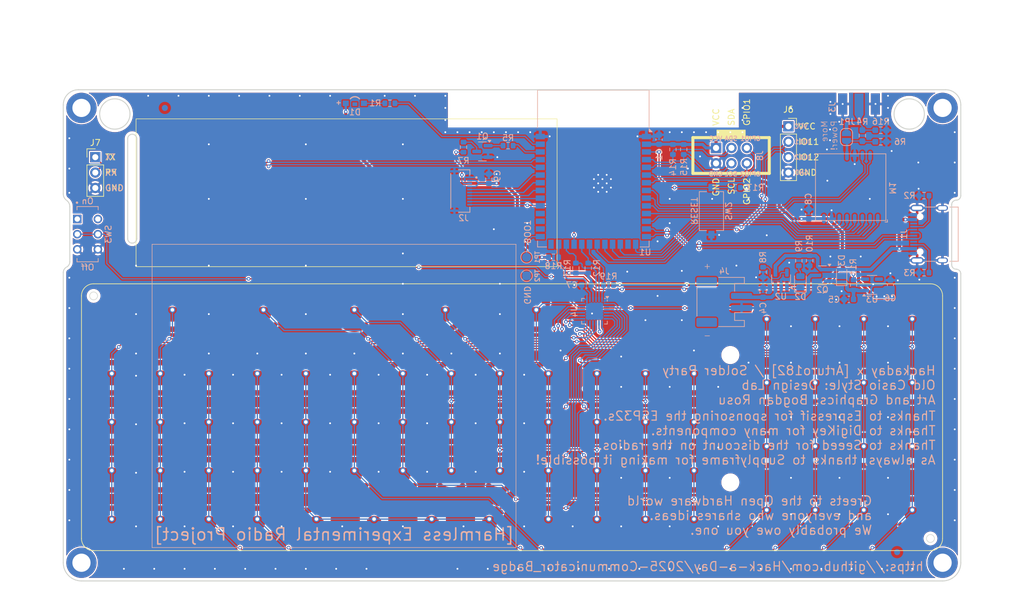
<source format=kicad_pcb>
(kicad_pcb (version 20241229) (generator "pcbnew") (generator_version "9.0")
  (layers (0 "F.Cu" signal) (2 "B.Cu" signal) (13 "F.Paste" user) (15 "B.Paste" user) (5 "F.SilkS" user "F.Silkscreen") (7 "B.SilkS" user "B.Silkscreen") (1 "F.Mask" user) (3 "B.Mask" user) (25 "Edge.Cuts" user))
  (net 0 "")
  (net 1 "+3V3")
  (net 2 "GND")
  (net 3 "Net-(D3-K)")
  (net 4 "Net-(D1-K)")
  (net 5 "Net-(D2-A)")
  (net 6 "Net-(D2-K)")
  (net 7 "VBUS")
  (net 8 "/USB_D+")
  (net 9 "Net-(J1-CC1_B)")
  (net 12 "Net-(J1-CC1_A)")
  (net 13 "/USB_D-")
  (net 14 "/RF_DIO1")
  (net 15 "/RF_SW")
  (net 16 "/RF_MISO")
  (net 17 "/RF_MOSI")
  (net 18 "/RF_BUSY")
  (net 19 "/RF_RST")
  (net 20 "/RF_SCK")
  (net 21 "/RF_NSS")
  (net 22 "Net-(Q1-B)")
  (net 23 "Net-(Q1-C)")
  (net 24 "/LCD_BRIGHT")
  (net 25 "Net-(J2-LEDK)")
  (net 26 "Net-(U2-PROG)")
  (net 27 "Net-(U3-EN)")
  (net 28 "/KBD_SDA")
  (net 29 "/KBD_SCL")
  (net 34 "/KBD_RST")
  (net 35 "/KBD_INT")
  (net 36 "Net-(J6-Pin_3)")
  (net 37 "Net-(J7-Pin_2)")
  (net 38 "Net-(J7-Pin_1)")
  (net 39 "/SAO_SCL")
  (net 40 "/SAO_SDA")
  (net 41 "/SAO_GPIO2")
  (net 42 "/SAO_GPIO1")
  (net 43 "/LCD_TE")
  (net 44 "/LCD_SDA")
  (net 45 "/LCD_DATA{slash}COMMAND")
  (net 46 "/LCD_RESET")
  (net 47 "/LCD_SCL")
  (net 48 "/LCD_CS")
  (net 51 "/Power/VBAT")
  (net 52 "Net-(U1-IO1)")
  (net 56 "Net-(SW2-B)")
  (net 57 "Net-(U1-IO0)")
  (net 58 "Net-(J6-Pin_2)")
  (net 59 "/Keyboard/COL3")
  (net 60 "/Keyboard/COL8")
  (net 61 "/Keyboard/ROW5")
  (net 62 "/Keyboard/COL9")
  (net 63 "/Keyboard/COL0")
  (net 64 "/Keyboard/COL6")
  (net 65 "/Keyboard/COL5")
  (net 66 "/Keyboard/ROW1")
  (net 67 "/Keyboard/COL1")
  (net 68 "/Keyboard/COL7")
  (net 69 "/Keyboard/ROW3")
  (net 70 "/Keyboard/ROW7")
  (net 71 "/Keyboard/ROW2")
  (net 72 "/Keyboard/COL4")
  (net 73 "/Keyboard/ROW0")
  (net 74 "/Keyboard/ROW4")
  (net 75 "/Keyboard/COL2")
  (net 76 "/Keyboard/ROW6")
  (net 79 "Net-(JP1-B)")
  (net 80 "Net-(JP1-A)")
  (footprint "Communicator:MountingHole_3mm_Pad_TopBottom" (layer "F.Cu") (at 221 138)
    (property "Reference" "REF**" (hide yes))
    (property "Value" "MountingHole_3mm_Pad_TopBottom")
    (pad "1" thru_hole circle (at 0 0) (size 3.4 3.4) (drill 3) (layers "*.Cu" "*.Mask"))
    (pad "1" connect circle (at 0 0) (size 5 5) (layers "F.Cu" "F.Mask"))
    (pad "1" connect circle (at 0 0) (size 5 5) (layers "B.Cu" "B.Mask"))
  )
  (footprint "Communicator:MountingHole_3mm_Pad_TopBottom" (layer "F.Cu") (at 79 138)
    (property "Reference" "REF**" (hide yes))
    (property "Value" "MountingHole_3mm_Pad_TopBottom")
    (pad "1" thru_hole circle (at 0 0) (size 3.4 3.4) (drill 3) (layers "*.Cu" "*.Mask"))
    (pad "1" connect circle (at 0 0) (size 5 5) (layers "F.Cu" "F.Mask"))
    (pad "1" connect circle (at 0 0) (size 5 5) (layers "B.Cu" "B.Mask"))
  )
  (footprint "Communicator:MountingHole_3mm_Pad_TopBottom" (layer "F.Cu") (at 221 63)
    (property "Reference" "REF**" (hide yes))
    (property "Value" "MountingHole_3mm_Pad_TopBottom")
    (pad "1" thru_hole circle (at 0 0) (size 3.4 3.4) (drill 3) (layers "*.Cu" "*.Mask"))
    (pad "1" connect circle (at 0 0) (size 5 5) (layers "F.Cu" "F.Mask"))
    (pad "1" connect circle (at 0 0) (size 5 5) (layers "B.Cu" "B.Mask"))
  )
  (footprint "Simple_Addon_v2:Simple_Addon_v2-BADGE-2x3" (layer "F.Cu") (at 186.122 70.846)
    (property "Reference" "J8" (at 4.759 0.02 270) (layer "B.SilkS") (effects (justify mirror)))
    (property "Value" "Simple_Addon_v2")
    (fp_text user "VCC" (at -2.54 -2.794 0) (layer "B.SilkS") (effects (font (size 0.75 0.75)) (justify mirror)))
    (fp_text user "SDA" (at 0 -2.794 0) (layer "B.SilkS") (effects (font (size 0.75 0.75)) (justify mirror)))
    (fp_text user "GPIO2" (at 3.2 3.048 0) (layer "B.SilkS") (effects (font (size 0.75 0.75)) (justify mirror)))
    (fp_text user "SCL" (at 0 3.048 0) (layer "B.SilkS") (effects (font (size 0.75 0.75)) (justify mirror)))
    (fp_text user "GND" (at -2.54 3.048 0) (layer "B.SilkS") (effects (font (size 0.75 0.75)) (justify mirror)))
    (fp_text user "GPIO1" (at 3.2 -2.794 0) (layer "B.SilkS") (effects (font (size 0.75 0.75)) (justify mirror)))
    (pad "1" thru_hole rect (at -2.48 -1.25 270) (size 1.7272 1.7272) (drill 1.016) (layers "*.Cu" "*.Mask") (net 1 "+3V3"))
    (pad "2" thru_hole circle (at -2.48 1.29 270) (size 1.7272 1.7272) (drill 1.016) (layers "*.Cu" "*.Mask") (net 2 "GND"))
    (pad "3" thru_hole oval (at 0.06 -1.25 270) (size 1.7272 1.7272) (drill 1.016) (layers "*.Cu" "*.Mask") (net 40 "/SAO_SDA"))
    (pad "4" thru_hole oval (at 0.06 1.29 270) (size 1.7272 1.7272) (drill 1.016) (layers "*.Cu" "*.Mask") (net 39 "/SAO_SCL"))
    (pad "5" thru_hole circle (at 2.6 -1.25 270) (size 1.7272 1.7272) (drill 1.016) (layers "*.Cu" "*.Mask") (net 42 "/SAO_GPIO1"))
    (pad "6" thru_hole circle (at 2.6 1.29 270) (size 1.7272 1.7272) (drill 1.016) (layers "*.Cu" "*.Mask") (net 41 "/SAO_GPIO2"))
  )
  (footprint "Keyboard:Keyboard" (layer "F.Cu") (at 150 114)
    (property "Reference" "SW1" (hide yes))
    (property "Value" "Keyboard")
    (fp_arc (start -64.150005 -4.686258) (mid -66.009623 -3.999989) (end -67.864543 -4.698858) (stroke (width 0.9)) (layer "F.Cu"))
    (fp_arc (start -64.150005 3.313742) (mid -66.009623 4.000011) (end -67.864543 3.301142) (stroke (width 0.9)) (layer "F.Cu"))
    (fp_arc (start -64.150005 11.313742) (mid -66.009623 12.000011) (end -67.864543 11.301142) (stroke (width 0.9)) (layer "F.Cu"))
    (fp_arc (start -64.150005 19.313742) (mid -66.009623 20.000011) (end -67.864543 19.301142) (stroke (width 0.9)) (layer "F.Cu"))
    (fp_arc (start -56.150005 -4.686258) (mid -58.009623 -3.999989) (end -59.864543 -4.698858) (stroke (width 0.9)) (layer "F.Cu"))
    (fp_arc (start -56.150005 3.313742) (mid -58.009623 4.000011) (end -59.864543 3.301142) (stroke (width 0.9)) (layer "F.Cu"))
    (fp_arc (start -56.150005 11.313742) (mid -58.009623 12.000011) (end -59.864543 11.301142) (stroke (width 0.9)) (layer "F.Cu"))
    (fp_arc (start -56.150005 19.313742) (mid -58.009623 20.000011) (end -59.864543 19.301142) (stroke (width 0.9)) (layer "F.Cu"))
    (fp_arc (start -54.150005 -15.186258) (mid -56.009623 -14.499989) (end -57.864543 -15.198858) (stroke (width 0.9)) (layer "F.Cu"))
    (fp_arc (start -48.150005 -4.686258) (mid -50.009623 -3.999989) (end -51.864543 -4.698858) (stroke (width 0.9)) (layer "F.Cu"))
    (fp_arc (start -48.150005 3.313742) (mid -50.009623 4.000011) (end -51.864543 3.301142) (stroke (width 0.9)) (layer "F.Cu"))
    (fp_arc (start -48.150005 11.313742) (mid -50.009623 12.000011) (end -51.864543 11.301142) (stroke (width 0.9)) (layer "F.Cu"))
    (fp_arc (start -48.150005 19.313742) (mid -50.009623 20.000011) (end -51.864543 19.301142) (stroke (width 0.9)) (layer "F.Cu"))
    (fp_arc (start -40.150005 -4.686258) (mid -42.009623 -3.999989) (end -43.864543 -4.698858) (stroke (width 0.9)) (layer "F.Cu"))
    (fp_arc (start -40.150005 3.313742) (mid -42.009623 4.000011) (end -43.864543 3.301142) (stroke (width 0.9)) (layer "F.Cu"))
    (fp_arc (start -40.150005 11.313742) (mid -42.009623 12.000011) (end -43.864543 11.301142) (stroke (width 0.9)) (layer "F.Cu"))
    (fp_arc (start -40.150005 19.313742) (mid -42.009623 20.000011) (end -43.864543 19.301142) (stroke (width 0.9)) (layer "F.Cu"))
    (fp_arc (start -39.150005 -15.186258) (mid -41.009623 -14.499989) (end -42.864543 -15.198858) (stroke (width 0.9)) (layer "F.Cu"))
    (fp_arc (start -32.150005 -4.686258) (mid -34.009623 -3.999989) (end -35.864543 -4.698858) (stroke (width 0.9)) (layer "F.Cu"))
    (fp_arc (start -32.150005 3.313742) (mid -34.009623 4.000011) (end -35.864543 3.301142) (stroke (width 0.9)) (layer "F.Cu"))
    (fp_arc (start -32.150005 11.313742) (mid -34.009623 12.000011) (end -35.864543 11.301142) (stroke (width 0.9)) (layer "F.Cu"))
    (fp_arc (start -30.400005 19.313742) (mid -32.259623 20.000011) (end -34.114543 19.301142) (stroke (width 0.9)) (layer "F.Cu"))
    (fp_arc (start -24.150005 -15.186258) (mid -26.009623 -14.499989) (end -27.864543 -15.198858) (stroke (width 0.9)) (layer "F.Cu"))
    (fp_arc (start -24.150005 -4.686258) (mid -26.009623 -3.999989) (end -27.864543 -4.698858) (stroke (width 0.9)) (layer "F.Cu"))
    (fp_arc (start -24.150005 3.313742) (mid -26.009623 4.000011) (end -27.864543 3.301142) (stroke (width 0.9)) (layer "F.Cu"))
    (fp_arc (start -24.150005 11.313742) (mid -26.009623 12.000011) (end -27.864543 11.301142) (stroke (width 0.9)) (layer "F.Cu"))
    (fp_arc (start -20.900005 19.313742) (mid -22.759623 20.000011) (end -24.614543 19.301142) (stroke (width 0.9)) (layer "F.Cu"))
    (fp_arc (start -16.150005 -4.686258) (mid -18.009623 -3.999989) (end -19.864543 -4.698858) (stroke (width 0.9)) (layer "F.Cu"))
    (fp_arc (start -16.150005 3.313742) (mid -18.009623 4.000011) (end -19.864543 3.301142) (stroke (width 0.9)) (layer "F.Cu"))
    (fp_arc (start -16.150005 11.313742) (mid -18.009623 12.000011) (end -19.864543 11.301142) (stroke (width 0.9)) (layer "F.Cu"))
    (fp_arc (start -11.400005 19.313742) (mid -13.259623 20.000011) (end -15.114543 19.301142) (stroke (width 0.9)) (layer "F.Cu"))
    (fp_arc (start -9.150005 -15.186258) (mid -11.009623 -14.499989) (end -12.864543 -15.198858) (stroke (width 0.9)) (layer "F.Cu"))
    (fp_arc (start -8.150005 -4.686258) (mid -10.009623 -3.999989) (end -11.864543 -4.698858) (stroke (width 0.9)) (layer "F.Cu"))
    (fp_arc (start -8.150005 3.313742) (mid -10.009623 4.000011) (end -11.864543 3.301142) (stroke (width 0.9)) (layer "F.Cu"))
    (fp_arc (start -8.150005 11.313742) (mid -10.009623 12.000011) (end -11.864543 11.301142) (stroke (width 0.9)) (layer "F.Cu"))
    (fp_arc (start -1.900005 19.313742) (mid -3.759623 20.000011) (end -5.614543 19.301142) (stroke (width 0.9)) (layer "F.Cu"))
    (fp_arc (start -0.150005 -4.686258) (mid -2.009623 -3.999989) (end -3.864543 -4.698858) (stroke (width 0.9)) (layer "F.Cu"))
    (fp_arc (start -0.150005 3.313742) (mid -2.009623 4.000011) (end -3.864543 3.301142) (stroke (width 0.9)) (layer "F.Cu"))
    (fp_arc (start -0.150005 11.313742) (mid -2.009623 12.000011) (end -3.864543 11.301142) (stroke (width 0.9)) (layer "F.Cu"))
    (fp_arc (start 5.849995 -15.186258) (mid 3.990377 -14.499989) (end 2.135457 -15.198858) (stroke (width 0.9)) (layer "F.Cu"))
    (fp_arc (start 7.849995 -4.686258) (mid 5.990377 -3.999989) (end 4.135457 -4.698858) (stroke (width 0.9)) (layer "F.Cu"))
    (fp_arc (start 7.849995 3.313742) (mid 5.990377 4.000011) (end 4.135457 3.301142) (stroke (width 0.9)) (layer "F.Cu"))
    (fp_arc (start 7.849995 11.313742) (mid 5.990377 12.000011) (end 4.135457 11.301142) (stroke (width 0.9)) (layer "F.Cu"))
    (fp_arc (start 7.849995 19.313742) (mid 5.990377 20.000011) (end 4.135457 19.301142) (stroke (width 0.9)) (layer "F.Cu"))
    (fp_arc (start 15.849995 -4.686258) (mid 13.990377 -3.999989) (end 12.135457 -4.698858) (stroke (width 0.9)) (layer "F.Cu"))
    (fp_arc (start 15.849995 3.313742) (mid 13.990377 4.000011) (end 12.135457 3.301142) (stroke (width 0.9)) (layer "F.Cu"))
    (fp_arc (start 15.849995 11.313742) (mid 13.990377 12.000011) (end 12.135457 11.301142) (stroke (width 0.9)) (layer "F.Cu"))
    (fp_arc (start 15.849995 19.313742) (mid 13.990377 20.000011) (end 12.135457 19.301142) (stroke (width 0.9)) (layer "F.Cu"))
    (fp_arc (start 23.849995 -4.686258) (mid 21.990377 -3.999989) (end 20.135457 -4.698858) (stroke (width 0.9)) (layer "F.Cu"))
    (fp_arc (start 23.849995 3.313742) (mid 21.990377 4.000011) (end 20.135457 3.301142) (stroke (width 0.9)) (layer "F.Cu"))
    (fp_arc (start 23.849995 11.313742) (mid 21.990377 12.000011) (end 20.135457 11.301142) (stroke (width 0.9)) (layer "F.Cu"))
    (fp_arc (start 23.849995 19.313742) (mid 21.990377 20.000011) (end 20.135457 19.301142) (stroke (width 0.9)) (layer "F.Cu"))
    (fp_arc (start 31.849995 -4.686258) (mid 29.990377 -3.999989) (end 28.135457 -4.698858) (stroke (width 0.9)) (layer "F.Cu"))
    (fp_arc (start 31.849995 3.313742) (mid 29.990377 4.000011) (end 28.135457 3.301142) (stroke (width 0.9)) (layer "F.Cu"))
    (fp_arc (start 31.849995 11.313742) (mid 29.990377 12.000011) (end 28.135457 11.301142) (stroke (width 0.9)) (layer "F.Cu"))
    (fp_arc (start 31.849995 19.313742) (mid 29.990377 20.000011) (end 28.135457 19.301142) (stroke (width 0.9)) (layer "F.Cu"))
    (fp_arc (start 43.849995 -13.686258) (mid 41.990377 -12.999989) (end 40.135457 -13.698858) (stroke (width 0.9)) (layer "F.Cu"))
    (fp_arc (start 43.849995 -3.186258) (mid 41.990377 -2.499989) (end 40.135457 -3.198858) (stroke (width 0.9)) (layer "F.Cu"))
    (fp_arc (start 43.849995 7.313742) (mid 41.990377 8.000011) (end 40.135457 7.301142) (stroke (width 0.9)) (layer "F.Cu"))
    (fp_arc (start 43.849995 17.813742) (mid 41.990377 18.500011) (end 40.135457 17.801142) (stroke (width 0.9)) (layer "F.Cu"))
    (fp_arc (start 51.849995 -13.686258) (mid 49.990377 -12.999989) (end 48.135457 -13.698858) (stroke (width 0.9)) (layer "F.Cu"))
    (fp_arc (start 51.849995 -3.186258) (mid 49.990377 -2.499989) (end 48.135457 -3.198858) (stroke (width 0.9)) (layer "F.Cu"))
    (fp_arc (start 51.849995 7.313742) (mid 49.990377 8.000011) (end 48.135457 7.301142) (stroke (width 0.9)) (layer "F.Cu"))
    (fp_arc (start 51.849995 17.813742) (mid 49.990377 18.500011) (end 48.135457 17.801142) (stroke (width 0.9)) (layer "F.Cu"))
    (fp_arc (start 59.849995 -13.686258) (mid 57.990377 -12.999989) (end 56.135457 -13.698858) (stroke (width 0.9)) (layer "F.Cu"))
    (fp_arc (start 59.849995 -3.186258) (mid 57.990377 -2.499989) (end 56.135457 -3.198858) (stroke (width 0.9)) (layer "F.Cu"))
    (fp_arc (start 59.849995 7.313742) (mid 57.990377 8.000011) (end 56.135457 7.301142) (stroke (width 0.9)) (layer "F.Cu"))
    (fp_arc (start 59.849995 17.813742) (mid 57.990377 18.500011) (end 56.135457 17.801142) (stroke (width 0.9)) (layer "F.Cu"))
    (fp_arc (start 67.849995 -13.686258) (mid 65.990377 -12.999989) (end 64.135457 -13.698858) (stroke (width 0.9)) (layer "F.Cu"))
    (fp_arc (start 67.849995 -3.186258) (mid 65.990377 -2.499989) (end 64.135457 -3.198858) (stroke (width 0.9)) (layer "F.Cu"))
    (fp_arc (start 67.849995 7.313742) (mid 65.990377 8.000011) (end 64.135457 7.301142) (stroke (width 0.9)) (layer "F.Cu"))
    (fp_arc (start 67.849995 17.813742) (mid 65.990377 18.500011) (end 64.135457 17.801142) (stroke (width 0.9)) (layer "F.Cu"))
    (fp_circle (center -69 -20) (end -68.35 -20) (stroke (width 0.1)) (fill no) (layer "Edge.Cuts"))
    (fp_circle (center 36 -10.25) (end 37 -10.25) (stroke (width 0.1)) (fill no) (layer "Edge.Cuts"))
    (fp_circle (center 36 10.75) (end 37 10.75) (stroke (width 0.1)) (fill no) (layer "Edge.Cuts"))
    (fp_circle (center 69 20) (end 69.65 20) (stroke (width 0.1)) (fill no) (layer "Edge.Cuts"))
    (pad "C0" thru_hole circle (at -66 -7.2 90) (size 1 1) (drill 0.6) (layers "*.Cu") (net 63 "/Keyboard/COL0"))
    (pad "C0" smd circle (at -66 -6.5 90) (size 2.5 2.5) (layers "F.Cu" "F.Mask") (net 63 "/Keyboard/COL0"))
    (pad "C0" thru_hole circle (at -66 0.8 90) (size 1 1) (drill 0.6) (layers "*.Cu") (net 63 "/Keyboard/COL0"))
    (pad "C0" smd circle (at -66 1.5 90) (size 2.5 2.5) (layers "F.Cu" "F.Mask") (net 63 "/Keyboard/COL0"))
    (pad "C0" thru_hole circle (at -66 8.8 90) (size 1 1) (drill 0.6) (layers "*.Cu") (net 63 "/Keyboard/COL0"))
    (pad "C0" smd circle (at -66 9.5 90) (size 2.5 2.5) (layers "F.Cu" "F.Mask") (net 63 "/Keyboard/COL0"))
    (pad "C0" thru_hole circle (at -66 16.8 90) (size 1 1) (drill 0.6) (layers "*.Cu") (net 63 "/Keyboard/COL0"))
    (pad "C0" smd circle (at -66 17.5 90) (size 2.5 2.5) (layers "F.Cu" "F.Mask") (net 63 "/Keyboard/COL0"))
    (pad "C1" thru_hole circle (at -58 -7.2 90) (size 1 1) (drill 0.6) (layers "*.Cu") (net 67 "/Keyboard/COL1"))
    (pad "C1" smd circle (at -58 -6.5 90) (size 2.5 2.5) (layers "F.Cu" "F.Mask") (net 67 "/Keyboard/COL1"))
    (pad "C1" thru_hole circle (at -58 0.8 90) (size 1 1) (drill 0.6) (layers "*.Cu") (net 67 "/Keyboard/COL1"))
    (pad "C1" smd circle (at -58 1.5 90) (size 2.5 2.5) (layers "F.Cu" "F.Mask") (net 67 "/Keyboard/COL1"))
    (pad "C1" thru_hole circle (at -58 8.8 90) (size 1 1) (drill 0.6) (layers "*.Cu") (net 67 "/Keyboard/COL1"))
    (pad "C1" smd circle (at -58 9.5 90) (size 2.5 2.5) (layers "F.Cu" "F.Mask") (net 67 "/Keyboard/COL1"))
    (pad "C1" thru_hole circle (at -58 16.8 90) (size 1 1) (drill 0.6) (layers "*.Cu") (net 67 "/Keyboard/COL1"))
    (pad "C1" smd circle (at -58 17.5 90) (size 2.5 2.5) (layers "F.Cu" "F.Mask") (net 67 "/Keyboard/COL1"))
    (pad "C1" thru_hole circle (at -56 -17.7 90) (size 1 1) (drill 0.6) (layers "*.Cu") (net 67 "/Keyboard/COL1"))
    (pad "C1" smd circle (at -56 -17 90) (size 2.5 2.5) (layers "F.Cu" "F.Mask") (net 67 "/Keyboard/COL1"))
    (pad "C2" thru_hole circle (at -50 -7.2 90) (size 1 1) (drill 0.6) (layers "*.Cu") (net 75 "/Keyboard/COL2"))
    (pad "C2" smd circle (at -50 -6.5 90) (size 2.5 2.5) (layers "F.Cu" "F.Mask") (net 75 "/Keyboard/COL2"))
    (pad "C2" thru_hole circle (at -50 0.8 90) (size 1 1) (drill 0.6) (layers "*.Cu") (net 75 "/Keyboard/COL2"))
    (pad "C2" smd circle (at -50 1.5 90) (size 2.5 2.5) (layers "F.Cu" "F.Mask") (net 75 "/Keyboard/COL2"))
    (pad "C2" thru_hole circle (at -50 8.8 90) (size 1 1) (drill 0.6) (layers "*.Cu") (net 75 "/Keyboard/COL2"))
    (pad "C2" smd circle (at -50 9.5 90) (size 2.5 2.5) (layers "F.Cu" "F.Mask") (net 75 "/Keyboard/COL2"))
    (pad "C2" thru_hole circle (at -50 16.8 90) (size 1 1) (drill 0.6) (layers "*.Cu") (net 75 "/Keyboard/COL2"))
    (pad "C2" smd circle (at -50 17.5 90) (size 2.5 2.5) (layers "F.Cu" "F.Mask") (net 75 "/Keyboard/COL2"))
    (pad "C2" thru_hole circle (at 66 -16.2 90) (size 1 1) (drill 0.6) (layers "*.Cu") (net 75 "/Keyboard/COL2"))
    (pad "C2" smd circle (at 66 -15.5 90) (size 2.5 2.5) (layers "F.Cu" "F.Mask") (net 75 "/Keyboard/COL2"))
    (pad "C2" thru_hole circle (at 66 -5.7 90) (size 1 1) (drill 0.6) (layers "*.Cu") (net 75 "/Keyboard/COL2"))
    (pad "C2" smd circle (at 66 -5 90) (size 2.5 2.5) (layers "F.Cu" "F.Mask") (net 75 "/Keyboard/COL2"))
    (pad "C2" thru_hole circle (at 66 4.8 90) (size 1 1) (drill 0.6) (layers "*.Cu") (net 75 "/Keyboard/COL2"))
    (pad "C2" smd circle (at 66 5.5 90) (size 2.5 2.5) (layers "F.Cu" "F.Mask") (net 75 "/Keyboard/COL2"))
    (pad "C2" thru_hole circle (at 66 15.3 90) (size 1 1) (drill 0.6) (layers "*.Cu") (net 75 "/Keyboard/COL2"))
    (pad "C2" smd circle (at 66 16 90) (size 2.5 2.5) (layers "F.Cu" "F.Mask") (net 75 "/Keyboard/COL2"))
    (pad "C3" thru_hole circle (at -42 -7.2 90) (size 1 1) (drill 0.6) (layers "*.Cu") (net 59 "/Keyboard/COL3"))
    (pad "C3" smd circle (at -42 -6.5 90) (size 2.5 2.5) (layers "F.Cu" "F.Mask") (net 59 "/Keyboard/COL3"))
    (pad "C3" thru_hole circle (at -42 0.8 90) (size 1 1) (drill 0.6) (layers "*.Cu") (net 59 "/Keyboard/COL3"))
    (pad "C3" smd circle (at -42 1.5 90) (size 2.5 2.5) (layers "F.Cu" "F.Mask") (net 59 "/Keyboard/COL3"))
    (pad "C3" thru_hole circle (at -42 8.8 90) (size 1 1) (drill 0.6) (layers "*.Cu") (net 59 "/Keyboard/COL3"))
    (pad "C3" smd circle (at -42 9.5 90) (size 2.5 2.5) (layers "F.Cu" "F.Mask") (net 59 "/Keyboard/COL3"))
    (pad "C3" thru_hole circle (at -42 16.8 90) (size 1 1) (drill 0.6) (layers "*.Cu") (net 59 "/Keyboard/COL3"))
    (pad "C3" smd circle (at -42 17.5 90) (size 2.5 2.5) (layers "F.Cu" "F.Mask") (net 59 "/Keyboard/COL3"))
    (pad "C3" thru_hole circle (at 58 -16.2 90) (size 1 1) (drill 0.6) (layers "*.Cu") (net 59 "/Keyboard/COL3"))
    (pad "C3" smd circle (at 58 -15.5 90) (size 2.5 2.5) (layers "F.Cu" "F.Mask") (net 59 "/Keyboard/COL3"))
    (pad "C3" thru_hole circle (at 58 -5.7 90) (size 1 1) (drill 0.6) (layers "*.Cu") (net 59 "/Keyboard/COL3"))
    (pad "C3" smd circle (at 58 -5 90) (size 2.5 2.5) (layers "F.Cu" "F.Mask") (net 59 "/Keyboard/COL3"))
    (pad "C3" thru_hole circle (at 58 4.8 90) (size 1 1) (drill 0.6) (layers "*.Cu") (net 59 "/Keyboard/COL3"))
    (pad "C3" smd circle (at 58 5.5 90) (size 2.5 2.5) (layers "F.Cu" "F.Mask") (net 59 "/Keyboard/COL3"))
    (pad "C3" thru_hole circle (at 58 15.3 90) (size 1 1) (drill 0.6) (layers "*.Cu") (net 59 "/Keyboard/COL3"))
    (pad "C3" smd circle (at 58 16 90) (size 2.5 2.5) (layers "F.Cu" "F.Mask") (net 59 "/Keyboard/COL3"))
    (pad "C4" thru_hole circle (at -34 -7.2 90) (size 1 1) (drill 0.6) (layers "*.Cu") (net 72 "/Keyboard/COL4"))
    (pad "C4" smd circle (at -34 -6.5 90) (size 2.5 2.5) (layers "F.Cu" "F.Mask") (net 72 "/Keyboard/COL4"))
    (pad "C4" thru_hole circle (at -34 0.8 90) (size 1 1) (drill 0.6) (layers "*.Cu") (net 72 "/Keyboard/COL4"))
    (pad "C4" smd circle (at -34 1.5 90) (size 2.5 2.5) (layers "F.Cu" "F.Mask") (net 72 "/Keyboard/COL4"))
    (pad "C4" thru_hole circle (at -34 8.8 90) (size 1 1) (drill 0.6) (layers "*.Cu") (net 72 "/Keyboard/COL4"))
    (pad "C4" smd circle (at -34 9.5 90) (size 2.5 2.5) (layers "F.Cu" "F.Mask") (net 72 "/Keyboard/COL4"))
    (pad "C4" thru_hole circle (at -32.25 16.8 90) (size 1 1) (drill 0.6) (layers "*.Cu") (net 72 "/Keyboard/COL4"))
    (pad "C4" smd circle (at -32.25 17.5 90) (size 2.5 2.5) (layers "F.Cu" "F.Mask") (net 72 "/Keyboard/COL4"))
    (pad "C4" thru_hole circle (at -22.75 16.8 90) (size 1 1) (drill 0.6) (layers "*.Cu") (net 72 "/Keyboard/COL4"))
    (pad "C4" smd circle (at -22.75 17.5 90) (size 2.5 2.5) (layers "F.Cu" "F.Mask") (net 72 "/Keyboard/COL4"))
    (pad "C4" thru_hole circle (at -13.25 16.8 90) (size 1 1) (drill 0.6) (layers "*.Cu") (net 72 "/Keyboard/COL4"))
    (pad "C4" smd circle (at -13.25 17.5 90) (size 2.5 2.5) (layers "F.Cu" "F.Mask") (net 72 "/Keyboard/COL4"))
    (pad "C4" thru_hole circle (at -3.75 16.8 90) (size 1 1) (drill 0.6) (layers "*.Cu") (net 72 "/Keyboard/COL4"))
    (pad "C4" smd circle (at -3.75 17.5 90) (size 2.5 2.5) (layers "F.Cu" "F.Mask") (net 72 "/Keyboard/COL4"))
    (pad "C4" thru_hole circle (at 50 -16.2 90) (size 1 1) (drill 0.6) (layers "*.Cu") (net 72 "/Keyboard/COL4"))
    (pad "C4" smd circle (at 50 -15.5 90) (size 2.5 2.5) (layers "F.Cu" "F.Mask") (net 72 "/Keyboard/COL4"))
    (pad "C4" thru_hole circle (at 50 -5.7 90) (size 1 1) (drill 0.6) (layers "*.Cu") (net 72 "/Keyboard/COL4"))
    (pad "C4" smd circle (at 50 -5 90) (size 2.5 2.5) (layers "F.Cu" "F.Mask") (net 72 "/Keyboard/COL4"))
    (pad "C4" thru_hole circle (at 50 4.8 90) (size 1 1) (drill 0.6) (layers "*.Cu") (net 72 "/Keyboard/COL4"))
    (pad "C4" smd circle (at 50 5.5 90) (size 2.5 2.5) (layers "F.Cu" "F.Mask") (net 72 "/Keyboard/COL4"))
    (pad "C4" thru_hole circle (at 50 15.3 90) (size 1 1) (drill 0.6) (layers "*.Cu") (net 72 "/Keyboard/COL4"))
    (pad "C4" smd circle (at 50 16 90) (size 2.5 2.5) (layers "F.Cu" "F.Mask") (net 72 "/Keyboard/COL4"))
    (pad "C5" thru_hole circle (at -26 -7.2 90) (size 1 1) (drill 0.6) (layers "*.Cu") (net 65 "/Keyboard/COL5"))
    (pad "C5" smd circle (at -26 -6.5 90) (size 2.5 2.5) (layers "F.Cu" "F.Mask") (net 65 "/Keyboard/COL5"))
    (pad "C5" thru_hole circle (at -26 0.8 90) (size 1 1) (drill 0.6) (layers "*.Cu") (net 65 "/Keyboard/COL5"))
    (pad "C5" smd circle (at -26 1.5 90) (size 2.5 2.5) (layers "F.Cu" "F.Mask") (net 65 "/Keyboard/COL5"))
    (pad "C5" thru_hole circle (at -26 8.8 90) (size 1 1) (drill 0.6) (layers "*.Cu") (net 65 "/Keyboard/COL5"))
    (pad "C5" smd circle (at -26 9.5 90) (size 2.5 2.5) (layers "F.Cu" "F.Mask") (net 65 "/Keyboard/COL5"))
    (pad "C5" thru_hole circle (at 42 -16.2 90) (size 1 1) (drill 0.6) (layers "*.Cu") (net 65 "/Keyboard/COL5"))
    (pad "C5" smd circle (at 42 -15.5 90) (size 2.5 2.5) (layers "F.Cu" "F.Mask") (net 65 "/Keyboard/COL5"))
    (pad "C5" thru_hole circle (at 42 -5.7 90) (size 1 1) (drill 0.6) (layers "*.Cu") (net 65 "/Keyboard/COL5"))
    (pad "C5" smd circle (at 42 -5 90) (size 2.5 2.5) (layers "F.Cu" "F.Mask") (net 65 "/Keyboard/COL5"))
    (pad "C5" thru_hole circle (at 42 4.8 90) (size 1 1) (drill 0.6) (layers "*.Cu") (net 65 "/Keyboard/COL5"))
    (pad "C5" smd circle (at 42 5.5 90) (size 2.5 2.5) (layers "F.Cu" "F.Mask") (net 65 "/Keyboard/COL5"))
    (pad "C5" thru_hole circle (at 42 15.3 90) (size 1 1) (drill 0.6) (layers "*.Cu") (net 65 "/Keyboard/COL5"))
    (pad "C5" smd circle (at 42 16 90) (size 2.5 2.5) (layers "F.Cu" "F.Mask") (net 65 "/Keyboard/COL5"))
    (pad "C6" thru_hole circle (at -41 -17.7 90) (size 1 1) (drill 0.6) (layers "*.Cu") (net 64 "/Keyboard/COL6"))
    (pad "C6" smd circle (at -41 -17 90) (size 2.5 2.5) (layers "F.Cu" "F.Mask") (net 64 "/Keyboard/COL6"))
    (pad "C6" thru_hole circle (at -18 -7.2 90) (size 1 1) (drill 0.6) (layers "*.Cu") (net 64 "/Keyboard/COL6"))
    (pad "C6" smd circle (at -18 -6.5 90) (size 2.5 2.5) (layers "F.Cu" "F.Mask") (net 64 "/Keyboard/COL6"))
    (pad "C6" thru_hole circle (at -18 0.8 90) (size 1 1) (drill 0.6) (layers "*.Cu") (net 64 "/Keyboard/COL6"))
    (pad "C6" smd circle (at -18 1.5 90) (size 2.5 2.5) (layers "F.Cu" "F.Mask") (net 64 "/Keyboard/COL6"))
    (pad "C6" thru_hole circle (at -18 8.8 90) (size 1 1) (drill 0.6) (layers "*.Cu") (net 64 "/Keyboard/COL6"))
    (pad "C6" smd circle (at -18 9.5 90) (size 2.5 2.5) (layers "F.Cu" "F.Mask") (net 64 "/Keyboard/COL6"))
    (pad "C6" thru_hole circle (at 30 -7.2 90) (size 1 1) (drill 0.6) (layers "*.Cu") (net 64 "/Keyboard/COL6"))
    (pad "C6" smd circle (at 30 -6.5 90) (size 2.5 2.5) (layers "F.Cu" "F.Mask") (net 64 "/Keyboard/COL6"))
    (pad "C6" thru_hole circle (at 30 0.8 90) (size 1 1) (drill 0.6) (layers "*.Cu") (net 64 "/Keyboard/COL6"))
    (pad "C6" smd circle (at 30 1.5 90) (size 2.5 2.5) (layers "F.Cu" "F.Mask") (net 64 "/Keyboard/COL6"))
    (pad "C6" thru_hole circle (at 30 8.8 90) (size 1 1) (drill 0.6) (layers "*.Cu") (net 64 "/Keyboard/COL6"))
    (pad "C6" smd circle (at 30 9.5 90) (size 2.5 2.5) (layers "F.Cu" "F.Mask") (net 64 "/Keyboard/COL6"))
    (pad "C6" thru_hole circle (at 30 16.8 90) (size 1 1) (drill 0.6) (layers "*.Cu") (net 64 "/Keyboard/COL6"))
    (pad "C6" smd circle (at 30 17.5 90) (size 2.5 2.5) (layers "F.Cu" "F.Mask") (net 64 "/Keyboard/COL6"))
    (pad "C7" thru_hole circle (at -26 -17.7 90) (size 1 1) (drill 0.6) (layers "*.Cu") (net 68 "/Keyboard/COL7"))
    (pad "C7" smd circle (at -26 -17 90) (size 2.5 2.5) (layers "F.Cu" "F.Mask") (net 68 "/Keyboard/COL7"))
    (pad "C7" thru_hole circle (at -10 -7.2 90) (size 1 1) (drill 0.6) (layers "*.Cu") (net 68 "/Keyboard/COL7"))
    (pad "C7" smd circle (at -10 -6.5 90) (size 2.5 2.5) (layers "F.Cu" "F.Mask") (net 68 "/Keyboard/COL7"))
    (pad "C7" thru_hole circle (at -10 0.8 90) (size 1 1) (drill 0.6) (layers "*.Cu") (net 68 "/Keyboard/COL7"))
    (pad "C7" smd circle (at -10 1.5 90) (size 2.5 2.5) (layers "F.Cu" "F.Mask") (net 68 "/Keyboard/COL7"))
    (pad "C7" thru_hole circle (at -10 8.8 90) (size 1 1) (drill 0.6) (layers "*.Cu") (net 68 "/Keyboard/COL7"))
    (pad "C7" smd circle (at -10 9.5 90) (size 2.5 2.5) (layers "F.Cu" "F.Mask") (net 68 "/Keyboard/COL7"))
    (pad "C7" thru_hole circle (at 22 -7.2 90) (size 1 1) (drill 0.6) (layers "*.Cu") (net 68 "/Keyboard/COL7"))
    (pad "C7" smd circle (at 22 -6.5 90) (size 2.5 2.5) (layers "F.Cu" "F.Mask") (net 68 "/Keyboard/COL7"))
    (pad "C7" thru_hole circle (at 22 0.8 90) (size 1 1) (drill 0.6) (layers "*.Cu") (net 68 "/Keyboard/COL7"))
    (pad "C7" smd circle (at 22 1.5 90) (size 2.5 2.5) (layers "F.Cu" "F.Mask") (net 68 "/Keyboard/COL7"))
    (pad "C7" thru_hole circle (at 22 8.8 90) (size 1 1) (drill 0.6) (layers "*.Cu") (net 68 "/Keyboard/COL7"))
    (pad "C7" smd circle (at 22 9.5 90) (size 2.5 2.5) (layers "F.Cu" "F.Mask") (net 68 "/Keyboard/COL7"))
    (pad "C7" thru_hole circle (at 22 16.8 90) (size 1 1) (drill 0.6) (layers "*.Cu") (net 68 "/Keyboard/COL7"))
    (pad "C7" smd circle (at 22 17.5 90) (size 2.5 2.5) (layers "F.Cu" "F.Mask") (net 68 "/Keyboard/COL7"))
    (pad "C8" thru_hole circle (at -11 -17.7 90) (size 1 1) (drill 0.6) (layers "*.Cu") (net 60 "/Keyboard/COL8"))
    (pad "C8" smd circle (at -11 -17 90) (size 2.5 2.5) (layers "F.Cu" "F.Mask") (net 60 "/Keyboard/COL8"))
    (pad "C8" thru_hole circle (at -2 -7.2 90) (size 1 1) (drill 0.6) (layers "*.Cu") (net 60 "/Keyboard/COL8"))
    (pad "C8" smd circle (at -2 -6.5 90) (size 2.5 2.5) (layers "F.Cu" "F.Mask") (net 60 "/Keyboard/COL8"))
    (pad "C8" thru_hole circle (at -2 0.8 90) (size 1 1) (drill 0.6) (layers "*.Cu") (net 60 "/Keyboard/COL8"))
    (pad "C8" smd circle (at -2 1.5 90) (size 2.5 2.5) (layers "F.Cu" "F.Mask") (net 60 "/Keyboard/COL8"))
    (pad "C8" thru_hole circle (at -2 8.8 90) (size 1 1) (drill 0.6) (layers "*.Cu") (net 60 "/Keyboard/COL8"))
    (pad "C8" smd circle (at -2 9.5 90) (size 2.5 2.5) (layers "F.Cu" "F.Mask") (net 60 "/Keyboard/COL8"))
    (pad "C8" thru_hole circle (at 14 -7.2 90) (size 1 1) (drill 0.6) (layers "*.Cu") (net 60 "/Keyboard/COL8"))
    (pad "C8" smd circle (at 14 -6.5 90) (size 2.5 2.5) (layers "F.Cu" "F.Mask") (net 60 "/Keyboard/COL8"))
    (pad "C8" thru_hole circle (at 14 0.8 90) (size 1 1) (drill 0.6) (layers "*.Cu") (net 60 "/Keyboard/COL8"))
    (pad "C8" smd circle (at 14 1.5 90) (size 2.5 2.5) (layers "F.Cu" "F.Mask") (net 60 "/Keyboard/COL8"))
    (pad "C8" thru_hole circle (at 14 8.8 90) (size 1 1) (drill 0.6) (layers "*.Cu") (net 60 "/Keyboard/COL8"))
    (pad "C8" smd circle (at 14 9.5 90) (size 2.5 2.5) (layers "F.Cu" "F.Mask") (net 60 "/Keyboard/COL8"))
    (pad "C8" thru_hole circle (at 14 16.8 90) (size 1 1) (drill 0.6) (layers "*.Cu") (net 60 "/Keyboard/COL8"))
    (pad "C8" smd circle (at 14 17.5 90) (size 2.5 2.5) (layers "F.Cu" "F.Mask") (net 60 "/Keyboard/COL8"))
    (pad "C9" thru_hole circle (at 4 -17.7 90) (size 1 1) (drill 0.6) (layers "*.Cu") (net 62 "/Keyboard/COL9"))
    (pad "C9" smd circle (at 4 -17 90) (size 2.5 2.5) (layers "F.Cu" "F.Mask") (net 62 "/Keyboard/COL9"))
    (pad "C9" thru_hole circle (at 6 -7.2 90) (size 1 1) (drill 0.6) (layers "*.Cu") (net 62 "/Keyboard/COL9"))
    (pad "C9" smd circle (at 6 -6.5 90) (size 2.5 2.5) (layers "F.Cu" "F.Mask") (net 62 "/Keyboard/COL9"))
    (pad "C9" thru_hole circle (at 6 0.8 90) (size 1 1) (drill 0.6) (layers "*.Cu") (net 62 "/Keyboard/COL9"))
    (pad "C9" smd circle (at 6 1.5 90) (size 2.5 2.5) (layers "F.Cu" "F.Mask") (net 62 "/Keyboard/COL9"))
    (pad "C9" thru_hole circle (at 6 8.8 90) (size 1 1) (drill 0.6) (layers "*.Cu") (net 62 "/Keyboard/COL9"))
    (pad "C9" smd circle (at 6 9.5 90) (size 2.5 2.5) (layers "F.Cu" "F.Mask") (net 62 "/Keyboard/COL9"))
    (pad "C9" thru_hole circle (at 6 16.8 90) (size 1 1) (drill 0.6) (layers "*.Cu") (net 62 "/Keyboard/COL9"))
    (pad "C9" smd circle (at 6 17.5 90) (size 2.5 2.5) (layers "F.Cu" "F.Mask") (net 62 "/Keyboard/COL9"))
    (pad "R0" smd custom (at -56 -19.5 90) (size 0.9 0.9) (layers "F.Cu" "F.Mask") (net 73 "/Keyboard/ROW0") (options (clearance outline) (anchor circle)) (primitives (gr_arc (start -0.68 -1.85) (mid 0.001473 0.022459) (end -0.709409 1.883951) (width 0.9))))
    (pad "R0" smd custom (at -41 -19.5 90) (size 0.9 0.9) (layers "F.Cu" "F.Mask") (net 73 "/Keyboard/ROW0") (options (clearance outline) (anchor circle)) (primitives (gr_arc (start -0.68 -1.85) (mid 0.001473 0.022459) (end -0.709409 1.883951) (width 0.9))))
    (pad "R0" smd custom (at -26 -19.5 90) (size 0.9 0.9) (layers "F.Cu" "F.Mask") (net 73 "/Keyboard/ROW0") (options (clearance outline) (anchor circle)) (primitives (gr_arc (start -0.68 -1.85) (mid 0.001473 0.022459) (end -0.709409 1.883951) (width 0.9))))
    (pad "R0" smd custom (at -11 -19.5 90) (size 0.9 0.9) (layers "F.Cu" "F.Mask") (net 73 "/Keyboard/ROW0") (options (clearance outline) (anchor circle)) (primitives (gr_arc (start -0.68 -1.85) (mid 0.001473 0.022459) (end -0.709409 1.883951) (width 0.9))))
    (pad "R0" smd custom (at 4 -19.5 90) (size 0.9 0.9) (layers "F.Cu" "F.Mask") (net 73 "/Keyboard/ROW0") (options (clearance outline) (anchor circle)) (primitives (gr_arc (start -0.68 -1.85) (mid 0.001473 0.022459) (end -0.709409 1.883951) (width 0.9))))
    (pad "R0" smd custom (at 42 -18 90) (size 0.9 0.9) (layers "F.Cu" "F.Mask") (net 73 "/Keyboard/ROW0") (options (clearance outline) (anchor circle)) (primitives (gr_arc (start -0.68 -1.85) (mid 0.001473 0.022459) (end -0.709409 1.883951) (width 0.9))))
    (pad "R0" smd custom (at 50 -18 90) (size 0.9 0.9) (layers "F.Cu" "F.Mask") (net 73 "/Keyboard/ROW0") (options (clearance outline) (anchor circle)) (primitives (gr_arc (start -0.68 -1.85) (mid 0.001473 0.022459) (end -0.709409 1.883951) (width 0.9))))
    (pad "R0" smd custom (at 58 -18 90) (size 0.9 0.9) (layers "F.Cu" "F.Mask") (net 73 "/Keyboard/ROW0") (options (clearance outline) (anchor circle)) (primitives (gr_arc (start -0.68 -1.85) (mid 0.001473 0.022459) (end -0.709409 1.883951) (width 0.9))))
    (pad "R0" smd custom (at 66 -18 90) (size 0.9 0.9) (layers "F.Cu" "F.Mask") (net 73 "/Keyboard/ROW0") (options (clearance outline) (anchor circle)) (primitives (gr_arc (start -0.68 -1.85) (mid 0.001473 0.022459) (end -0.709409 1.883951) (width 0.9))))
    (pad "R1" smd custom (at -66 -9 90) (size 0.9 0.9) (layers "F.Cu" "F.Mask") (net 66 "/Keyboard/ROW1") (options (clearance outline) (anchor circle)) (primitives (gr_arc (start -0.68 -1.85) (mid 0.001473 0.022459) (end -0.709409 1.883951) (width 0.9))))
    (pad "R1" smd custom (at -58 -9 90) (size 0.9 0.9) (layers "F.Cu" "F.Mask") (net 66 "/Keyboard/ROW1") (options (clearance outline) (anchor circle)) (primitives (gr_arc (start -0.68 -1.85) (mid 0.001473 0.022459) (end -0.709409 1.883951) (width 0.9))))
    (pad "R1" smd custom (at -50 -9 90) (size 0.9 0.9) (layers "F.Cu" "F.Mask") (net 66 "/Keyboard/ROW1") (options (clearance outline) (anchor circle)) (primitives (gr_arc (start -0.68 -1.85) (mid 0.001473 0.022459) (end -0.709409 1.883951) (width 0.9))))
    (pad "R1" smd custom (at -42 -9 90) (size 0.9 0.9) (layers "F.Cu" "F.Mask") (net 66 "/Keyboard/ROW1") (options (clearance outline) (anchor circle)) (primitives (gr_arc (start -0.68 -1.85) (mid 0.001473 0.022459) (end -0.709409 1.883951) (width 0.9))))
    (pad "R1" smd custom (at -34 -9 90) (size 0.9 0.9) (layers "F.Cu" "F.Mask") (net 66 "/Keyboard/ROW1") (options (clearance outline) (anchor circle)) (primitives (gr_arc (start -0.68 -1.85) (mid 0.001473 0.022459) (end -0.709409 1.883951) (width 0.9))))
    (pad "R1" smd custom (at -26 -9 90) (size 0.9 0.9) (layers "F.Cu" "F.Mask") (net 66 "/Keyboard/ROW1") (options (clearance outline) (anchor circle)) (primitives (gr_arc (start -0.68 -1.85) (mid 0.001473 0.022459) (end -0.709409 1.883951) (width 0.9))))
    (pad "R1" smd custom (at -18 -9 90) (size 0.9 0.9) (layers "F.Cu" "F.Mask") (net 66 "/Keyboard/ROW1") (options (clearance outline) (anchor circle)) (primitives (gr_arc (start -0.68 -1.85) (mid 0.001473 0.022459) (end -0.709409 1.883951) (width 0.9))))
    (pad "R1" smd custom (at -10 -9 90) (size 0.9 0.9) (layers "F.Cu" "F.Mask") (net 66 "/Keyboard/ROW1") (options (clearance outline) (anchor circle)) (primitives (gr_arc (start -0.68 -1.85) (mid 0.001473 0.022459) (end -0.709409 1.883951) (width 0.9))))
    (pad "R1" smd custom (at -2 -9 90) (size 0.9 0.9) (layers "F.Cu" "F.Mask") (net 66 "/Keyboard/ROW1") (options (clearance outline) (anchor circle)) (primitives (gr_arc (start -0.68 -1.85) (mid 0.001473 0.022459) (end -0.709409 1.883951) (width 0.9))))
    (pad "R1" smd custom (at 6 -9 90) (size 0.9 0.9) (layers "F.Cu" "F.Mask") (net 66 "/Keyboard/ROW1") (options (clearance outline) (anchor circle)) (primitives (gr_arc (start -0.68 -1.85) (mid 0.001473 0.022459) (end -0.709409 1.883951) (width 0.9))))
    (pad "R2" smd custom (at -66 -1 90) (size 0.9 0.9) (layers "F.Cu" "F.Mask") (net 71 "/Keyboard/ROW2") (options (clearance outline) (anchor circle)) (primitives (gr_arc (start -0.68 -1.85) (mid 0.001473 0.022459) (end -0.709409 1.883951) (width 0.9))))
    (pad "R2" smd custom (at -58 -1 90) (size 0.9 0.9) (layers "F.Cu" "F.Mask") (net 71 "/Keyboard/ROW2") (options (clearance outline) (anchor circle)) (primitives (gr_arc (start -0.68 -1.85) (mid 0.001473 0.022459) (end -0.709409 1.883951) (width 0.9))))
    (pad "R2" smd custom (at -50 -1 90) (size 0.9 0.9) (layers "F.Cu" "F.Mask") (net 71 "/Keyboard/ROW2") (options (clearance outline) (anchor circle)) (primitives (gr_arc (start -0.68 -1.85) (mid 0.001473 0.022459) (end -0.709409 1.883951) (width 0.9))))
    (pad "R2" smd custom (at -42 -1 90) (size 0.9 0.9) (layers "F.Cu" "F.Mask") (net 71 "/Keyboard/ROW2") (options (clearance outline) (anchor circle)) (primitives (gr_arc (start -0.68 -1.85) (mid 0.001473 0.022459) (end -0.709409 1.883951) (width 0.9))))
    (pad "R2" smd custom (at -34 -1 90) (size 0.9 0.9) (layers "F.Cu" "F.Mask") (net 71 "/Keyboard/ROW2") (options (clearance outline) (anchor circle)) (primitives (gr_arc (start -0.68 -1.85) (mid 0.001473 0.022459) (end -0.709409 1.883951) (width 0.9))))
    (pad "R2" smd custom (at -26 -1 90) (size 0.9 0.9) (layers "F.Cu" "F.Mask") (net 71 "/Keyboard/ROW2") (options (clearance outline) (anchor circle)) (primitives (gr_arc (start -0.68 -1.85) (mid 0.001473 0.022459) (end -0.709409 1.883951) (width 0.9))))
    (pad "R2" smd custom (at -18 -1 90) (size 0.9 0.9) (layers "F.Cu" "F.Mask") (net 71 "/Keyboard/ROW2") (options (clearance outline) (anchor circle)) (primitives (gr_arc (start -0.68 -1.85) (mid 0.001473 0.022459) (end -0.709409 1.883951) (width 0.9))))
    (pad "R2" smd custom (at -10 -1 90) (size 0.9 0.9) (layers "F.Cu" "F.Mask") (net 71 "/Keyboard/ROW2") (options (clearance outline) (anchor circle)) (primitives (gr_arc (start -0.68 -1.85) (mid 0.001473 0.022459) (end -0.709409 1.883951) (width 0.9))))
    (pad "R2" smd custom (at -2 -1 90) (size 0.9 0.9) (layers "F.Cu" "F.Mask") (net 71 "/Keyboard/ROW2") (options (clearance outline) (anchor circle)) (primitives (gr_arc (start -0.68 -1.85) (mid 0.001473 0.022459) (end -0.709409 1.883951) (width 0.9))))
    (pad "R2" smd custom (at 6 -1 90) (size 0.9 0.9) (layers "F.Cu" "F.Mask") (net 71 "/Keyboard/ROW2") (options (clearance outline) (anchor circle)) (primitives (gr_arc (start -0.68 -1.85) (mid 0.001473 0.022459) (end -0.709409 1.883951) (width 0.9))))
    (pad "R3" smd custom (at -66 7 90) (size 0.9 0.9) (layers "F.Cu" "F.Mask") (net 69 "/Keyboard/ROW3") (options (clearance outline) (anchor circle)) (primitives (gr_arc (start -0.68 -1.85) (mid 0.001473 0.022459) (end -0.709409 1.883951) (width 0.9))))
    (pad "R3" smd custom (at -58 7 90) (size 0.9 0.9) (layers "F.Cu" "F.Mask") (net 69 "/Keyboard/ROW3") (options (clearance outline) (anchor circle)) (primitives (gr_arc (start -0.68 -1.85) (mid 0.001473 0.022459) (end -0.709409 1.883951) (width 0.9))))
    (pad "R3" smd custom (at -50 7 90) (size 0.9 0.9) (layers "F.Cu" "F.Mask") (net 69 "/Keyboard/ROW3") (options (clearance outline) (anchor circle)) (primitives (gr_arc (start -0.68 -1.85) (mid 0.001473 0.022459) (end -0.709409 1.883951) (width 0.9))))
    (pad "R3" smd custom (at -42 7 90) (size 0.9 0.9) (layers "F.Cu" "F.Mask") (net 69 "/Keyboard/ROW3") (options (clearance outline) (anchor circle)) (primitives (gr_arc (start -0.68 -1.85) (mid 0.001473 0.022459) (end -0.709409 1.883951) (width 0.9))))
    (pad "R3" smd custom (at -34 7 90) (size 0.9 0.9) (layers "F.Cu" "F.Mask") (net 69 "/Keyboard/ROW3") (options (clearance outline) (anchor circle)) (primitives (gr_arc (start -0.68 -1.85) (mid 0.001473 0.022459) (end -0.709409 1.883951) (width 0.9))))
    (pad "R3" smd custom (at -26 7 90) (size 0.9 0.9) (layers "F.Cu" "F.Mask") (net 69 "/Keyboard/ROW3") (options (clearance outline) (anchor circle)) (primitives (gr_arc (start -0.68 -1.85) (mid 0.001473 0.022459) (end -0.709409 1.883951) (width 0.9))))
    (pad "R3" smd custom (at -18 7 90) (size 0.9 0.9) (layers "F.Cu" "F.Mask") (net 69 "/Keyboard/ROW3") (options (clearance outline) (anchor circle)) (primitives (gr_arc (start -0.68 -1.85) (mid 0.001473 0.022459) (end -0.709409 1.883951) (width 0.9))))
    (pad "R3" smd custom (at -10 7 90) (size 0.9 0.9) (layers "F.Cu" "F.Mask") (net 69 "/Keyboard/ROW3") (options (clearance outline) (anchor circle)) (primitives (gr_arc (start -0.68 -1.85) (mid 0.001473 0.022459) (end -0.709409 1.883951) (width 0.9))))
    (pad "R3" smd custom (at -2 7 90) (size 0.9 0.9) (layers "F.Cu" "F.Mask") (net 69 "/Keyboard/ROW3") (options (clearance outline) (anchor circle)) (primitives (gr_arc (start -0.68 -1.85) (mid 0.001473 0.022459) (end -0.709409 1.883951) (width 0.9))))
    (pad "R3" smd custom (at 6 7 90) (size 0.9 0.9) (layers "F.Cu" "F.Mask") (net 69 "/Keyboard/ROW3") (options (clearance outline) (anchor circle)) (primitives (gr_arc (start -0.68 -1.85) (mid 0.001473 0.022459) (end -0.709409 1.883951) (width 0.9))))
    (pad "R4" smd custom (at -66 15 90) (size 0.9 0.9) (layers "F.Cu" "F.Mask") (net 74 "/Keyboard/ROW4") (options (clearance outline) (anchor circle)) (primitives (gr_arc (start -0.68 -1.85) (mid 0.001473 0.022459) (end -0.709409 1.883951) (width 0.9))))
    (pad "R4" smd custom (at -58 15 90) (size 0.9 0.9) (layers "F.Cu" "F.Mask") (net 74 "/Keyboard/ROW4") (options (clearance outline) (anchor circle)) (primitives (gr_arc (start -0.68 -1.85) (mid 0.001473 0.022459) (end -0.709409 1.883951) (width 0.9))))
    (pad "R4" smd custom (at -50 15 90) (size 0.9 0.9) (layers "F.Cu" "F.Mask") (net 74 "/Keyboard/ROW4") (options (clearance outline) (anchor circle)) (primitives (gr_arc (start -0.68 -1.85) (mid 0.001473 0.022459) (end -0.709409 1.883951) (width 0.9))))
    (pad "R4" smd custom (at -42 15 90) (size 0.9 0.9) (layers "F.Cu" "F.Mask") (net 74 "/Keyboard/ROW4") (options (clearance outline) (anchor circle)) (primitives (gr_arc (start -0.68 -1.85) (mid 0.001473 0.022459) (end -0.709409 1.883951) (width 0.9))))
    (pad "R4" smd custom (at -32.25 15 90) (size 0.9 0.9) (layers "F.Cu" "F.Mask") (net 74 "/Keyboard/ROW4") (options (clearance outline) (anchor circle)) (primitives (gr_arc (start -0.68 -1.85) (mid 0.001473 0.022459) (end -0.709409 1.883951) (width 0.9))))
    (pad "R4" smd custom (at -22.75 15 90) (size 0.9 0.9) (layers "F.Cu" "F.Mask") (net 74 "/Keyboard/ROW4") (options (clearance outline) (anchor circle)) (primitives (gr_arc (start -0.68 -1.85) (mid 0.001473 0.022459) (end -0.709409 1.883951) (width 0.9))))
    (pad "R4" smd custom (at -13.25 15 90) (size 0.9 0.9) (layers "F.Cu" "F.Mask") (net 74 "/Keyboard/ROW4") (options (clearance outline) (anchor circle)) (primitives (gr_arc (start -0.68 -1.85) (mid 0.001473 0.022459) (end -0.709409 1.883951) (width 0.9))))
    (pad "R4" smd custom (at -3.75 15 90) (size 0.9 0.9) (layers "F.Cu" "F.Mask") (net 74 "/Keyboard/ROW4") (options (clearance outline) (anchor circle)) (primitives (gr_arc (start -0.68 -1.85) (mid 0.001473 0.022459) (end -0.709409 1.883951) (width 0.9))))
    (pad "R4" smd custom (at 6 15 90) (size 0.9 0.9) (layers "F.Cu" "F.Mask") (net 74 "/Keyboard/ROW4") (options (clearance outline) (anchor circle)) (primitives (gr_arc (start -0.68 -1.85) (mid 0.001473 0.022459) (end -0.709409 1.883951) (width 0.9))))
    (pad "R4" smd custom (at 14 15 90) (size 0.9 0.9) (layers "F.Cu" "F.Mask") (net 74 "/Keyboard/ROW4") (options (clearance outline) (anchor circle)) (primitives (gr_arc (start -0.68 -1.85) (mid 0.001473 0.022459) (end -0.709409 1.883951) (width 0.9))))
    (pad "R4" smd custom (at 22 15 90) (size 0.9 0.9) (layers "F.Cu" "F.Mask") (net 74 "/Keyboard/ROW4") (options (clearance outline) (anchor circle)) (primitives (gr_arc (start -0.68 -1.85) (mid 0.001473 0.022459) (end -0.709409 1.883951) (width 0.9))))
    (pad "R4" smd custom (at 30 15 90) (size 0.9 0.9) (layers "F.Cu" "F.Mask") (net 74 "/Keyboard/ROW4") (options (clearance outline) (anchor circle)) (primitives (gr_arc (start -0.68 -1.85) (mid 0.001473 0.022459) (end -0.709409 1.883951) (width 0.9))))
    (pad "R5" smd custom (at 14 -9 90) (size 0.9 0.9) (layers "F.Cu" "F.Mask") (net 61 "/Keyboard/ROW5") (options (clearance outline) (anchor circle)) (primitives (gr_arc (start -0.68 -1.85) (mid 0.001473 0.022459) (end -0.709409 1.883951) (width 0.9))))
    (pad "R5" smd custom (at 22 -9 90) (size 0.9 0.9) (layers "F.Cu" "F.Mask") (net 61 "/Keyboard/ROW5") (options (clearance outline) (anchor circle)) (primitives (gr_arc (start -0.68 -1.85) (mid 0.001473 0.022459) (end -0.709409 1.883951) (width 0.9))))
    (pad "R5" smd custom (at 30 -9 90) (size 0.9 0.9) (layers "F.Cu" "F.Mask") (net 61 "/Keyboard/ROW5") (options (clearance outline) (anchor circle)) (primitives (gr_arc (start -0.68 -1.85) (mid 0.001473 0.022459) (end -0.709409 1.883951) (width 0.9))))
    (pad "R5" smd custom (at 42 -7.5 90) (size 0.9 0.9) (layers "F.Cu" "F.Mask") (net 61 "/Keyboard/ROW5") (options (clearance outline) (anchor circle)) (primitives (gr_arc (start -0.68 -1.85) (mid 0.001473 0.022459) (end -0.709409 1.883951) (width 0.9))))
    (pad "R5" smd custom (at 50 -7.5 90) (size 0.9 0.9) (layers "F.Cu" "F.Mask") (net 61 "/Keyboard/ROW5") (options (clearance outline) (anchor circle)) (primitives (gr_arc (start -0.68 -1.85) (mid 0.001473 0.022459) (end -0.709409 1.883951) (width 0.9))))
    (pad "R5" smd custom (at 58 -7.5 90) (size 0.9 0.9) (layers "F.Cu" "F.Mask") (net 61 "/Keyboard/ROW5") (options (clearance outline) (anchor circle)) (primitives (gr_arc (start -0.68 -1.85) (mid 0.001473 0.022459) (end -0.709409 1.883951) (width 0.9))))
    (pad "R5" smd custom (at 66 -7.5 90) (size 0.9 0.9) (layers "F.Cu" "F.Mask") (net 61 "/Keyboard/ROW5") (options (clearance outline) (anchor circle)) (primitives (gr_arc (start -0.68 -1.85) (mid 0.001473 0.022459) (end -0.709409 1.883951) (width 0.9))))
    (pad "R6" smd custom (at 14 -1 90) (size 0.9 0.9) (layers "F.Cu" "F.Mask") (net 76 "/Keyboard/ROW6") (options (clearance outline) (anchor circle)) (primitives (gr_arc (start -0.68 -1.85) (mid 0.001473 0.022459) (end -0.709409 1.883951) (width 0.9))))
    (pad "R6" smd custom (at 22 -1 90) (size 0.9 0.9) (layers "F.Cu" "F.Mask") (net 76 "/Keyboard/ROW6") (options (clearance outline) (anchor circle)) (primitives (gr_arc (start -0.68 -1.85) (mid 0.001473 0.022459) (end -0.709409 1.883951) (width 0.9))))
    (pad "R6" smd custom (at 30 -1 90) (size 0.9 0.9) (layers "F.Cu" "F.Mask") (net 76 "/Keyboard/ROW6") (options (clearance outline) (anchor circle)) (primitives (gr_arc (start -0.68 -1.85) (mid 0.001473 0.022459) (end -0.709409 1.883951) (width 0.9))))
    (pad "R6" smd custom (at 42 3 90) (size 0.9 0.9) (layers "F.Cu" "F.Mask") (net 76 "/Keyboard/ROW6") (options (clearance outline) (anchor circle)) (primitives (gr_arc (start -0.68 -1.85) (mid 0.001473 0.022459) (end -0.709409 1.883951) (width 0.9))))
    (pad "R6" smd custom (at 50 3 90) (size 0.9 0.9) (layers "F.Cu" "F.Mask") (net 76 "/Keyboard/ROW6") (options (clearance outline) (anchor circle)) (primitives (gr_arc (start -0.68 -1.85) (mid 0.001473 0.022459) (end -0.709409 1.883951) (width 0.9))))
    (pad "R6" smd custom (at 58 3 90) (size 0.9 0.9) (layers "F.Cu" "F.Mask") (net 76 "/Keyboard/ROW6") (options (clearance outline) (anchor circle)) (primitives (gr_arc (start -0.68 -1.85) (mid 0.001473 0.022459) (end -0.709409 1.883951) (width 0.9))))
    (pad "R6" smd custom (at 66 3 90) (size 0.9 0.9) (layers "F.Cu" "F.Mask") (net 76 "/Keyboard/ROW6") (options (clearance outline) (anchor circle)) (primitives (gr_arc (start -0.68 -1.85) (mid 0.001473 0.022459) (end -0.709409 1.883951) (width 0.9))))
    (pad "R7" smd custom (at 14 7 90) (size 0.9 0.9) (layers "F.Cu" "F.Mask") (net 70 "/Keyboard/ROW7") (options (clearance outline) (anchor circle)) (primitives (gr_arc (start -0.68 -1.85) (mid 0.001473 0.022459) (end -0.709409 1.883951) (width 0.9))))
    (pad "R7" smd custom (at 22 7 90) (size 0.9 0.9) (layers "F.Cu" "F.Mask") (net 70 "/Keyboard/ROW7") (options (clearance outline) (anchor circle)) (primitives (gr_arc (start -0.68 -1.85) (mid 0.001473 0.022459) (end -0.709409 1.883951) (width 0.9))))
    (pad "R7" smd custom (at 30 7 90) (size 0.9 0.9) (layers "F.Cu" "F.Mask") (net 70 "/Keyboard/ROW7") (options (clearance outline) (anchor circle)) (primitives (gr_arc (start -0.68 -1.85) (mid 0.001473 0.022459) (end -0.709409 1.883951) (width 0.9))))
    (pad "R7" smd custom (at 42 13.5 90) (size 0.9 0.9) (layers "F.Cu" "F.Mask") (net 70 "/Keyboard/ROW7") (options (clearance outline) (anchor circle)) (primitives (gr_arc (start -0.68 -1.85) (mid 0.001473 0.022459) (end -0.709409 1.883951) (width 0.9))))
    (pad "R7" smd custom (at 50 13.5 90) (size 0.9 0.9) (layers "F.Cu" "F.Mask") (net 70 "/Keyboard/ROW7") (options (clearance outline) (anchor circle)) (primitives (gr_arc (start -0.68 -1.85) (mid 0.001473 0.022459) (end -0.709409 1.883951) (width 0.9))))
    (pad "R7" smd custom (at 58 13.5 90) (size 0.9 0.9) (layers "F.Cu" "F.Mask") (net 70 "/Keyboard/ROW7") (options (clearance outline) (anchor circle)) (primitives (gr_arc (start -0.68 -1.85) (mid 0.001473 0.022459) (end -0.709409 1.883951) (width 0.9))))
    (pad "R7" smd custom (at 66 13.5 90) (size 0.9 0.9) (layers "F.Cu" "F.Mask") (net 70 "/Keyboard/ROW7") (options (clearance outline) (anchor circle)) (primitives (gr_arc (start -0.68 -1.85) (mid 0.001473 0.022459) (end -0.709409 1.883951) (width 0.9))))
    (zone (net 0) (net_name "") (layer "F.Cu") (connect_pads (clearance 0)) (min_thickness 0.254)
      (keepout (tracks allowed) (vias allowed) (pads allowed) (copperpour not_allowed) (footprints allowed))
      (fill (thermal_gap 0.508) (thermal_bridge_width 0.508))
      (polygon (pts (xy 84 104.899999) (xy 86.35 105.7) (xy 86.349999 109.35) (xy 84 110.15) (xy 81.65 109.3) (xy 81.65 105.7)))
    )
    (zone (net 0) (net_name "") (layer "F.Cu") (connect_pads (clearance 0)) (min_thickness 0.254)
      (keepout (tracks allowed) (vias allowed) (pads allowed) (copperpour not_allowed) (footprints allowed))
      (fill (thermal_gap 0.508) (thermal_bridge_width 0.508))
      (polygon (pts (xy 84 112.899999) (xy 86.35 113.7) (xy 86.349999 117.35) (xy 84 118.15) (xy 81.65 117.3) (xy 81.65 113.7)))
    )
    (zone (net 0) (net_name "") (layer "F.Cu") (connect_pads (clearance 0)) (min_thickness 0.254)
      (keepout (tracks allowed) (vias allowed) (pads allowed) (copperpour not_allowed) (footprints allowed))
      (fill (thermal_gap 0.508) (thermal_bridge_width 0.508))
      (polygon (pts (xy 84 120.899999) (xy 86.35 121.7) (xy 86.349999 125.35) (xy 84 126.15) (xy 81.65 125.3) (xy 81.65 121.7)))
    )
    (zone (net 0) (net_name "") (layer "F.Cu") (connect_pads (clearance 0)) (min_thickness 0.254)
      (keepout (tracks allowed) (vias allowed) (pads allowed) (copperpour not_allowed) (footprints allowed))
      (fill (thermal_gap 0.508) (thermal_bridge_width 0.508))
      (polygon (pts (xy 84 128.899999) (xy 86.35 129.7) (xy 86.349999 133.35) (xy 84 134.15) (xy 81.65 133.3) (xy 81.65 129.7)))
    )
    (zone (net 0) (net_name "") (layer "F.Cu") (connect_pads (clearance 0)) (min_thickness 0.254)
      (keepout (tracks allowed) (vias allowed) (pads allowed) (copperpour not_allowed) (footprints allowed))
      (fill (thermal_gap 0.508) (thermal_bridge_width 0.508))
      (polygon (pts (xy 92 104.899999) (xy 94.35 105.7) (xy 94.349999 109.35) (xy 92 110.15) (xy 89.65 109.3) (xy 89.65 105.7)))
    )
    (zone (net 0) (net_name "") (layer "F.Cu") (connect_pads (clearance 0)) (min_thickness 0.254)
      (keepout (tracks allowed) (vias allowed) (pads allowed) (copperpour not_allowed) (footprints allowed))
      (fill (thermal_gap 0.508) (thermal_bridge_width 0.508))
      (polygon (pts (xy 92 112.899999) (xy 94.35 113.7) (xy 94.349999 117.35) (xy 92 118.15) (xy 89.65 117.3) (xy 89.65 113.7)))
    )
    (zone (net 0) (net_name "") (layer "F.Cu") (connect_pads (clearance 0)) (min_thickness 0.254)
      (keepout (tracks allowed) (vias allowed) (pads allowed) (copperpour not_allowed) (footprints allowed))
      (fill (thermal_gap 0.508) (thermal_bridge_width 0.508))
      (polygon (pts (xy 92 120.899999) (xy 94.35 121.7) (xy 94.349999 125.35) (xy 92 126.15) (xy 89.65 125.3) (xy 89.65 121.7)))
    )
    (zone (net 0) (net_name "") (layer "F.Cu") (connect_pads (clearance 0)) (min_thickness 0.254)
      (keepout (tracks allowed) (vias allowed) (pads allowed) (copperpour not_allowed) (footprints allowed))
      (fill (thermal_gap 0.508) (thermal_bridge_width 0.508))
      (polygon (pts (xy 92 128.899999) (xy 94.35 129.7) (xy 94.349999 133.35) (xy 92 134.15) (xy 89.65 133.3) (xy 89.65 129.7)))
    )
    (zone (net 0) (net_name "") (layer "F.Cu") (connect_pads (clearance 0)) (min_thickness 0.254)
      (keepout (tracks allowed) (vias allowed) (pads allowed) (copperpour not_allowed) (footprints allowed))
      (fill (thermal_gap 0.508) (thermal_bridge_width 0.508))
      (polygon (pts (xy 94 94.399999) (xy 96.35 95.2) (xy 96.349999 98.85) (xy 94 99.65) (xy 91.65 98.8) (xy 91.65 95.2)))
    )
    (zone (net 0) (net_name "") (layer "F.Cu") (connect_pads (clearance 0)) (min_thickness 0.254)
      (keepout (tracks allowed) (vias allowed) (pads allowed) (copperpour not_allowed) (footprints allowed))
      (fill (thermal_gap 0.508) (thermal_bridge_width 0.508))
      (polygon (pts (xy 100 104.899999) (xy 102.35 105.7) (xy 102.349999 109.35) (xy 100 110.15) (xy 97.65 109.3) (xy 97.65 105.7)))
    )
    (zone (net 0) (net_name "") (layer "F.Cu") (connect_pads (clearance 0)) (min_thickness 0.254)
      (keepout (tracks allowed) (vias allowed) (pads allowed) (copperpour not_allowed) (footprints allowed))
      (fill (thermal_gap 0.508) (thermal_bridge_width 0.508))
      (polygon (pts (xy 100 112.899999) (xy 102.35 113.7) (xy 102.349999 117.35) (xy 100 118.15) (xy 97.65 117.3) (xy 97.65 113.7)))
    )
    (zone (net 0) (net_name "") (layer "F.Cu") (connect_pads (clearance 0)) (min_thickness 0.254)
      (keepout (tracks allowed) (vias allowed) (pads allowed) (copperpour not_allowed) (footprints allowed))
      (fill (thermal_gap 0.508) (thermal_bridge_width 0.508))
      (polygon (pts (xy 100 120.899999) (xy 102.35 121.7) (xy 102.349999 125.35) (xy 100 126.15) (xy 97.65 125.3) (xy 97.65 121.7)))
    )
    (zone (net 0) (net_name "") (layer "F.Cu") (connect_pads (clearance 0)) (min_thickness 0.254)
      (keepout (tracks allowed) (vias allowed) (pads allowed) (copperpour not_allowed) (footprints allowed))
      (fill (thermal_gap 0.508) (thermal_bridge_width 0.508))
      (polygon (pts (xy 100 128.899999) (xy 102.35 129.7) (xy 102.349999 133.35) (xy 100 134.15) (xy 97.65 133.3) (xy 97.65 129.7)))
    )
    (zone (net 0) (net_name "") (layer "F.Cu") (connect_pads (clearance 0)) (min_thickness 0.254)
      (keepout (tracks allowed) (vias allowed) (pads allowed) (copperpour not_allowed) (footprints allowed))
      (fill (thermal_gap 0.508) (thermal_bridge_width 0.508))
      (polygon (pts (xy 108 104.899999) (xy 110.35 105.7) (xy 110.349999 109.35) (xy 108 110.15) (xy 105.65 109.3) (xy 105.65 105.7)))
    )
    (zone (net 0) (net_name "") (layer "F.Cu") (connect_pads (clearance 0)) (min_thickness 0.254)
      (keepout (tracks allowed) (vias allowed) (pads allowed) (copperpour not_allowed) (footprints allowed))
      (fill (thermal_gap 0.508) (thermal_bridge_width 0.508))
      (polygon (pts (xy 108 112.899999) (xy 110.35 113.7) (xy 110.349999 117.35) (xy 108 118.15) (xy 105.65 117.3) (xy 105.65 113.7)))
    )
    (zone (net 0) (net_name "") (layer "F.Cu") (connect_pads (clearance 0)) (min_thickness 0.254)
      (keepout (tracks allowed) (vias allowed) (pads allowed) (copperpour not_allowed) (footprints allowed))
      (fill (thermal_gap 0.508) (thermal_bridge_width 0.508))
      (polygon (pts (xy 108 120.899999) (xy 110.35 121.7) (xy 110.349999 125.35) (xy 108 126.15) (xy 105.65 125.3) (xy 105.65 121.7)))
    )
    (zone (net 0) (net_name "") (layer "F.Cu") (connect_pads (clearance 0)) (min_thickness 0.254)
      (keepout (tracks allowed) (vias allowed) (pads allowed) (copperpour not_allowed) (footprints allowed))
      (fill (thermal_gap 0.508) (thermal_bridge_width 0.508))
      (polygon (pts (xy 108 128.899999) (xy 110.35 129.7) (xy 110.349999 133.35) (xy 108 134.15) (xy 105.65 133.3) (xy 105.65 129.7)))
    )
    (zone (net 0) (net_name "") (layer "F.Cu") (connect_pads (clearance 0)) (min_thickness 0.254)
      (keepout (tracks allowed) (vias allowed) (pads allowed) (copperpour not_allowed) (footprints allowed))
      (fill (thermal_gap 0.508) (thermal_bridge_width 0.508))
      (polygon (pts (xy 109 94.399999) (xy 111.35 95.2) (xy 111.349999 98.85) (xy 109 99.65) (xy 106.65 98.8) (xy 106.65 95.2)))
    )
    (zone (net 0) (net_name "") (layer "F.Cu") (connect_pads (clearance 0)) (min_thickness 0.254)
      (keepout (tracks allowed) (vias allowed) (pads allowed) (copperpour not_allowed) (footprints allowed))
      (fill (thermal_gap 0.508) (thermal_bridge_width 0.508))
      (polygon (pts (xy 116 104.899999) (xy 118.35 105.7) (xy 118.349999 109.35) (xy 116 110.15) (xy 113.65 109.3) (xy 113.65 105.7)))
    )
    (zone (net 0) (net_name "") (layer "F.Cu") (connect_pads (clearance 0)) (min_thickness 0.254)
      (keepout (tracks allowed) (vias allowed) (pads allowed) (copperpour not_allowed) (footprints allowed))
      (fill (thermal_gap 0.508) (thermal_bridge_width 0.508))
      (polygon (pts (xy 116 112.899999) (xy 118.35 113.7) (xy 118.349999 117.35) (xy 116 118.15) (xy 113.65 117.3) (xy 113.65 113.7)))
    )
    (zone (net 0) (net_name "") (layer "F.Cu") (connect_pads (clearance 0)) (min_thickness 0.254)
      (keepout (tracks allowed) (vias allowed) (pads allowed) (copperpour not_allowed) (footprints allowed))
      (fill (thermal_gap 0.508) (thermal_bridge_width 0.508))
      (polygon (pts (xy 116 120.899999) (xy 118.35 121.7) (xy 118.349999 125.35) (xy 116 126.15) (xy 113.65 125.3) (xy 113.65 121.7)))
    )
    (zone (net 0) (net_name "") (layer "F.Cu") (connect_pads (clearance 0)) (min_thickness 0.254)
      (keepout (tracks allowed) (vias allowed) (pads allowed) (copperpour not_allowed) (footprints allowed))
      (fill (thermal_gap 0.508) (thermal_bridge_width 0.508))
      (polygon (pts (xy 117.75 128.899999) (xy 120.1 129.7) (xy 120.099999 133.35) (xy 117.75 134.15) (xy 115.4 133.3) (xy 115.4 129.7)))
    )
    (zone (net 0) (net_name "") (layer "F.Cu") (connect_pads (clearance 0)) (min_thickness 0.254)
      (keepout (tracks allowed) (vias allowed) (pads allowed) (copperpour not_allowed) (footprints allowed))
      (fill (thermal_gap 0.508) (thermal_bridge_width 0.508))
      (polygon (pts (xy 124 94.399999) (xy 126.35 95.2) (xy 126.349999 98.85) (xy 124 99.65) (xy 121.65 98.8) (xy 121.65 95.2)))
    )
    (zone (net 0) (net_name "") (layer "F.Cu") (connect_pads (clearance 0)) (min_thickness 0.254)
      (keepout (tracks allowed) (vias allowed) (pads allowed) (copperpour not_allowed) (footprints allowed))
      (fill (thermal_gap 0.508) (thermal_bridge_width 0.508))
      (polygon (pts (xy 124 104.899999) (xy 126.35 105.7) (xy 126.349999 109.35) (xy 124 110.15) (xy 121.65 109.3) (xy 121.65 105.7)))
    )
    (zone (net 0) (net_name "") (layer "F.Cu") (connect_pads (clearance 0)) (min_thickness 0.254)
      (keepout (tracks allowed) (vias allowed) (pads allowed) (copperpour not_allowed) (footprints allowed))
      (fill (thermal_gap 0.508) (thermal_bridge_width 0.508))
      (polygon (pts (xy 124 112.899999) (xy 126.35 113.7) (xy 126.349999 117.35) (xy 124 118.15) (xy 121.65 117.3) (xy 121.65 113.7)))
    )
    (zone (net 0) (net_name "") (layer "F.Cu") (connect_pads (clearance 0)) (min_thickness 0.254)
      (keepout (tracks allowed) (vias allowed) (pads allowed) (copperpour not_allowed) (footprints allowed))
      (fill (thermal_gap 0.508) (thermal_bridge_width 0.508))
      (polygon (pts (xy 124 120.899999) (xy 126.35 121.7) (xy 126.349999 125.35) (xy 124 126.15) (xy 121.65 125.3) (xy 121.65 121.7)))
    )
    (zone (net 0) (net_name "") (layer "F.Cu") (connect_pads (clearance 0)) (min_thickness 0.254)
      (keepout (tracks allowed) (vias allowed) (pads allowed) (copperpour not_allowed) (footprints allowed))
      (fill (thermal_gap 0.508) (thermal_bridge_width 0.508))
      (polygon (pts (xy 127.25 128.899999) (xy 129.6 129.7) (xy 129.599999 133.35) (xy 127.25 134.15) (xy 124.9 133.3) (xy 124.9 129.7)))
    )
    (zone (net 0) (net_name "") (layer "F.Cu") (connect_pads (clearance 0)) (min_thickness 0.254)
      (keepout (tracks allowed) (vias allowed) (pads allowed) (copperpour not_allowed) (footprints allowed))
      (fill (thermal_gap 0.508) (thermal_bridge_width 0.508))
      (polygon (pts (xy 132 104.899999) (xy 134.35 105.7) (xy 134.349999 109.35) (xy 132 110.15) (xy 129.65 109.3) (xy 129.65 105.7)))
    )
    (zone (net 0) (net_name "") (layer "F.Cu") (connect_pads (clearance 0)) (min_thickness 0.254)
      (keepout (tracks allowed) (vias allowed) (pads allowed) (copperpour not_allowed) (footprints allowed))
      (fill (thermal_gap 0.508) (thermal_bridge_width 0.508))
      (polygon (pts (xy 132 112.899999) (xy 134.35 113.7) (xy 134.349999 117.35) (xy 132 118.15) (xy 129.65 117.3) (xy 129.65 113.7)))
    )
    (zone (net 0) (net_name "") (layer "F.Cu") (connect_pads (clearance 0)) (min_thickness 0.254)
      (keepout (tracks allowed) (vias allowed) (pads allowed) (copperpour not_allowed) (footprints allowed))
      (fill (thermal_gap 0.508) (thermal_bridge_width 0.508))
      (polygon (pts (xy 132 120.899999) (xy 134.35 121.7) (xy 134.349999 125.35) (xy 132 126.15) (xy 129.65 125.3) (xy 129.65 121.7)))
    )
    (zone (net 0) (net_name "") (layer "F.Cu") (connect_pads (clearance 0)) (min_thickness 0.254)
      (keepout (tracks allowed) (vias allowed) (pads allowed) (copperpour not_allowed) (footprints allowed))
      (fill (thermal_gap 0.508) (thermal_bridge_width 0.508))
      (polygon (pts (xy 136.75 128.899999) (xy 139.1 129.7) (xy 139.099999 133.35) (xy 136.75 134.15) (xy 134.4 133.3) (xy 134.4 129.7)))
    )
    (zone (net 0) (net_name "") (layer "F.Cu") (connect_pads (clearance 0)) (min_thickness 0.254)
      (keepout (tracks allowed) (vias allowed) (pads allowed) (copperpour not_allowed) (footprints allowed))
      (fill (thermal_gap 0.508) (thermal_bridge_width 0.508))
      (polygon (pts (xy 139 94.399999) (xy 141.35 95.2) (xy 141.349999 98.85) (xy 139 99.65) (xy 136.65 98.8) (xy 136.65 95.2)))
    )
    (zone (net 0) (net_name "") (layer "F.Cu") (connect_pads (clearance 0)) (min_thickness 0.254)
      (keepout (tracks allowed) (vias allowed) (pads allowed) (copperpour not_allowed) (footprints allowed))
      (fill (thermal_gap 0.508) (thermal_bridge_width 0.508))
      (polygon (pts (xy 140 104.899999) (xy 142.35 105.7) (xy 142.349999 109.35) (xy 140 110.15) (xy 137.65 109.3) (xy 137.65 105.7)))
    )
    (zone (net 0) (net_name "") (layer "F.Cu") (connect_pads (clearance 0)) (min_thickness 0.254)
      (keepout (tracks allowed) (vias allowed) (pads allowed) (copperpour not_allowed) (footprints allowed))
      (fill (thermal_gap 0.508) (thermal_bridge_width 0.508))
      (polygon (pts (xy 140 112.899999) (xy 142.35 113.7) (xy 142.349999 117.35) (xy 140 118.15) (xy 137.65 117.3) (xy 137.65 113.7)))
    )
    (zone (net 0) (net_name "") (layer "F.Cu") (connect_pads (clearance 0)) (min_thickness 0.254)
      (keepout (tracks allowed) (vias allowed) (pads allowed) (copperpour not_allowed) (footprints allowed))
      (fill (thermal_gap 0.508) (thermal_bridge_width 0.508))
      (polygon (pts (xy 140 120.899999) (xy 142.35 121.7) (xy 142.349999 125.35) (xy 140 126.15) (xy 137.65 125.3) (xy 137.65 121.7)))
    )
    (zone (net 0) (net_name "") (layer "F.Cu") (connect_pads (clearance 0)) (min_thickness 0.254)
      (keepout (tracks allowed) (vias allowed) (pads allowed) (copperpour not_allowed) (footprints allowed))
      (fill (thermal_gap 0.508) (thermal_bridge_width 0.508))
      (polygon (pts (xy 146.25 128.899999) (xy 148.6 129.7) (xy 148.599999 133.35) (xy 146.25 134.15) (xy 143.9 133.3) (xy 143.9 129.7)))
    )
    (zone (net 0) (net_name "") (layer "F.Cu") (connect_pads (clearance 0)) (min_thickness 0.254)
      (keepout (tracks allowed) (vias allowed) (pads allowed) (copperpour not_allowed) (footprints allowed))
      (fill (thermal_gap 0.508) (thermal_bridge_width 0.508))
      (polygon (pts (xy 148 104.899999) (xy 150.35 105.7) (xy 150.349999 109.35) (xy 148 110.15) (xy 145.65 109.3) (xy 145.65 105.7)))
    )
    (zone (net 0) (net_name "") (layer "F.Cu") (connect_pads (clearance 0)) (min_thickness 0.254)
      (keepout (tracks allowed) (vias allowed) (pads allowed) (copperpour not_allowed) (footprints allowed))
      (fill (thermal_gap 0.508) (thermal_bridge_width 0.508))
      (polygon (pts (xy 148 112.899999) (xy 150.35 113.7) (xy 150.349999 117.35) (xy 148 118.15) (xy 145.65 117.3) (xy 145.65 113.7)))
    )
    (zone (net 0) (net_name "") (layer "F.Cu") (connect_pads (clearance 0)) (min_thickness 0.254)
      (keepout (tracks allowed) (vias allowed) (pads allowed) (copperpour not_allowed) (footprints allowed))
      (fill (thermal_gap 0.508) (thermal_bridge_width 0.508))
      (polygon (pts (xy 148 120.899999) (xy 150.35 121.7) (xy 150.349999 125.35) (xy 148 126.15) (xy 145.65 125.3) (xy 145.65 121.7)))
    )
    (zone (net 0) (net_name "") (layer "F.Cu") (connect_pads (clearance 0)) (min_thickness 0.254)
      (keepout (tracks allowed) (vias allowed) (pads allowed) (copperpour not_allowed) (footprints allowed))
      (fill (thermal_gap 0.508) (thermal_bridge_width 0.508))
      (polygon (pts (xy 154 94.399999) (xy 156.35 95.2) (xy 156.349999 98.85) (xy 154 99.65) (xy 151.65 98.8) (xy 151.65 95.2)))
    )
    (zone (net 0) (net_name "") (layer "F.Cu") (connect_pads (clearance 0)) (min_thickness 0.254)
      (keepout (tracks allowed) (vias allowed) (pads allowed) (copperpour not_allowed) (footprints allowed))
      (fill (thermal_gap 0.508) (thermal_bridge_width 0.508))
      (polygon (pts (xy 156 104.899999) (xy 158.35 105.7) (xy 158.349999 109.35) (xy 156 110.15) (xy 153.65 109.3) (xy 153.65 105.7)))
    )
    (zone (net 0) (net_name "") (layer "F.Cu") (connect_pads (clearance 0)) (min_thickness 0.254)
      (keepout (tracks allowed) (vias allowed) (pads allowed) (copperpour not_allowed) (footprints allowed))
      (fill (thermal_gap 0.508) (thermal_bridge_width 0.508))
      (polygon (pts (xy 156 112.899999) (xy 158.35 113.7) (xy 158.349999 117.35) (xy 156 118.15) (xy 153.65 117.3) (xy 153.65 113.7)))
    )
    (zone (net 0) (net_name "") (layer "F.Cu") (connect_pads (clearance 0)) (min_thickness 0.254)
      (keepout (tracks allowed) (vias allowed) (pads allowed) (copperpour not_allowed) (footprints allowed))
      (fill (thermal_gap 0.508) (thermal_bridge_width 0.508))
      (polygon (pts (xy 156 120.899999) (xy 158.35 121.7) (xy 158.349999 125.35) (xy 156 126.15) (xy 153.65 125.3) (xy 153.65 121.7)))
    )
    (zone (net 0) (net_name "") (layer "F.Cu") (connect_pads (clearance 0)) (min_thickness 0.254)
      (keepout (tracks allowed) (vias allowed) (pads allowed) (copperpour not_allowed) (footprints allowed))
      (fill (thermal_gap 0.508) (thermal_bridge_width 0.508))
      (polygon (pts (xy 156 128.899999) (xy 158.35 129.7) (xy 158.349999 133.35) (xy 156 134.15) (xy 153.65 133.3) (xy 153.65 129.7)))
    )
    (zone (net 0) (net_name "") (layer "F.Cu") (connect_pads (clearance 0)) (min_thickness 0.254)
      (keepout (tracks allowed) (vias allowed) (pads allowed) (copperpour not_allowed) (footprints allowed))
      (fill (thermal_gap 0.508) (thermal_bridge_width 0.508))
      (polygon (pts (xy 164 104.899999) (xy 166.35 105.7) (xy 166.349999 109.35) (xy 164 110.15) (xy 161.65 109.3) (xy 161.65 105.7)))
    )
    (zone (net 0) (net_name "") (layer "F.Cu") (connect_pads (clearance 0)) (min_thickness 0.254)
      (keepout (tracks allowed) (vias allowed) (pads allowed) (copperpour not_allowed) (footprints allowed))
      (fill (thermal_gap 0.508) (thermal_bridge_width 0.508))
      (polygon (pts (xy 164 112.899999) (xy 166.35 113.7) (xy 166.349999 117.35) (xy 164 118.15) (xy 161.65 117.3) (xy 161.65 113.7)))
    )
    (zone (net 0) (net_name "") (layer "F.Cu") (connect_pads (clearance 0)) (min_thickness 0.254)
      (keepout (tracks allowed) (vias allowed) (pads allowed) (copperpour not_allowed) (footprints allowed))
      (fill (thermal_gap 0.508) (thermal_bridge_width 0.508))
      (polygon (pts (xy 164 120.899999) (xy 166.35 121.7) (xy 166.349999 125.35) (xy 164 126.15) (xy 161.65 125.3) (xy 161.65 121.7)))
    )
    (zone (net 0) (net_name "") (layer "F.Cu") (connect_pads (clearance 0)) (min_thickness 0.254)
      (keepout (tracks allowed) (vias allowed) (pads allowed) (copperpour not_allowed) (footprints allowed))
      (fill (thermal_gap 0.508) (thermal_bridge_width 0.508))
      (polygon (pts (xy 164 128.899999) (xy 166.35 129.7) (xy 166.349999 133.35) (xy 164 134.15) (xy 161.65 133.3) (xy 161.65 129.7)))
    )
    (zone (net 0) (net_name "") (layer "F.Cu") (connect_pads (clearance 0)) (min_thickness 0.254)
      (keepout (tracks allowed) (vias allowed) (pads allowed) (copperpour not_allowed) (footprints allowed))
      (fill (thermal_gap 0.508) (thermal_bridge_width 0.508))
      (polygon (pts (xy 172 104.899999) (xy 174.35 105.7) (xy 174.349999 109.35) (xy 172 110.15) (xy 169.65 109.3) (xy 169.65 105.7)))
    )
    (zone (net 0) (net_name "") (layer "F.Cu") (connect_pads (clearance 0)) (min_thickness 0.254)
      (keepout (tracks allowed) (vias allowed) (pads allowed) (copperpour not_allowed) (footprints allowed))
      (fill (thermal_gap 0.508) (thermal_bridge_width 0.508))
      (polygon (pts (xy 172 112.899999) (xy 174.35 113.7) (xy 174.349999 117.35) (xy 172 118.15) (xy 169.65 117.3) (xy 169.65 113.7)))
    )
    (zone (net 0) (net_name "") (layer "F.Cu") (connect_pads (clearance 0)) (min_thickness 0.254)
      (keepout (tracks allowed) (vias allowed) (pads allowed) (copperpour not_allowed) (footprints allowed))
      (fill (thermal_gap 0.508) (thermal_bridge_width 0.508))
      (polygon (pts (xy 172 120.899999) (xy 174.35 121.7) (xy 174.349999 125.35) (xy 172 126.15) (xy 169.65 125.3) (xy 169.65 121.7)))
    )
    (zone (net 0) (net_name "") (layer "F.Cu") (connect_pads (clearance 0)) (min_thickness 0.254)
      (keepout (tracks allowed) (vias allowed) (pads allowed) (copperpour not_allowed) (footprints allowed))
      (fill (thermal_gap 0.508) (thermal_bridge_width 0.508))
      (polygon (pts (xy 172 128.899999) (xy 174.35 129.7) (xy 174.349999 133.35) (xy 172 134.15) (xy 169.65 133.3) (xy 169.65 129.7)))
    )
    (zone (net 0) (net_name "") (layer "F.Cu") (connect_pads (clearance 0)) (min_thickness 0.254)
      (keepout (tracks allowed) (vias allowed) (pads allowed) (copperpour not_allowed) (footprints allowed))
      (fill (thermal_gap 0.508) (thermal_bridge_width 0.508))
      (polygon (pts (xy 180 104.899999) (xy 182.35 105.7) (xy 182.349999 109.35) (xy 180 110.15) (xy 177.65 109.3) (xy 177.65 105.7)))
    )
    (zone (net 0) (net_name "") (layer "F.Cu") (connect_pads (clearance 0)) (min_thickness 0.254)
      (keepout (tracks allowed) (vias allowed) (pads allowed) (copperpour not_allowed) (footprints allowed))
      (fill (thermal_gap 0.508) (thermal_bridge_width 0.508))
      (polygon (pts (xy 180 112.899999) (xy 182.35 113.7) (xy 182.349999 117.35) (xy 180 118.15) (xy 177.65 117.3) (xy 177.65 113.7)))
    )
    (zone (net 0) (net_name "") (layer "F.Cu") (connect_pads (clearance 0)) (min_thickness 0.254)
      (keepout (tracks allowed) (vias allowed) (pads allowed) (copperpour not_allowed) (footprints allowed))
      (fill (thermal_gap 0.508) (thermal_bridge_width 0.508))
      (polygon (pts (xy 180 120.899999) (xy 182.35 121.7) (xy 182.349999 125.35) (xy 180 126.15) (xy 177.65 125.3) (xy 177.65 121.7)))
    )
    (zone (net 0) (net_name "") (layer "F.Cu") (connect_pads (clearance 0)) (min_thickness 0.254)
      (keepout (tracks allowed) (vias allowed) (pads allowed) (copperpour not_allowed) (footprints allowed))
      (fill (thermal_gap 0.508) (thermal_bridge_width 0.508))
      (polygon (pts (xy 180 128.899999) (xy 182.35 129.7) (xy 182.349999 133.35) (xy 180 134.15) (xy 177.65 133.3) (xy 177.65 129.7)))
    )
    (zone (net 0) (net_name "") (layer "F.Cu") (connect_pads (clearance 0)) (min_thickness 0.254)
      (keepout (tracks allowed) (vias allowed) (pads allowed) (copperpour not_allowed) (footprints allowed))
      (fill (thermal_gap 0.508) (thermal_bridge_width 0.508))
      (polygon (pts (xy 192 95.899999) (xy 194.35 96.7) (xy 194.349999 100.35) (xy 192 101.15) (xy 189.65 100.3) (xy 189.65 96.7)))
    )
    (zone (net 0) (net_name "") (layer "F.Cu") (connect_pads (clearance 0)) (min_thickness 0.254)
      (keepout (tracks allowed) (vias allowed) (pads allowed) (copperpour not_allowed) (footprints allowed))
      (fill (thermal_gap 0.508) (thermal_bridge_width 0.508))
      (polygon (pts (xy 192 106.399999) (xy 194.35 107.2) (xy 194.349999 110.85) (xy 192 111.65) (xy 189.65 110.8) (xy 189.65 107.2)))
    )
    (zone (net 0) (net_name "") (layer "F.Cu") (connect_pads (clearance 0)) (min_thickness 0.254)
      (keepout (tracks allowed) (vias allowed) (pads allowed) (copperpour not_allowed) (footprints allowed))
      (fill (thermal_gap 0.508) (thermal_bridge_width 0.508))
      (polygon (pts (xy 192 116.899999) (xy 194.35 117.7) (xy 194.349999 121.35) (xy 192 122.15) (xy 189.65 121.3) (xy 189.65 117.7)))
    )
    (zone (net 0) (net_name "") (layer "F.Cu") (connect_pads (clearance 0)) (min_thickness 0.254)
      (keepout (tracks allowed) (vias allowed) (pads allowed) (copperpour not_allowed) (footprints allowed))
      (fill (thermal_gap 0.508) (thermal_bridge_width 0.508))
      (polygon (pts (xy 192 127.399999) (xy 194.35 128.2) (xy 194.349999 131.85) (xy 192 132.65) (xy 189.65 131.8) (xy 189.65 128.2)))
    )
    (zone (net 0) (net_name "") (layer "F.Cu") (connect_pads (clearance 0)) (min_thickness 0.254)
      (keepout (tracks allowed) (vias allowed) (pads allowed) (copperpour not_allowed) (footprints allowed))
      (fill (thermal_gap 0.508) (thermal_bridge_width 0.508))
      (polygon (pts (xy 200 95.899999) (xy 202.35 96.7) (xy 202.349999 100.35) (xy 200 101.15) (xy 197.65 100.3) (xy 197.65 96.7)))
    )
    (zone (net 0) (net_name "") (layer "F.Cu") (connect_pads (clearance 0)) (min_thickness 0.254)
      (keepout (tracks allowed) (vias allowed) (pads allowed) (copperpour not_allowed) (footprints allowed))
      (fill (thermal_gap 0.508) (thermal_bridge_width 0.508))
      (polygon (pts (xy 200 106.399999) (xy 202.35 107.2) (xy 202.349999 110.85) (xy 200 111.65) (xy 197.65 110.8) (xy 197.65 107.2)))
    )
    (zone (net 0) (net_name "") (layer "F.Cu") (connect_pads (clearance 0)) (min_thickness 0.254)
      (keepout (tracks allowed) (vias allowed) (pads allowed) (copperpour not_allowed) (footprints allowed))
      (fill (thermal_gap 0.508) (thermal_bridge_width 0.508))
      (polygon (pts (xy 200 116.899999) (xy 202.35 117.7) (xy 202.349999 121.35) (xy 200 122.15) (xy 197.65 121.3) (xy 197.65 117.7)))
    )
    (zone (net 0) (net_name "") (layer "F.Cu") (connect_pads (clearance 0)) (min_thickness 0.254)
      (keepout (tracks allowed) (vias allowed) (pads allowed) (copperpour not_allowed) (footprints allowed))
      (fill (thermal_gap 0.508) (thermal_bridge_width 0.508))
      (polygon (pts (xy 200 127.399999) (xy 202.35 128.2) (xy 202.349999 131.85) (xy 200 132.65) (xy 197.65 131.8) (xy 197.65 128.2)))
    )
    (zone (net 0) (net_name "") (layer "F.Cu") (connect_pads (clearance 0)) (min_thickness 0.254)
      (keepout (tracks allowed) (vias allowed) (pads allowed) (copperpour not_allowed) (footprints allowed))
      (fill (thermal_gap 0.508) (thermal_bridge_width 0.508))
      (polygon (pts (xy 208 95.899999) (xy 210.35 96.7) (xy 210.349999 100.35) (xy 208 101.15) (xy 205.65 100.3) (xy 205.65 96.7)))
    )
    (zone (net 0) (net_name "") (layer "F.Cu") (connect_pads (clearance 0)) (min_thickness 0.254)
      (keepout (tracks allowed) (vias allowed) (pads allowed) (copperpour not_allowed) (footprints allowed))
      (fill (thermal_gap 0.508) (thermal_bridge_width 0.508))
      (polygon (pts (xy 208 106.399999) (xy 210.35 107.2) (xy 210.349999 110.85) (xy 208 111.65) (xy 205.65 110.8) (xy 205.65 107.2)))
    )
    (zone (net 0) (net_name "") (layer "F.Cu") (connect_pads (clearance 0)) (min_thickness 0.254)
      (keepout (tracks allowed) (vias allowed) (pads allowed) (copperpour not_allowed) (footprints allowed))
      (fill (thermal_gap 0.508) (thermal_bridge_width 0.508))
      (polygon (pts (xy 208 116.899999) (xy 210.35 117.7) (xy 210.349999 121.35) (xy 208 122.15) (xy 205.65 121.3) (xy 205.65 117.7)))
    )
    (zone (net 0) (net_name "") (layer "F.Cu") (connect_pads (clearance 0)) (min_thickness 0.254)
      (keepout (tracks allowed) (vias allowed) (pads allowed) (copperpour not_allowed) (footprints allowed))
      (fill (thermal_gap 0.508) (thermal_bridge_width 0.508))
      (polygon (pts (xy 208 127.399999) (xy 210.35 128.2) (xy 210.349999 131.85) (xy 208 132.65) (xy 205.65 131.8) (xy 205.65 128.2)))
    )
    (zone (net 0) (net_name "") (layer "F.Cu") (connect_pads (clearance 0)) (min_thickness 0.254)
      (keepout (tracks allowed) (vias allowed) (pads allowed) (copperpour not_allowed) (footprints allowed))
      (fill (thermal_gap 0.508) (thermal_bridge_width 0.508))
      (polygon (pts (xy 216 95.899999) (xy 218.35 96.7) (xy 218.349999 100.35) (xy 216 101.15) (xy 213.65 100.3) (xy 213.65 96.7)))
    )
    (zone (net 0) (net_name "") (layer "F.Cu") (connect_pads (clearance 0)) (min_thickness 0.254)
      (keepout (tracks allowed) (vias allowed) (pads allowed) (copperpour not_allowed) (footprints allowed))
      (fill (thermal_gap 0.508) (thermal_bridge_width 0.508))
      (polygon (pts (xy 216 106.399999) (xy 218.35 107.2) (xy 218.349999 110.85) (xy 216 111.65) (xy 213.65 110.8) (xy 213.65 107.2)))
    )
    (zone (net 0) (net_name "") (layer "F.Cu") (connect_pads (clearance 0)) (min_thickness 0.254)
      (keepout (tracks allowed) (vias allowed) (pads allowed) (copperpour not_allowed) (footprints allowed))
      (fill (thermal_gap 0.508) (thermal_bridge_width 0.508))
      (polygon (pts (xy 216 116.899999) (xy 218.35 117.7) (xy 218.349999 121.35) (xy 216 122.15) (xy 213.65 121.3) (xy 213.65 117.7)))
    )
    (zone (net 0) (net_name "") (layer "F.Cu") (connect_pads (clearance 0)) (min_thickness 0.254)
      (keepout (tracks allowed) (vias allowed) (pads allowed) (copperpour not_allowed) (footprints allowed))
      (fill (thermal_gap 0.508) (thermal_bridge_width 0.508))
      (polygon (pts (xy 216 127.399999) (xy 218.35 128.2) (xy 218.349999 131.85) (xy 216 132.65) (xy 213.65 131.8) (xy 213.65 128.2)))
    )
  )
  (footprint "Connector_PinHeader_2.54mm:PinHeader_1x03_P2.54mm_Vertical" (layer "F.Cu") (at 81.28 71.12)
    (property "Reference" "J7" (at 0 -2.38 0) (layer "F.SilkS"))
    (property "Value" "Serial Expansion")
    (pad "1" thru_hole rect (at 0 0) (size 1.7 1.7) (drill 1) (layers "*.Cu" "*.Mask") (net 38 "Net-(J7-Pin_1)"))
    (pad "2" thru_hole circle (at 0 2.54) (size 1.7 1.7) (drill 1) (layers "*.Cu" "*.Mask") (net 37 "Net-(J7-Pin_2)"))
    (pad "3" thru_hole circle (at 0 5.08) (size 1.7 1.7) (drill 1) (layers "*.Cu" "*.Mask") (net 2 "GND"))
  )
  (footprint "MountingHole:MountingHole_2.2mm_M2" (layer "F.Cu") (at 186 124.75)
    (property "Reference" "REF**" (hide yes))
    (property "Value" "MountingHole_2.2mm_M2")
    (pad "" np_thru_hole circle (at 0 0) (size 2.2 2.2) (drill 2.2) (layers "*.Cu" "*.Mask"))
  )
  (footprint "MountingHole:MountingHole_2.2mm_M2" (layer "F.Cu") (at 186 103.75)
    (property "Reference" "REF**" (hide yes))
    (property "Value" "MountingHole_2.2mm_M2")
    (pad "" np_thru_hole circle (at 0 0) (size 2.2 2.2) (drill 2.2) (layers "*.Cu" "*.Mask"))
  )
  (footprint "Communicator:MountingHole_3mm_Pad_TopBottom" (layer "F.Cu") (at 79 63)
    (property "Reference" "REF**" (hide yes))
    (property "Value" "MountingHole_3mm_Pad_TopBottom")
    (pad "1" thru_hole circle (at 0 0) (size 3.4 3.4) (drill 3) (layers "*.Cu" "*.Mask"))
    (pad "1" connect circle (at 0 0) (size 5 5) (layers "F.Cu" "F.Mask"))
    (pad "1" connect circle (at 0 0) (size 5 5) (layers "B.Cu" "B.Mask"))
  )
  (footprint "Connector_PinSocket_2.54mm:PinSocket_1x04_P2.54mm_Vertical" (layer "F.Cu") (at 195.58 66.04)
    (property "Reference" "J6" (at 0 -2.77 0) (layer "F.SilkS"))
    (property "Value" "Expansion")
    (pad "1" thru_hole rect (at 0 0) (size 1.7 1.7) (drill 1) (layers "*.Cu" "*.Mask") (net 1 "+3V3"))
    (pad "2" thru_hole circle (at 0 2.54) (size 1.7 1.7) (drill 1) (layers "*.Cu" "*.Mask") (net 58 "Net-(J6-Pin_2)"))
    (pad "3" thru_hole circle (at 0 5.08) (size 1.7 1.7) (drill 1) (layers "*.Cu" "*.Mask") (net 36 "Net-(J6-Pin_3)"))
    (pad "4" thru_hole circle (at 0 7.62) (size 1.7 1.7) (drill 1) (layers "*.Cu" "*.Mask") (net 2 "GND"))
  )
  (footprint "Resistor_SMD:R_0603_1608Metric" (layer "B.Cu") (at 217.932 77.47)
    (property "Reference" "R2" (at -2.395 -0.02 0) (layer "B.SilkS") (effects (justify mirror)))
    (property "Value" "5.1k")
    (pad "1" smd roundrect (at -0.825 0) (size 0.8 0.95) (layers "B.Cu" "B.Mask" "B.Paste") (net 2 "GND"))
    (pad "2" smd roundrect (at 0.825 0) (size 0.8 0.95) (layers "B.Cu" "B.Mask" "B.Paste") (net 12 "Net-(J1-CC1_A)"))
  )
  (footprint "Jumper:SolderJumper-2_P1.3mm_Open_RoundedPad1.0x1.5mm" (layer "B.Cu") (at 205.15 67.8 90)
    (property "Reference" "JP1" (at 2.522 0.082 0) (layer "B.SilkS") (effects (justify mirror)))
    (property "Value" "Attenuator Bypass")
    (pad "1" smd custom (at -0.65 0 90) (size 1 0.5) (layers "B.Cu" "B.Mask") (net 80 "Net-(JP1-A)") (options (clearance outline) (anchor rect)) (primitives (gr_circle (center 0 -0.25) (end 0.5 -0.25) (width 0) (fill yes)) (gr_circle (center 0 0.25) (end 0.5 0.25) (width 0) (fill yes)) (gr_poly (pts (xy 0.5 -0.75) (xy 0 -0.75) (xy 0 0.75) (xy 0.5 0.75)) (width 0) (fill yes))))
    (pad "2" smd custom (at 0.65 0 90) (size 1 0.5) (layers "B.Cu" "B.Mask") (net 79 "Net-(JP1-B)") (options (clearance outline) (anchor rect)) (primitives (gr_circle (center 0 -0.25) (end 0.5 -0.25) (width 0) (fill yes)) (gr_circle (center 0 0.25) (end 0.5 0.25) (width 0) (fill yes)) (gr_poly (pts (xy 0 -0.75) (xy -0.5 -0.75) (xy -0.5 0.75) (xy 0 0.75)) (width 0) (fill yes))))
  )
  (footprint "LED_SMD:LED_0805_2012Metric" (layer "B.Cu") (at 197.551 91.6885 90)
    (property "Reference" "D2" (at -2.447 0.012 0) (layer "B.SilkS") (effects (justify mirror)))
    (property "Value" "LED")
    (pad "1" smd roundrect (at -0.9375 0 90) (size 0.975 1.4) (layers "B.Cu" "B.Mask" "B.Paste") (net 6 "Net-(D2-K)"))
    (pad "2" smd roundrect (at 0.9375 0 90) (size 0.975 1.4) (layers "B.Cu" "B.Mask" "B.Paste") (net 5 "Net-(D2-A)"))
  )
  (footprint "Resistor_SMD:R_0603_1608Metric" (layer "B.Cu") (at 197.297 88.1955 90)
    (property "Reference" "R9" (at 2.41 0.016 90) (layer "B.SilkS") (effects (justify mirror)))
    (property "Value" "5.1k")
    (pad "1" smd roundrect (at -0.825 0 90) (size 0.8 0.95) (layers "B.Cu" "B.Mask" "B.Paste") (net 5 "Net-(D2-A)"))
    (pad "2" smd roundrect (at 0.825 0 90) (size 0.8 0.95) (layers "B.Cu" "B.Mask" "B.Paste") (net 7 "VBUS"))
  )
  (footprint "Resistor_SMD:R_0603_1608Metric" (layer "B.Cu") (at 165.9128 92.202 180)
    (property "Reference" "R19" (at 0 1.43 0) (layer "B.SilkS") (effects (justify mirror)))
    (property "Value" "5.1k")
    (pad "1" smd roundrect (at -0.825 0 180) (size 0.8 0.95) (layers "B.Cu" "B.Mask" "B.Paste") (net 1 "+3V3"))
    (pad "2" smd roundrect (at 0.825 0 180) (size 0.8 0.95) (layers "B.Cu" "B.Mask" "B.Paste") (net 35 "/KBD_INT"))
  )
  (footprint "Resistor_SMD:R_0603_1608Metric_Pad0.98x0.95mm_HandSolder" (layer "B.Cu") (at 210.82 68.58)
    (property "Reference" "R6" (at 3.175 0 0) (layer "B.SilkS") (effects (justify mirror)))
    (property "Value" "50 Ohm")
    (pad "1" smd roundrect (at -0.9125 0) (size 0.975 0.95) (layers "B.Cu" "B.Mask" "B.Paste") (net 80 "Net-(JP1-A)"))
    (pad "2" smd roundrect (at 0.9125 0) (size 0.975 0.95) (layers "B.Cu" "B.Mask" "B.Paste") (net 2 "GND"))
  )
  (footprint "SLW_1353_2A_RA_D:SW_SLW-91353-2A-RA-D" (layer "B.Cu") (at 80.01 83.82 -90)
    (property "Reference" "SW3" (at 0 -3.429 270) (layer "B.SilkS") (effects (justify mirror)))
    (property "Value" "SLW-91353-2A-RA-D")
    (pad "1" thru_hole rect (at -2.5 1.7 270) (size 1.408 1.408) (drill 0.9) (layers "*.Cu" "*.Mask"))
    (pad "2" thru_hole circle (at 0 1.7 270) (size 1.408 1.408) (drill 0.9) (layers "*.Cu" "*.Mask") (net 27 "Net-(U3-EN)"))
    (pad "3" thru_hole circle (at 2.5 1.7 270) (size 1.408 1.408) (drill 0.9) (layers "*.Cu" "*.Mask") (net 2 "GND"))
    (pad "4" thru_hole circle (at -2.5 -1.7 270) (size 1.408 1.408) (drill 0.9) (layers "*.Cu" "*.Mask"))
    (pad "5" thru_hole circle (at 0 -1.7 270) (size 1.408 1.408) (drill 0.9) (layers "*.Cu" "*.Mask") (net 27 "Net-(U3-EN)"))
    (pad "6" thru_hole circle (at 2.5 -1.7 270) (size 1.408 1.408) (drill 0.9) (layers "*.Cu" "*.Mask") (net 2 "GND"))
  )
  (footprint "Fiducial:Fiducial_1mm_Mask2mm" (layer "B.Cu") (at 213.5 136.25 180)
    (property "Reference" "REF**" (hide yes))
    (property "Value" "Fiducial_1mm_Mask2mm")
    (pad "" smd circle (at 0 0 180) (size 1 1) (layers "B.Cu" "B.Mask") (clearance 0.5))
  )
  (footprint "Diode_SMD:D_SOD-323" (layer "B.Cu") (at 204.355 90.6935 90)
    (property "Reference" "D3" (at 2.549 0.004 90) (layer "B.SilkS") (effects (justify mirror)))
    (property "Value" "1N5819WS")
    (pad "1" smd roundrect (at -1.05 0 90) (size 0.6 0.45) (layers "B.Cu" "B.Mask" "B.Paste") (net 3 "Net-(D3-K)"))
    (pad "2" smd roundrect (at 1.05 0 90) (size 0.6 0.45) (layers "B.Cu" "B.Mask" "B.Paste") (net 7 "VBUS"))
  )
  (footprint "amphenol_12402012E212A:AMPHENOL_12402012E212A" (layer "B.Cu") (at 220.98 83.82 -90)
    (property "Reference" "J1" (at 0 6.35 90) (layer "B.SilkS") (effects (justify mirror)))
    (property "Value" "USB-C Connector")
    (pad "" np_thru_hole circle (at -2.89 3.68 270) (size 0.65 0.65) (drill 0.65) (layers "*.Cu" "*.Mask"))
    (pad "" np_thru_hole circle (at 2.89 3.68 270) (size 0.65 0.65) (drill 0.65) (layers "*.Cu" "*.Mask"))
    (pad "A1_B12" smd rect (at -3.2 4.75 270) (size 0.6 1.14) (layers "B.Cu" "B.Mask" "B.Paste") (net 2 "GND"))
    (pad "A4_B9" smd rect (at -2.4 4.75 270) (size 0.6 1.14) (layers "B.Cu" "B.Mask" "B.Paste") (net 7 "VBUS"))
    (pad "A5" smd rect (at -1.25 4.75 270) (size 0.3 1.14) (layers "B.Cu" "B.Mask" "B.Paste") (net 12 "Net-(J1-CC1_A)"))
    (pad "A6" smd rect (at -0.25 4.75 270) (size 0.3 1.14) (layers "B.Cu" "B.Mask" "B.Paste") (net 8 "/USB_D+"))
    (pad "A7" smd rect (at 0.25 4.75 270) (size 0.3 1.14) (layers "B.Cu" "B.Mask" "B.Paste") (net 13 "/USB_D-"))
    (pad "A8" smd rect (at 1.25 4.75 270) (size 0.3 1.14) (layers "B.Cu" "B.Mask" "B.Paste"))
    (pad "B1_A12" smd rect (at 3.2 4.75 270) (size 0.6 1.14) (layers "B.Cu" "B.Mask" "B.Paste") (net 2 "GND"))
    (pad "B4_A9" smd rect (at 2.4 4.75 270) (size 0.6 1.14) (layers "B.Cu" "B.Mask" "B.Paste") (net 7 "VBUS"))
    (pad "B5" smd rect (at 1.75 4.75 270) (size 0.3 1.14) (layers "B.Cu" "B.Mask" "B.Paste") (net 9 "Net-(J1-CC1_B)"))
    (pad "B6" smd rect (at 0.75 4.75 270) (size 0.3 1.14) (layers "B.Cu" "B.Mask" "B.Paste") (net 8 "/USB_D+"))
    (pad "B7" smd rect (at -0.75 4.75 270) (size 0.3 1.14) (layers "B.Cu" "B.Mask" "B.Paste") (net 13 "/USB_D-"))
    (pad "B8" smd rect (at -1.75 4.75 270) (size 0.3 1.14) (layers "B.Cu" "B.Mask" "B.Paste"))
    (pad "SH1" thru_hole oval (at -4.32 4.18 270) (size 1.05 2.1) (drill oval 0.6 1.7) (layers "*.Cu" "*.Mask" "B.Paste") (net 2 "GND"))
    (pad "SH2" thru_hole oval (at 4.32 4.18 270) (size 1.05 2.1) (drill oval 0.6 1.7) (layers "*.Cu" "*.Mask" "B.Paste") (net 2 "GND"))
    (pad "SH3" thru_hole oval (at -4.32 0 270) (size 0.9 1.8) (drill oval 0.6 1.4) (layers "*.Cu" "*.Mask" "B.Paste") (net 2 "GND"))
    (pad "SH4" thru_hole oval (at 4.32 0 270) (size 0.9 1.8) (drill oval 0.6 1.4) (layers "*.Cu" "*.Mask" "B.Paste") (net 2 "GND"))
  )
  (footprint "TestPoint:TestPoint_Pad_D1.5mm" (layer "B.Cu") (at 152.4 87.63 180)
    (property "Reference" "TP1" (at -1.778 0 90) (layer "B.SilkS") (effects (font (size 0.75 0.75)) (justify mirror)))
    (property "Value" "Boot Pin")
    (pad "1" smd circle (at 0 0 180) (size 1.5 1.5) (layers "B.Cu" "B.Mask") (net 57 "Net-(U1-IO0)"))
  )
  (footprint "Resistor_SMD:R_0603_1608Metric" (layer "B.Cu") (at 149.352 69.215 180)
    (property "Reference" "R5" (at 0 1.27 0) (layer "B.SilkS") (effects (justify mirror)))
    (property "Value" "1k")
    (pad "1" smd roundrect (at -0.825 0 180) (size 0.8 0.95) (layers "B.Cu" "B.Mask" "B.Paste") (net 24 "/LCD_BRIGHT"))
    (pad "2" smd roundrect (at 0.825 0 180) (size 0.8 0.95) (layers "B.Cu" "B.Mask" "B.Paste") (net 22 "Net-(Q1-B)"))
  )
  (footprint "Resistor_SMD:R_0603_1608Metric" (layer "B.Cu") (at 176.53 69.85 -90)
    (property "Reference" "R14" (at 2.921 0 90) (layer "B.SilkS") (effects (justify mirror)))
    (property "Value" "5.1k")
    (pad "1" smd roundrect (at -0.825 0 270) (size 0.8 0.95) (layers "B.Cu" "B.Mask" "B.Paste") (net 1 "+3V3"))
    (pad "2" smd roundrect (at 0.825 0 270) (size 0.8 0.95) (layers "B.Cu" "B.Mask" "B.Paste") (net 40 "/SAO_SDA"))
  )
  (footprint "TestPoint:TestPoint_Pad_D1.5mm" (layer "B.Cu") (at 152.4 90.678 180)
    (property "Reference" "TP2" (at -1.778 0 270) (layer "B.SilkS") (effects (font (size 0.75 0.75)) (justify mirror)))
    (property "Value" "TestPoint")
    (pad "1" smd circle (at 0 0 180) (size 1.5 1.5) (layers "B.Cu" "B.Mask") (net 2 "GND"))
  )
  (footprint "Package_TO_SOT_SMD:SOT-23-5" (layer "B.Cu") (at 194.376 91.3075 90)
    (property "Reference" "U2" (at -2.781 -0.054 180) (layer "B.SilkS") (effects (justify mirror)))
    (property "Value" "MCP73831-2-OT")
    (pad "1" smd roundrect (at -1.1375 0.95 90) (size 1.325 0.6) (layers "B.Cu" "B.Mask" "B.Paste") (net 6 "Net-(D2-K)"))
    (pad "2" smd roundrect (at -1.1375 0 90) (size 1.325 0.6) (layers "B.Cu" "B.Mask" "B.Paste") (net 2 "GND"))
    (pad "3" smd roundrect (at -1.1375 -0.95 90) (size 1.325 0.6) (layers "B.Cu" "B.Mask" "B.Paste") (net 51 "/Power/VBAT"))
    (pad "4" smd roundrect (at 1.1375 -0.95 90) (size 1.325 0.6) (layers "B.Cu" "B.Mask" "B.Paste") (net 7 "VBUS"))
    (pad "5" smd roundrect (at 1.1375 0.95 90) (size 1.325 0.6) (layers "B.Cu" "B.Mask" "B.Paste") (net 26 "Net-(U2-PROG)"))
  )
  (footprint "Resistor_SMD:R_0603_1608Metric" (layer "B.Cu") (at 162.56 89.408 90)
    (property "Reference" "R12" (at 0 1.43 90) (layer "B.SilkS") (effects (justify mirror)))
    (property "Value" "5.1k")
    (pad "1" smd roundrect (at -0.825 0 90) (size 0.8 0.95) (layers "B.Cu" "B.Mask" "B.Paste") (net 1 "+3V3"))
    (pad "2" smd roundrect (at 0.825 0 90) (size 0.8 0.95) (layers "B.Cu" "B.Mask" "B.Paste") (net 29 "/KBD_SCL"))
  )
  (footprint "Capacitor_SMD:C_0603_1608Metric" (layer "B.Cu") (at 205.5358 94.5711 180)
    (property "Reference" "C5" (at 2.4508 -0.0254 0) (layer "B.SilkS") (effects (justify mirror)))
    (property "Value" "10uF")
    (pad "1" smd roundrect (at -0.775 0 180) (size 0.9 0.95) (layers "B.Cu" "B.Mask" "B.Paste") (net 3 "Net-(D3-K)"))
    (pad "2" smd roundrect (at 0.775 0 180) (size 0.9 0.95) (layers "B.Cu" "B.Mask" "B.Paste") (net 2 "GND"))
  )
  (footprint "Resistor_SMD:R_0603_1608Metric" (layer "B.Cu") (at 199.075 88.1955 -90)
    (property "Reference" "R10" (at -2.86 0.012 270) (layer "B.SilkS") (effects (justify mirror)))
    (property "Value" "100k")
    (pad "1" smd roundrect (at -0.825 0 270) (size 0.8 0.95) (layers "B.Cu" "B.Mask" "B.Paste") (net 7 "VBUS"))
    (pad "2" smd roundrect (at 0.825 0 270) (size 0.8 0.95) (layers "B.Cu" "B.Mask" "B.Paste") (net 2 "GND"))
  )
  (footprint "RF_Module:ESP32-S3-WROOM-1" (layer "B.Cu") (at 163.408 72.978 180)
    (property "Reference" "U1" (at -8.542 -13.822 0) (layer "B.SilkS") (effects (justify mirror)))
    (property "Value" "ESP32-S3-WROOM-1")
    (pad "1" smd rect (at -8.75 5.26 180) (size 1.5 0.9) (layers "B.Cu" "B.Mask" "B.Paste") (net 2 "GND"))
    (pad "2" smd rect (at -8.75 3.99 180) (size 1.5 0.9) (layers "B.Cu" "B.Mask" "B.Paste") (net 1 "+3V3"))
    (pad "3" smd rect (at -8.75 2.72 180) (size 1.5 0.9) (layers "B.Cu" "B.Mask" "B.Paste") (net 56 "Net-(SW2-B)"))
    (pad "4" smd rect (at -8.75 1.45 180) (size 1.5 0.9) (layers "B.Cu" "B.Mask" "B.Paste") (net 40 "/SAO_SDA"))
    (pad "5" smd rect (at -8.75 0.18 180) (size 1.5 0.9) (layers "B.Cu" "B.Mask" "B.Paste") (net 39 "/SAO_SCL"))
    (pad "6" smd rect (at -8.75 -1.09 180) (size 1.5 0.9) (layers "B.Cu" "B.Mask" "B.Paste") (net 41 "/SAO_GPIO2"))
    (pad "7" smd rect (at -8.75 -2.36 180) (size 1.5 0.9) (layers "B.Cu" "B.Mask" "B.Paste") (net 42 "/SAO_GPIO1"))
    (pad "8" smd rect (at -8.75 -3.63 180) (size 1.5 0.9) (layers "B.Cu" "B.Mask" "B.Paste") (net 18 "/RF_BUSY"))
    (pad "9" smd rect (at -8.75 -4.9 180) (size 1.5 0.9) (layers "B.Cu" "B.Mask" "B.Paste") (net 14 "/RF_DIO1"))
    (pad "10" smd rect (at -8.75 -6.17 180) (size 1.5 0.9) (layers "B.Cu" "B.Mask" "B.Paste") (net 21 "/RF_NSS"))
    (pad "11" smd rect (at -8.75 -7.44 180) (size 1.5 0.9) (layers "B.Cu" "B.Mask" "B.Paste") (net 19 "/RF_RST"))
    (pad "12" smd rect (at -8.75 -8.71 180) (size 1.5 0.9) (layers "B.Cu" "B.Mask" "B.Paste") (net 20 "/RF_SCK"))
    (pad "13" smd rect (at -8.75 -9.98 180) (size 1.5 0.9) (layers "B.Cu" "B.Mask" "B.Paste") (net 13 "/USB_D-"))
    (pad "14" smd rect (at -8.75 -11.25) (size 1.5 0.9) (layers "B.Cu" "B.Mask" "B.Paste") (net 8 "/USB_D+"))
    (pad "15" smd rect (at -6.985 -12.5 270) (size 1.5 0.9) (layers "B.Cu" "B.Mask" "B.Paste") (net 17 "/RF_MOSI"))
    (pad "16" smd rect (at -5.715 -12.5 270) (size 1.5 0.9) (layers "B.Cu" "B.Mask" "B.Paste"))
    (pad "17" smd rect (at -4.445 -12.5 270) (size 1.5 0.9) (layers "B.Cu" "B.Mask" "B.Paste") (net 16 "/RF_MISO"))
    (pad "18" smd rect (at -3.175 -12.5 270) (size 1.5 0.9) (layers "B.Cu" "B.Mask" "B.Paste") (net 15 "/RF_SW"))
    (pad "19" smd rect (at -1.905 -12.5 270) (size 1.5 0.9) (layers "B.Cu" "B.Mask" "B.Paste") (net 58 "Net-(J6-Pin_2)"))
    (pad "20" smd rect (at -0.635 -12.5 270) (size 1.5 0.9) (layers "B.Cu" "B.Mask" "B.Paste") (net 36 "Net-(J6-Pin_3)"))
    (pad "21" smd rect (at 0.635 -12.5 270) (size 1.5 0.9) (layers "B.Cu" "B.Mask" "B.Paste") (net 35 "/KBD_INT"))
    (pad "22" smd rect (at 1.905 -12.5 270) (size 1.5 0.9) (layers "B.Cu" "B.Mask" "B.Paste") (net 29 "/KBD_SCL"))
    (pad "23" smd rect (at 3.175 -12.5 270) (size 1.5 0.9) (layers "B.Cu" "B.Mask" "B.Paste") (net 44 "/LCD_SDA"))
    (pad "24" smd rect (at 4.445 -12.5 270) (size 1.5 0.9) (layers "B.Cu" "B.Mask" "B.Paste") (net 28 "/KBD_SDA"))
    (pad "25" smd rect (at 5.715 -12.5 270) (size 1.5 0.9) (layers "B.Cu" "B.Mask" "B.Paste") (net 34 "/KBD_RST"))
    (pad "26" smd rect (at 6.985 -12.5 270) (size 1.5 0.9) (layers "B.Cu" "B.Mask" "B.Paste"))
    (pad "27" smd rect (at 8.75 -11.25 180) (size 1.5 0.9) (layers "B.Cu" "B.Mask" "B.Paste") (net 57 "Net-(U1-IO0)"))
    (pad "28" smd rect (at 8.75 -9.98 180) (size 1.5 0.9) (layers "B.Cu" "B.Mask" "B.Paste"))
    (pad "29" smd rect (at 8.75 -8.71 180) (size 1.5 0.9) (layers "B.Cu" "B.Mask" "B.Paste"))
    (pad "30" smd rect (at 8.75 -7.44 180) (size 1.5 0.9) (layers "B.Cu" "B.Mask" "B.Paste"))
    (pad "31" smd rect (at 8.75 -6.17 180) (size 1.5 0.9) (layers "B.Cu" "B.Mask" "B.Paste") (net 47 "/LCD_SCL"))
    (pad "32" smd rect (at 8.75 -4.9 180) (size 1.5 0.9) (layers "B.Cu" "B.Mask" "B.Paste") (net 45 "/LCD_DATA{slash}COMMAND"))
    (pad "33" smd rect (at 8.75 -3.63 180) (size 1.5 0.9) (layers "B.Cu" "B.Mask" "B.Paste") (net 46 "/LCD_RESET"))
    (pad "34" smd rect (at 8.75 -2.36 180) (size 1.5 0.9) (layers "B.Cu" "B.Mask" "B.Paste") (net 48 "/LCD_CS"))
    (pad "35" smd rect (at 8.75 -1.09 180) (size 1.5 0.9) (layers "B.Cu" "B.Mask" "B.Paste") (net 43 "/LCD_TE"))
    (pad "36" smd rect (at 8.75 0.18 180) (size 1.5 0.9) (layers "B.Cu" "B.Mask" "B.Paste") (net 37 "Net-(J7-Pin_2)"))
    (pad "37" smd rect (at 8.75 1.45 180) (size 1.5 0.9) (layers "B.Cu" "B.Mask" "B.Paste") (net 38 "Net-(J7-Pin_1)"))
    (pad "38" smd rect (at 8.75 2.72 180) (size 1.5 0.9) (layers "B.Cu" "B.Mask" "B.Paste") (net 24 "/LCD_BRIGHT"))
    (pad "39" smd rect (at 8.75 3.99 180) (size 1.5 0.9) (layers "B.Cu" "B.Mask" "B.Paste") (net 52 "Net-(U1-IO1)"))
    (pad "40" smd rect (at 8.75 5.26 180) (size 1.5 0.9) (layers "B.Cu" "B.Mask" "B.Paste") (net 2 "GND"))
    (pad "41" thru_hole circle (at -2.9 -3.16 180) (size 0.6 0.6) (drill 0.3) (property pad_prop_heatsink) (layers "*.Cu" "B.Mask") (net 2 "GND"))
    (pad "41" thru_hole circle (at -2.9 -1.76 90) (size 0.6 0.6) (drill 0.3) (property pad_prop_heatsink) (layers "*.Cu" "B.Mask") (net 2 "GND"))
    (pad "41" thru_hole circle (at -2.2 -3.86 180) (size 0.6 0.6) (drill 0.3) (property pad_prop_heatsink) (layers "*.Cu" "B.Mask") (net 2 "GND"))
    (pad "41" thru_hole circle (at -2.2 -2.46 180) (size 0.6 0.6) (drill 0.3) (property pad_prop_heatsink) (layers "*.Cu" "B.Mask") (net 2 "GND"))
    (pad "41" thru_hole circle (at -2.2 -1.06 180) (size 0.6 0.6) (drill 0.3) (property pad_prop_heatsink) (layers "*.Cu" "B.Mask") (net 2 "GND"))
    (pad "41" thru_hole circle (at -1.5 -3.16 180) (size 0.6 0.6) (drill 0.3) (property pad_prop_heatsink) (layers "*.Cu" "B.Mask") (net 2 "GND"))
    (pad "41" smd rect (at -1.5 -2.46 270) (size 3.9 3.9) (property pad_prop_heatsink) (layers "B.Cu" "B.Mask") (net 2 "GND"))
    (pad "41" thru_hole circle (at -1.5 -1.76 180) (size 0.6 0.6) (drill 0.3) (property pad_prop_heatsink) (layers "*.Cu" "B.Mask") (net 2 "GND"))
    (pad "41" thru_hole circle (at -0.8 -3.86 180) (size 0.6 0.6) (drill 0.3) (property pad_prop_heatsink) (layers "*.Cu" "B.Mask") (net 2 "GND"))
    (pad "41" thru_hole circle (at -0.8 -2.46 180) (size 0.6 0.6) (drill 0.3) (property pad_prop_heatsink) (layers "*.Cu" "B.Mask") (net 2 "GND"))
    (pad "41" thru_hole circle (at -0.8 -1.06 180) (size 0.6 0.6) (drill 0.3) (property pad_prop_heatsink) (layers "*.Cu" "B.Mask") (net 2 "GND"))
    (pad "41" thru_hole circle (at -0.1 -3.16 180) (size 0.6 0.6) (drill 0.3) (property pad_prop_heatsink) (layers "*.Cu" "B.Mask") (net 2 "GND"))
    (pad "41" thru_hole circle (at -0.1 -1.76 180) (size 0.6 0.6) (drill 0.3) (property pad_prop_heatsink) (layers "*.Cu" "B.Mask") (net 2 "GND"))
    (zone (net 0) (net_name "") (layers "F.Cu" "B.Cu") (connect_pads (clearance 0)) (min_thickness 0.254)
      (keepout (tracks not_allowed) (vias not_allowed) (pads not_allowed) (copperpour not_allowed) (footprints not_allowed))
      (fill (thermal_gap 0.508) (thermal_bridge_width 0.508))
      (polygon (pts (xy 187.408 66.228) (xy 139.408 66.228) (xy 139.408 45.228) (xy 187.408 45.228)))
    )
  )
  (footprint "Capacitor_SMD:C_0603_1608Metric" (layer "B.Cu") (at 198.93 80.505 90)
    (property "Reference" "C8" (at 2.502 -0.048 90) (layer "B.SilkS") (effects (justify mirror)))
    (property "Value" "1uF")
    (pad "1" smd roundrect (at -0.775 0 90) (size 0.9 0.95) (layers "B.Cu" "B.Mask" "B.Paste") (net 1 "+3V3"))
    (pad "2" smd roundrect (at 0.775 0 90) (size 0.9 0.95) (layers "B.Cu" "B.Mask" "B.Paste") (net 2 "GND"))
  )
  (footprint "Wio1262:Wio1262-N" (layer "B.Cu") (at 211.642 81.566 180)
    (property "Reference" "M1" (at -1.083 5.366 270) (layer "B.SilkS") (effects (justify mirror)))
    (property "Value" "Wio-SX1262-N")
    (pad "1" smd roundrect (at 1.33 0.3 90) (size 1.6 0.6) (layers "B.Cu" "B.Mask" "B.Paste") (roundrect_rratio 0.5) (net 15 "/RF_SW"))
    (pad "2" smd roundrect (at 2.6 0.3 90) (size 1.6 0.6) (layers "B.Cu" "B.Mask" "B.Paste") (roundrect_rratio 0.5) (net 16 "/RF_MISO"))
    (pad "3" smd roundrect (at 3.87 0.3 90) (size 1.6 0.6) (layers "B.Cu" "B.Mask" "B.Paste") (roundrect_rratio 0.5) (net 17 "/RF_MOSI"))
    (pad "4" smd roundrect (at 5.14 0.3 90) (size 1.6 0.6) (layers "B.Cu" "B.Mask" "B.Paste") (roundrect_rratio 0.5) (net 20 "/RF_SCK"))
    (pad "5" smd roundrect (at 6.41 0.3 90) (size 1.6 0.6) (layers "B.Cu" "B.Mask" "B.Paste") (roundrect_rratio 0.5) (net 19 "/RF_RST"))
    (pad "6" smd roundrect (at 7.68 0.3 90) (size 1.6 0.6) (layers "B.Cu" "B.Mask" "B.Paste") (roundrect_rratio 0.5) (net 21 "/RF_NSS"))
    (pad "7" smd roundrect (at 8.95 0.3 90) (size 1.6 0.6) (layers "B.Cu" "B.Mask" "B.Paste") (roundrect_rratio 0.5) (net 2 "GND"))
    (pad "8" smd roundrect (at 10.22 0.3 90) (size 1.6 0.6) (layers "B.Cu" "B.Mask" "B.Paste") (roundrect_rratio 0.5) (net 1 "+3V3"))
    (pad "9" smd roundrect (at 6.41 10.7 90) (size 1.6 0.6) (layers "B.Cu" "B.Mask" "B.Paste") (roundrect_rratio 0.5) (net 80 "Net-(JP1-A)"))
    (pad "10" smd roundrect (at 5.14 10.7 90) (size 1.6 0.6) (layers "B.Cu" "B.Mask" "B.Paste") (roundrect_rratio 0.5) (net 2 "GND"))
    (pad "11" smd roundrect (at 3.87 10.7 90) (size 1.6 0.6) (layers "B.Cu" "B.Mask" "B.Paste") (roundrect_rratio 0.5) (net 18 "/RF_BUSY"))
    (pad "12" smd roundrect (at 2.6 10.7 90) (size 1.6 0.6) (layers "B.Cu" "B.Mask" "B.Paste") (roundrect_rratio 0.5) (net 14 "/RF_DIO1"))
  )
  (footprint "Capacitor_SMD:C_0603_1608Metric" (layer "B.Cu") (at 174.244 68.212 -90)
    (property "Reference" "C1" (at 2.488 -0.006 90) (layer "B.SilkS") (effects (justify mirror)))
    (property "Value" "10uF")
    (pad "1" smd roundrect (at -0.775 0 270) (size 0.9 0.95) (layers "B.Cu" "B.Mask" "B.Paste") (net 2 "GND"))
    (pad "2" smd roundrect (at 0.775 0 270) (size 0.9 0.95) (layers "B.Cu" "B.Mask" "B.Paste") (net 1 "+3V3"))
  )
  (footprint "Resistor_SMD:R_0603_1608Metric" (layer "B.Cu") (at 156.845 87.63)
    (property "Reference" "R18" (at 0 1.43 0) (layer "B.SilkS") (effects (justify mirror)))
    (property "Value" "100k")
    (pad "1" smd roundrect (at -0.825 0) (size 0.8 0.95) (layers "B.Cu" "B.Mask" "B.Paste") (net 1 "+3V3"))
    (pad "2" smd roundrect (at 0.825 0) (size 0.8 0.95) (layers "B.Cu" "B.Mask" "B.Paste") (net 34 "/KBD_RST"))
  )
  (footprint "wurth_led_155124YS73200:WL-SMSW_1204" (layer "B.Cu") (at 124.079 62.23 180)
    (property "Reference" "D1" (at -0.01 -1.47 0) (layer "B.SilkS") (effects (justify mirror)))
    (property "Value" "Sidemount LED")
    (fp_text user "+" (at 2.679 0.13 0) (layer "B.SilkS") (effects (font (size 0.75 0.75)) (justify mirror)))
    (pad "1" smd rect (at -1.5 0 180) (size 1 0.9) (layers "B.Cu" "B.Mask" "B.Paste") (net 4 "Net-(D1-K)"))
    (pad "2" smd rect (at 1.5 0 180) (size 1 0.9) (layers "B.Cu" "B.Mask" "B.Paste") (net 1 "+3V3"))
    (pad "3" smd rect (at 0 -0.15 180) (size 0.8 0.6) (layers "B.Cu" "B.Mask" "B.Paste"))
  )
  (footprint "Resistor_SMD:R_0603_1608Metric_Pad0.98x0.95mm_HandSolder" (layer "B.Cu") (at 207.772 67.564 90)
    (property "Reference" "R4" (at 2.286 0 0) (layer "B.SilkS") (effects (justify mirror)))
    (property "Value" "1.2 k")
    (pad "1" smd roundrect (at -0.9125 0 90) (size 0.975 0.95) (layers "B.Cu" "B.Mask" "B.Paste") (net 80 "Net-(JP1-A)"))
    (pad "2" smd roundrect (at 0.9125 0 90) (size 0.975 0.95) (layers "B.Cu" "B.Mask" "B.Paste") (net 79 "Net-(JP1-B)"))
  )
  (footprint "Capacitor_SMD:C_0603_1608Metric" (layer "B.Cu") (at 212.41 92.1835 90)
    (property "Reference" "C6" (at -2.169 -0.028 0) (layer "B.SilkS") (effects (justify mirror)))
    (property "Value" "10uF")
    (pad "1" smd roundrect (at -0.775 0 90) (size 0.9 0.95) (layers "B.Cu" "B.Mask" "B.Paste") (net 1 "+3V3"))
    (pad "2" smd roundrect (at 0.775 0 90) (size 0.9 0.95) (layers "B.Cu" "B.Mask" "B.Paste") (net 2 "GND"))
  )
  (footprint "Capacitor_SMD:C_0603_1608Metric" (layer "B.Cu") (at 191.401 93.4405 90)
    (property "Reference" "C4" (at -2.553 0 90) (layer "B.SilkS") (effects (justify mirror)))
    (property "Value" "10uF")
    (pad "1" smd roundrect (at -0.775 0 90) (size 0.9 0.95) (layers "B.Cu" "B.Mask" "B.Paste") (net 51 "/Power/VBAT"))
    (pad "2" smd roundrect (at 0.775 0 90) (size 0.9 0.95) (layers "B.Cu" "B.Mask" "B.Paste") (net 2 "GND"))
  )
  (footprint "Package_DFN_QFN:VQFN-24-1EP_4x4mm_P0.5mm_EP2.5x2.5mm" (layer "B.Cu") (at 163.596 96.52 180)
    (property "Reference" "U4" (at 3.325 0 90) (layer "B.SilkS") (effects (justify mirror)))
    (property "Value" "TCA8418RTWR")
    (pad "1" smd roundrect (at -1.9375 1.25 180) (size 0.875 0.25) (layers "B.Cu" "B.Mask" "B.Paste") (net 70 "/Keyboard/ROW7"))
    (pad "2" smd roundrect (at -1.9375 0.75 180) (size 0.875 0.25) (layers "B.Cu" "B.Mask" "B.Paste") (net 76 "/Keyboard/ROW6"))
    (pad "3" smd roundrect (at -1.9375 0.25 180) (size 0.875 0.25) (layers "B.Cu" "B.Mask" "B.Paste") (net 61 "/Keyboard/ROW5"))
    (pad "4" smd roundrect (at -1.9375 -0.25 180) (size 0.875 0.25) (layers "B.Cu" "B.Mask" "B.Paste") (net 74 "/Keyboard/ROW4"))
    (pad "5" smd roundrect (at -1.9375 -0.75 180) (size 0.875 0.25) (layers "B.Cu" "B.Mask" "B.Paste") (net 69 "/Keyboard/ROW3"))
    (pad "6" smd roundrect (at -1.9375 -1.25 180) (size 0.875 0.25) (layers "B.Cu" "B.Mask" "B.Paste") (net 71 "/Keyboard/ROW2"))
    (pad "7" smd roundrect (at -1.25 -1.9375 180) (size 0.25 0.875) (layers "B.Cu" "B.Mask" "B.Paste") (net 66 "/Keyboard/ROW1"))
    (pad "8" smd roundrect (at -0.75 -1.9375 180) (size 0.25 0.875) (layers "B.Cu" "B.Mask" "B.Paste") (net 73 "/Keyboard/ROW0"))
    (pad "9" smd roundrect (at -0.25 -1.9375 180) (size 0.25 0.875) (layers "B.Cu" "B.Mask" "B.Paste") (net 63 "/Keyboard/COL0"))
    (pad "10" smd roundrect (at 0.25 -1.9375 180) (size 0.25 0.875) (layers "B.Cu" "B.Mask" "B.Paste") (net 67 "/Keyboard/COL1"))
    (pad "11" smd roundrect (at 0.75 -1.9375 180) (size 0.25 0.875) (layers "B.Cu" "B.Mask" "B.Paste") (net 75 "/Keyboard/COL2"))
    (pad "12" smd roundrect (at 1.25 -1.9375 180) (size 0.25 0.875) (layers "B.Cu" "B.Mask" "B.Paste") (net 59 "/Keyboard/COL3"))
    (pad "13" smd roundrect (at 1.9375 -1.25 180) (size 0.875 0.25) (layers "B.Cu" "B.Mask" "B.Paste") (net 72 "/Keyboard/COL4"))
    (pad "14" smd roundrect (at 1.9375 -0.75 180) (size 0.875 0.25) (layers "B.Cu" "B.Mask" "B.Paste") (net 65 "/Keyboard/COL5"))
    (pad "15" smd roundrect (at 1.9375 -0.25 180) (size 0.875 0.25) (layers "B.Cu" "B.Mask" "B.Paste") (net 64 "/Keyboard/COL6"))
    (pad "16" smd roundrect (at 1.9375 0.25 180) (size 0.875 0.25) (layers "B.Cu" "B.Mask" "B.Paste") (net 68 "/Keyboard/COL7"))
    (pad "17" smd roundrect (at 1.9375 0.75 180) (size 0.875 0.25) (layers "B.Cu" "B.Mask" "B.Paste") (net 60 "/Keyboard/COL8"))
    (pad "18" smd roundrect (at 1.9375 1.25 180) (size 0.875 0.25) (layers "B.Cu" "B.Mask" "B.Paste") (net 62 "/Keyboard/COL9"))
    (pad "19" smd roundrect (at 1.25 1.9375 180) (size 0.25 0.875) (layers "B.Cu" "B.Mask" "B.Paste") (net 2 "GND"))
    (pad "20" smd roundrect (at 0.75 1.9375 180) (size 0.25 0.875) (layers "B.Cu" "B.Mask" "B.Paste") (net 34 "/KBD_RST"))
    (pad "21" smd roundrect (at 0.25 1.9375 180) (size 0.25 0.875) (layers "B.Cu" "B.Mask" "B.Paste") (net 1 "+3V3"))
    (pad "22" smd roundrect (at -0.25 1.9375 180) (size 0.25 0.875) (layers "B.Cu" "B.Mask" "B.Paste") (net 28 "/KBD_SDA"))
    (pad "23" smd roundrect (at -0.75 1.9375 180) (size 0.25 0.875) (layers "B.Cu" "B.Mask" "B.Paste") (net 29 "/KBD_SCL"))
    (pad "24" smd roundrect (at -1.25 1.9375 180) (size 0.25 0.875) (layers "B.Cu" "B.Mask" "B.Paste") (net 35 "/KBD_INT"))
    (pad "25" smd rect (at 0 0 180) (size 2.5 2.5) (property pad_prop_heatsink) (layers "B.Cu" "B.Mask") (net 2 "GND"))
  )
  (footprint "Button_Switch_SMD:SW_Tactile_SPST_NO_Straight_CK_PTS636Sx25SMTRLFS" (layer "B.Cu") (at 182.88 80.01 90)
    (property "Reference" "SW2" (at 0 2.794 270) (layer "B.SilkS") (effects (justify mirror)))
    (property "Value" "SW_SPST")
    (pad "1" smd rect (at -3.875 0 90) (size 1.25 1) (layers "B.Cu" "B.Mask" "B.Paste") (net 2 "GND"))
    (pad "2" smd rect (at 3.875 0 90) (size 1.25 1) (layers "B.Cu" "B.Mask" "B.Paste") (net 56 "Net-(SW2-B)"))
  )
  (footprint "Package_TO_SOT_SMD:SOT-23" (layer "B.Cu") (at 201.1855 90.6065 180)
    (property "Reference" "Q2" (at 0 -2.379 0) (layer "B.SilkS") (effects (justify mirror)))
    (property "Value" "DMG2305")
    (pad "1" smd roundrect (at -0.9375 0.95 180) (size 1.475 0.6) (layers "B.Cu" "B.Mask" "B.Paste") (net 7 "VBUS"))
    (pad "2" smd roundrect (at -0.9375 -0.95 180) (size 1.475 0.6) (layers "B.Cu" "B.Mask" "B.Paste") (net 3 "Net-(D3-K)"))
    (pad "3" smd roundrect (at 0.9375 0 180) (size 1.475 0.6) (layers "B.Cu" "B.Mask" "B.Paste") (net 51 "/Power/VBAT"))
  )
  (footprint "Package_TO_SOT_SMD:SOT-23-5" (layer "B.Cu") (at 209.362 92.1835)
    (property "Reference" "U3" (at 0 2.4 0) (layer "B.SilkS") (effects (justify mirror)))
    (property "Value" "AP2112K-3.3")
    (pad "1" smd roundrect (at -1.1375 0.95) (size 1.325 0.6) (layers "B.Cu" "B.Mask" "B.Paste") (net 3 "Net-(D3-K)"))
    (pad "2" smd roundrect (at -1.1375 0) (size 1.325 0.6) (layers "B.Cu" "B.Mask" "B.Paste") (net 2 "GND"))
    (pad "3" smd roundrect (at -1.1375 -0.95) (size 1.325 0.6) (layers "B.Cu" "B.Mask" "B.Paste") (net 27 "Net-(U3-EN)"))
    (pad "4" smd roundrect (at 1.1375 -0.95) (size 1.325 0.6) (layers "B.Cu" "B.Mask" "B.Paste"))
    (pad "5" smd roundrect (at 1.1375 0.95) (size 1.325 0.6) (layers "B.Cu" "B.Mask" "B.Paste") (net 1 "+3V3"))
  )
  (footprint "Capacitor_SMD:C_0603_1608Metric" (layer "B.Cu") (at 146.177 74.663 90)
    (property "Reference" "C9" (at 0.467 1.397 90) (layer "B.SilkS") (effects (justify mirror)))
    (property "Value" "1uF")
    (pad "1" smd roundrect (at -0.775 0 90) (size 0.9 0.95) (layers "B.Cu" "B.Mask" "B.Paste") (net 1 "+3V3"))
    (pad "2" smd roundrect (at 0.775 0 90) (size 0.9 0.95) (layers "B.Cu" "B.Mask" "B.Paste") (net 2 "GND"))
  )
  (footprint "Resistor_SMD:R_0603_1608Metric" (layer "B.Cu") (at 186.817 76.1492 180)
    (property "Reference" "R17" (at -3.302 0.01 0) (layer "B.SilkS") (effects (justify mirror)))
    (property "Value" "5.1k")
    (pad "1" smd roundrect (at -0.825 0 180) (size 0.8 0.95) (layers "B.Cu" "B.Mask" "B.Paste") (net 1 "+3V3"))
    (pad "2" smd roundrect (at 0.825 0 180) (size 0.8 0.95) (layers "B.Cu" "B.Mask" "B.Paste") (net 56 "Net-(SW2-B)"))
  )
  (footprint "Resistor_SMD:R_0603_1608Metric" (layer "B.Cu") (at 129.857 62.23 180)
    (property "Reference" "R1" (at 2.413 0.02 0) (layer "B.SilkS") (effects (justify mirror)))
    (property "Value" "1k")
    (pad "1" smd roundrect (at -0.825 0 180) (size 0.8 0.95) (layers "B.Cu" "B.Mask" "B.Paste") (net 52 "Net-(U1-IO1)"))
    (pad "2" smd roundrect (at 0.825 0 180) (size 0.8 0.95) (layers "B.Cu" "B.Mask" "B.Paste") (net 4 "Net-(D1-K)"))
  )
  (footprint "Resistor_SMD:R_0603_1608Metric" (layer "B.Cu") (at 206.3108 92.1957 90)
    (property "Reference" "R11" (at 2.9332 -0.0508 90) (layer "B.SilkS") (effects (justify mirror)))
    (property "Value" "100k")
    (pad "1" smd roundrect (at -0.825 0 90) (size 0.8 0.95) (layers "B.Cu" "B.Mask" "B.Paste") (net 3 "Net-(D3-K)"))
    (pad "2" smd roundrect (at 0.825 0 90) (size 0.8 0.95) (layers "B.Cu" "B.Mask" "B.Paste") (net 27 "Net-(U3-EN)"))
  )
  (footprint "Resistor_SMD:R_0603_1608Metric" (layer "B.Cu") (at 217.932 90.17 180)
    (property "Reference" "R3" (at 2.379 -0.03 0) (layer "B.SilkS") (effects (justify mirror)))
    (property "Value" "5.1k")
    (pad "1" smd roundrect (at -0.825 0 180) (size 0.8 0.95) (layers "B.Cu" "B.Mask" "B.Paste") (net 9 "Net-(J1-CC1_B)"))
    (pad "2" smd roundrect (at 0.825 0 180) (size 0.8 0.95) (layers "B.Cu" "B.Mask" "B.Paste") (net 2 "GND"))
  )
  (footprint "CON_SMA_EDGE_S:RFSOLUTIONS_CON-SMA-EDGE-S" (layer "B.Cu") (at 207.22 62.35 -90)
    (property "Reference" "J3" (at 0.515 4.4064 90) (layer "B.SilkS") (effects (justify mirror)))
    (property "Value" "CON-SMA-EDGE-S")
    (pad "1" smd rect (at 0 0 270) (size 3.5 1.5) (layers "B.Cu" "B.Mask" "B.Paste") (net 79 "Net-(JP1-B)"))
    (pad "G1" smd rect (at 0 2.7 270) (size 3.5 1.5) (layers "B.Cu" "B.Mask" "B.Paste") (net 2 "GND"))
    (pad "G2" smd rect (at 0 -2.7 270) (size 3.5 1.5) (layers "B.Cu" "B.Mask" "B.Paste") (net 2 "GND"))
    (pad "G3" smd rect (at 0 2.7 270) (size 3.5 1.5) (layers "F.Cu" "F.Mask" "F.Paste") (net 2 "GND"))
    (pad "G4" smd rect (at 0 -2.7 270) (size 3.5 1.5) (layers "F.Cu" "F.Mask" "F.Paste") (net 2 "GND"))
  )
  (footprint "TE_1-2328702-0:TE_1-2328702-0" (layer "B.Cu") (at 143 74.45 90)
    (property "Reference" "J2" (at -6.7 -0.981 0) (layer "B.SilkS") (effects (justify mirror)))
    (property "Value" "1-2328702-0_upside_down")
    (pad "1" smd rect (at 0 0 90) (size 0.3 0.8) (layers "B.Cu" "B.Mask" "B.Paste") (net 2 "GND"))
    (pad "2" smd rect (at -0.5 0 90) (size 0.3 0.8) (layers "B.Cu" "B.Mask" "B.Paste") (net 1 "+3V3"))
    (pad "3" smd rect (at -1 0 90) (size 0.3 0.8) (layers "B.Cu" "B.Mask" "B.Paste") (net 25 "Net-(J2-LEDK)"))
    (pad "4" smd rect (at -1.5 0 90) (size 0.3 0.8) (layers "B.Cu" "B.Mask" "B.Paste") (net 1 "+3V3"))
    (pad "5" smd rect (at -2 0 90) (size 0.3 0.8) (layers "B.Cu" "B.Mask" "B.Paste") (net 43 "/LCD_TE"))
    (pad "6" smd rect (at -2.5 0 90) (size 0.3 0.8) (layers "B.Cu" "B.Mask" "B.Paste") (net 48 "/LCD_CS"))
    (pad "7" smd rect (at -3 0 90) (size 0.3 0.8) (layers "B.Cu" "B.Mask" "B.Paste") (net 46 "/LCD_RESET"))
    (pad "8" smd rect (at -3.5 0 90) (size 0.3 0.8) (layers "B.Cu" "B.Mask" "B.Paste") (net 45 "/LCD_DATA{slash}COMMAND"))
    (pad "9" smd rect (at -4 0 90) (size 0.3 0.8) (layers "B.Cu" "B.Mask" "B.Paste") (net 47 "/LCD_SCL"))
    (pad "10" smd rect (at -4.5 0 90) (size 0.3 0.8) (layers "B.Cu" "B.Mask" "B.Paste") (net 44 "/LCD_SDA"))
    (pad "S1" smd rect (at 1 -2.5 90) (size 0.4 0.8) (layers "B.Cu" "B.Mask" "B.Paste") (net 2 "GND"))
    (pad "S2" smd rect (at -5.5 -2.5 90) (size 0.4 0.8) (layers "B.Cu" "B.Mask" "B.Paste") (net 2 "GND"))
  )
  (footprint "Resistor_SMD:R_0603_1608Metric" (layer "B.Cu") (at 160.528 89.408 90)
    (property "Reference" "R13" (at 0 -1.397 90) (layer "B.SilkS") (effects (justify mirror)))
    (property "Value" "5.1k")
    (pad "1" smd roundrect (at -0.825 0 90) (size 0.8 0.95) (layers "B.Cu" "B.Mask" "B.Paste") (net 1 "+3V3"))
    (pad "2" smd roundrect (at 0.825 0 90) (size 0.8 0.95) (layers "B.Cu" "B.Mask" "B.Paste") (net 28 "/KBD_SDA"))
  )
  (footprint "Resistor_SMD:R_0603_1608Metric" (layer "B.Cu") (at 191.401 90.0885 -90)
    (property "Reference" "R8" (at -2.477 0.025 90) (layer "B.SilkS") (effects (justify mirror)))
    (property "Value" "2k")
    (pad "1" smd roundrect (at -0.825 0 270) (size 0.8 0.95) (layers "B.Cu" "B.Mask" "B.Paste") (net 26 "Net-(U2-PROG)"))
    (pad "2" smd roundrect (at 0.825 0 270) (size 0.8 0.95) (layers "B.Cu" "B.Mask" "B.Paste") (net 2 "GND"))
  )
  (footprint "Resistor_SMD:R_0603_1608Metric" (layer "B.Cu") (at 178.308 69.85 -90)
    (property "Reference" "R15" (at 2.891 -0.042 270) (layer "B.SilkS") (effects (justify mirror)))
    (property "Value" "5.1k")
    (pad "1" smd roundrect (at -0.825 0 270) (size 0.8 0.95) (layers "B.Cu" "B.Mask" "B.Paste") (net 1 "+3V3"))
    (pad "2" smd roundrect (at 0.825 0 270) (size 0.8 0.95) (layers "B.Cu" "B.Mask" "B.Paste") (net 39 "/SAO_SCL"))
  )
  (footprint "Package_TO_SOT_SMD:SOT-23" (layer "B.Cu") (at 145.1125 70.17 180)
    (property "Reference" "Q1" (at 0 2.479 0) (layer "B.SilkS") (effects (justify mirror)))
    (property "Value" "BC849")
    (pad "1" smd roundrect (at -0.9375 0.95 180) (size 1.475 0.6) (layers "B.Cu" "B.Mask" "B.Paste") (net 22 "Net-(Q1-B)"))
    (pad "2" smd roundrect (at -0.9375 -0.95 180) (size 1.475 0.6) (layers "B.Cu" "B.Mask" "B.Paste") (net 2 "GND"))
    (pad "3" smd roundrect (at 0.9375 0 180) (size 1.475 0.6) (layers "B.Cu" "B.Mask" "B.Paste") (net 23 "Net-(Q1-C)"))
  )
  (footprint "Capacitor_SMD:C_0603_1608Metric" (layer "B.Cu") (at 162.2682 92.202 180)
    (property "Reference" "C7" (at 2.413 0 0) (layer "B.SilkS") (effects (justify mirror)))
    (property "Value" "1uF")
    (pad "1" smd roundrect (at -0.775 0 180) (size 0.9 0.95) (layers "B.Cu" "B.Mask" "B.Paste") (net 1 "+3V3"))
    (pad "2" smd roundrect (at 0.775 0 180) (size 0.9 0.95) (layers "B.Cu" "B.Mask" "B.Paste") (net 2 "GND"))
  )
  (footprint "Communicator:BatteryMockup" (layer "B.Cu") (at 120.65 110.49 180)
    (property "Reference" "BT1" (hide yes))
    (property "Value" "~")
  )
  (footprint "Resistor_SMD:R_0603_1608Metric" (layer "B.Cu") (at 142.0005 69.471 90)
    (property "Reference" "R7" (at -2.229 -0.0005 0) (layer "B.SilkS") (effects (justify mirror)))
    (property "Value" "3.9 Ohms")
    (pad "1" smd roundrect (at -0.825 0 90) (size 0.8 0.95) (layers "B.Cu" "B.Mask" "B.Paste") (net 25 "Net-(J2-LEDK)"))
    (pad "2" smd roundrect (at 0.825 0 90) (size 0.8 0.95) (layers "B.Cu" "B.Mask" "B.Paste") (net 23 "Net-(Q1-C)"))
  )
  (footprint "Resistor_SMD:R_0603_1608Metric_Pad0.98x0.95mm_HandSolder" (layer "B.Cu") (at 210.82 66.675 180)
    (property "Reference" "R16" (at 0 1.43 0) (layer "B.SilkS") (effects (justify mirror)))
    (property "Value" "50 Ohm")
    (pad "1" smd roundrect (at -0.9125 0 180) (size 0.975 0.95) (layers "B.Cu" "B.Mask" "B.Paste") (net 2 "GND"))
    (pad "2" smd roundrect (at 0.9125 0 180) (size 0.975 0.95) (layers "B.Cu" "B.Mask" "B.Paste") (net 79 "Net-(JP1-B)"))
  )
  (footprint "Fiducial:Fiducial_1mm_Mask2mm" (layer "B.Cu") (at 92.75 63 180)
    (property "Reference" "REF**" (hide yes))
    (property "Value" "Fiducial_1mm_Mask2mm")
    (pad "" smd circle (at 0 0 180) (size 1 1) (layers "B.Cu" "B.Mask") (clearance 0.5))
  )
  (footprint "Connector_JST:JST_PH_S2B-PH-SM4-TB_1x02-1MP_P2.00mm_Horizontal" (layer "B.Cu") (at 185 95 90)
    (property "Reference" "J4" (at 5.08 0 0) (layer "B.SilkS") (effects (justify mirror)))
    (property "Value" "PH2.0 Connector")
    (pad "1" smd roundrect (at -1 2.85 90) (size 1 3.5) (layers "B.Cu" "B.Mask" "B.Paste") (net 2 "GND"))
    (pad "2" smd roundrect (at 1 2.85 90) (size 1 3.5) (layers "B.Cu" "B.Mask" "B.Paste") (net 51 "/Power/VBAT"))
    (pad "MP" smd roundrect (at -3.35 -2.9 90) (size 1.5 3.4) (layers "B.Cu" "B.Mask" "B.Paste") (roundrect_rratio 0.166667))
    (pad "MP" smd roundrect (at 3.35 -2.9 90) (size 1.5 3.4) (layers "B.Cu" "B.Mask" "B.Paste") (roundrect_rratio 0.166667))
  )
  (gr_rect (start 87.9992 64.7994) (end 157.4292 89.1794) (stroke (width 0.1)) (fill no) (layer "F.SilkS"))
  (gr_line (start 222.5 78.959191) (end 222.5 88.847082) (stroke (width 0.16)) (layer "Edge.Cuts"))
  (gr_arc (start 76 90.139356) (mid 76.144758 89.621903) (end 76.537006 89.254678) (stroke (width 0.16)) (layer "Edge.Cuts"))
  (gr_line (start 76 90.139356) (end 76 138) (stroke (width 0.16)) (layer "Edge.Cuts"))
  (gr_arc (start 223.250001 89.597082) (mid 222.71967 89.377413) (end 222.5 88.847082) (stroke (width 0.16)) (layer "Edge.Cuts"))
  (gr_line (start 88.12 68.0872) (end 88.12 84.544578) (stroke (width 0.16)) (layer "Edge.Cuts"))
  (gr_arc (start 223.250001 89.597082) (mid 223.780332 89.816752) (end 224.000003 90.347082) (stroke (width 0.16)) (layer "Edge.Cuts"))
  (gr_line (start 86.62 68.0872) (end 86.62 84.544578) (stroke (width 0.16)) (layer "Edge.Cuts"))
  (gr_arc (start 224.000003 138) (mid 223.121323 140.12132) (end 221.000003 141) (stroke (width 0.16)) (layer "Edge.Cuts"))
  (gr_circle (center 84.5 64) (end 82 64) (stroke (width 0.16)) (fill no) (layer "Edge.Cuts"))
  (gr_line (start 221.5 60) (end 78.5 60) (stroke (width 0.16)) (layer "Edge.Cuts"))
  (gr_arc (start 76.537006 78.230504) (mid 76.142182 77.776015) (end 76 77.191009) (stroke (width 0.16)) (layer "Edge.Cuts"))
  (gr_line (start 224.000003 138) (end 224.000003 90.347082) (stroke (width 0.16)) (layer "Edge.Cuts"))
  (gr_arc (start 222.5 78.959191) (mid 222.71967 78.428861) (end 223.25 78.209191) (stroke (width 0.16)) (layer "Edge.Cuts"))
  (gr_arc (start 77.074012 88.37) (mid 76.929254 88.887453) (end 76.537006 89.254678) (stroke (width 0.16)) (layer "Edge.Cuts"))
  (gr_line (start 76 62.5) (end 76 77.191009) (stroke (width 0.16)) (layer "Edge.Cuts"))
  (gr_arc (start 221.5 60) (mid 223.267767 60.732233) (end 224 62.5) (stroke (width 0.16)) (layer "Edge.Cuts"))
  (gr_arc (start 88.12 84.544578) (mid 87.37 85.294578) (end 86.62 84.544578) (stroke (width 0.16)) (layer "Edge.Cuts"))
  (gr_line (start 79 141) (end 221.000003 141) (stroke (width 0.16)) (layer "Edge.Cuts"))
  (gr_arc (start 76.537006 78.230504) (mid 76.931831 78.684994) (end 77.074012 79.27) (stroke (width 0.16)) (layer "Edge.Cuts"))
  (gr_line (start 77.074012 88.37) (end 77.074012 79.27) (stroke (width 0.16)) (layer "Edge.Cuts"))
  (gr_arc (start 79 141) (mid 76.87868 140.12132) (end 76 138) (stroke (width 0.16)) (layer "Edge.Cuts"))
  (gr_arc (start 76 62.5) (mid 76.732233 60.732233) (end 78.5 60) (stroke (width 0.16)) (layer "Edge.Cuts"))
  (gr_line (start 224 77.459191) (end 224 62.5) (stroke (width 0.16)) (layer "Edge.Cuts"))
  (gr_arc (start 224 77.459191) (mid 223.78033 77.989521) (end 223.25 78.209191) (stroke (width 0.16)) (layer "Edge.Cuts"))
  (gr_circle (center 215.5 64) (end 213 64) (stroke (width 0.16)) (fill no) (layer "Edge.Cuts"))
  (gr_arc (start 86.62 68.0872) (mid 87.37 67.3372) (end 88.12 68.0872) (stroke (width 0.16)) (layer "Edge.Cuts"))
  (gr_text "SDA" (at 186.182 66.04 90) (layer "F.SilkS") (effects (font (size 1 1)) (justify left)))
  (gr_text "SCL" (at 186.182 74.422 90) (layer "F.SilkS") (effects (font (size 1 1)) (justify right)))
  (gr_text "IO12" (at 197.104 71.12 0) (layer "F.SilkS") (effects (font (size 1 1)) (justify left)))
  (gr_text "TX" (at 82.804 71.12 0) (layer "F.SilkS") (effects (font (size 1 1)) (justify left)))
  (gr_text "GND" (at 197.104 73.66 0) (layer "F.SilkS") (effects (font (size 1 1)) (justify left)))
  (gr_text "GND" (at 82.812 76.2 0) (layer "F.SilkS") (effects (font (size 1 1)) (justify left)))
  (gr_text "RX" (at 82.804 73.66 0) (layer "F.SilkS") (effects (font (size 1 1)) (justify left)))
  (gr_text "GPIO2" (at 188.722 74.422 90) (layer "F.SilkS") (effects (font (size 1 1)) (justify right)))
  (gr_text "VCC" (at 183.642 66.04 90) (layer "F.SilkS") (effects (font (size 1 1)) (justify left)))
  (gr_text "GND" (at 183.642 74.422 90) (layer "F.SilkS") (effects (font (size 1 1)) (justify right)))
  (gr_text "IO11" (at 197.104 68.58 0) (layer "F.SilkS") (effects (font (size 1 1)) (justify left)))
  (gr_text "GPIO1" (at 188.722 66.04 90) (layer "F.SilkS") (effects (font (size 1 1)) (justify left)))
  (gr_text "VCC" (at 197.104 66.04 0) (layer "F.SilkS") (effects (font (size 1 1)) (justify left)))
  (gr_text "TX" (at 82.804 71.12 0) (layer "B.SilkS") (effects (font (size 1 1)) (justify right mirror)))
  (gr_text "VCC" (at 196.4944 66.04 0) (layer "B.SilkS") (effects (font (size 0.75 0.75)) (justify right mirror)))
  (gr_text "[Harmless Experimental Radio Project]\n" (at 150.5 134.5 0) (layer "B.SilkS") (effects (font (size 2 2) (thickness 0.25)) (justify left bottom mirror)))
  (gr_text "GND" (at 196.4944 73.66 0) (layer "B.SilkS") (effects (font (size 0.75 0.75)) (justify right mirror)))
  (gr_text "BOOT" (at 152.5 85.5 270) (layer "B.SilkS") (effects (font (size 1 1)) (justify left mirror)))
  (gr_text "RX" (at 82.804 73.66 0) (layer "B.SilkS") (effects (font (size 1 1)) (justify right mirror)))
  (gr_text "IO11" (at 196.4944 68.58 0) (layer "B.SilkS") (effects (font (size 0.75 0.75)) (justify right mirror)))
  (gr_text "IO12" (at 196.4944 71.12 0) (layer "B.SilkS") (effects (font (size 0.75 0.75)) (justify right mirror)))
  (gr_text "Hackaday x [Arturo182] / Solder Party\nOld Casio Style: Design Lab\nArt and Graphics: Bogdan Rosu\n" (at 219.964 112.014 0) (layer "B.SilkS") (effects (font (size 1.5 1.5) (thickness 0.1875)) (justify left bottom mirror)))
  (gr_text "GND" (at 152.5 95.5 270) (layer "B.SilkS") (effects (font (size 1 1)) (justify left mirror)))
  (gr_text "GND" (at 82.796 76.2 0) (layer "B.SilkS") (effects (font (size 1 1)) (justify right mirror)))
  (gr_text "On" (at 80.01 78.359 0) (layer "B.SilkS") (effects (font (size 1 1)) (justify mirror)))
  (gr_text "RESET" (at 180 80 270) (layer "B.SilkS") (effects (font (size 1 1)) (justify mirror)))
  (gr_text "More\nPower!" (at 203.708 65.024 90) (layer "B.SilkS") (effects (font (size 1 1) (thickness 0.1)) (justify left bottom mirror)))
  (gr_text "Thanks to Espressif for sponsoring the ESP32s.\nThanks to DigiKey for many components.\nThanks to Seeed for the discount on the radios.\nAs always, thanks to Supplyframe for making it possible!" (at 219.964 121.92 0) (layer "B.SilkS") (effects (font (size 1.5 1.5) (thickness 0.1875)) (justify left bottom mirror)))
  (gr_text "Greets to the Open Hardware world\nand everyone who shares ideas.\nWe probably owe you one." (at 209.5 133.5 0) (layer "B.SilkS") (effects (font (size 1.5 1.5) (thickness 0.1875)) (justify left bottom mirror)))
  (gr_text "https://github.com/Hack-a-Day/2025-Communicator_Badge" (at 218 139.5 0) (layer "B.SilkS") (effects (font (size 1.5 1.5) (thickness 0.1875)) (justify left bottom mirror)))
  (gr_text "+" (at 182.88 89.662 0) (layer "B.SilkS") (effects (font (size 1 1) (thickness 0.1)) (justify left bottom mirror)))
  (gr_text "Off" (at 80.01 89.281 0) (layer "B.SilkS") (effects (font (size 1 1)) (justify mirror)))
  (gr_text "-" (at 182.88 101.092 0) (layer "B.SilkS") (effects (font (size 1 1) (thickness 0.1)) (justify left bottom mirror)))
  (segment (start 196.088 81.28) (end 194.056 79.248) (width 0.508) (layer "F.Cu") (net 1))
  (segment (start 197.739 81.28) (end 196.088 81.28) (width 0.508) (layer "F.Cu") (net 1))
  (segment (start 191.77 75.184) (end 191.135 75.184) (width 0.508) (layer "F.Cu") (net 1))
  (segment (start 189.5348 76.1492) (end 190.5 75.184) (width 0.508) (layer "F.Cu") (net 1))
  (segment (start 190.5 74.549) (end 191.135 75.184) (width 0.508) (layer "F.Cu") (net 1))
  (segment (start 203.835 89.662) (end 201.295001 92.202) (width 0.508) (layer "F.Cu") (net 1))
  (segment (start 159.385 90.2208) (end 158.4198 90.2208) (width 0.508) (layer "F.Cu") (net 1))
  (segment (start 150.876 77.597) (end 150.876 84.201) (width 0.508) (layer "F.Cu") (net 1))
  (segment (start 148.717 75.438) (end 150.876 77.597) (width 0.508) (layer "F.Cu") (net 1))
  (segment (start 191.135 75.184) (end 190.5 75.184) (width 0.508) (layer "F.Cu") (net 1))
  (segment (start 191.516 67.945) (end 184.15 67.945) (width 0.508) (layer "F.Cu") (net 1))
  (segment (start 155.829 87.63) (end 154.94 87.63) (width 0.508) (layer "F.Cu") (net 1))
  (segment (start 206.580232 89.662) (end 204.978 89.662) (width 0.508) (layer "F.Cu") (net 1))
  (segment (start 204.978 89.662) (end 203.835 89.662) (width 0.508) (layer "F.Cu") (net 1))
  (segment (start 147.447 75.438) (end 129.286 75.438) (width 0.508) (layer "F.Cu") (net 1))
  (segment (start 212.6608 94.0631) (end 210.1208 94.0631) (width 0.508) (layer "F.Cu") (net 1))
  (segment (start 158.4198 90.2208) (end 155.829 87.63) (width 0.508) (layer "F.Cu") (net 1))
  (segment (start 147.447 75.438) (end 148.717 75.438) (width 0.508) (layer "F.Cu") (net 1))
  (segment (start 122.579 68.731) (end 122.579 63.627) (width 0.508) (layer "F.Cu") (net 1))
  (segment (start 204.47 83.566) (end 202.184 81.28) (width 0.508) (layer "F.Cu") (net 1))
  (segment (start 159.385 90.2208) (end 161.9758 90.2208) (width 0.508) (layer "F.Cu") (net 1))
  (segment (start 184.15 67.945) (end 183.642 68.453) (width 0.508) (layer "F.Cu") (net 1))
  (segment (start 193.421 66.04) (end 191.516 67.945) (width 0.508) (layer "F.Cu") (net 1))
  (segment (start 204.47 89.154) (end 204.47 83.566) (width 0.508) (layer "F.Cu") (net 1))
  (segment (start 202.184 81.28) (end 197.739 81.28) (width 0.508) (layer "F.Cu") (net 1))
  (segment (start 190.881 67.945) (end 191.516 67.945) (width 0.508) (layer "F.Cu") (net 1))
  (segment (start 161.9758 90.2208) (end 163.957 92.202) (width 0.508) (layer "F.Cu") (net 1))
  (segment (start 154.305 87.63) (end 154.94 87.63) (width 0.508) (layer "F.Cu") (net 1))
  (segment (start 150.876 84.201) (end 154.305 87.63) (width 0.508) (layer "F.Cu") (net 1))
  (segment (start 207.137 90.218768) (end 206.580232 89.662) (width 0.508) (layer "F.Cu") (net 1))
  (segment (start 188.6712 76.1492) (end 189.5348 76.1492) (width 0.508) (layer "F.Cu") (net 1))
  (segment (start 194.056 77.47) (end 191.77 75.184) (width 0.508) (layer "F.Cu") (net 1))
  (segment (start 129.286 75.438) (end 122.579 68.731) (width 0.508) (layer "F.Cu") (net 1))
  (segment (start 210.1208 94.0631) (end 209.6331 94.0631) (width 0.508) (layer "F.Cu") (net 1))
  (segment (start 204.978 89.662) (end 204.47 89.154) (width 0.508) (layer "F.Cu") (net 1))
  (segment (start 190.5 68.326) (end 190.5 74.549) (width 0.508) (layer "F.Cu") (net 1))
  (segment (start 207.137 91.567) (end 207.137 90.218768) (width 0.508) (layer "F.Cu") (net 1))
  (segment (start 195.58 66.04) (end 193.421 66.04) (width 0.508) (layer "F.Cu") (net 1))
  (segment (start 194.056 79.248) (end 194.056 77.47) (width 0.508) (layer "F.Cu") (net 1))
  (segment (start 209.6331 94.0631) (end 207.137 91.567) (width 0.508) (layer "F.Cu") (net 1))
  (segment (start 163.957 92.202) (end 167.767 92.202) (width 0.508) (layer "F.Cu") (net 1))
  (segment (start 190.5 68.326) (end 190.881 67.945) (width 0.508) (layer "F.Cu") (net 1))
  (segment (start 183.642 68.453) (end 183.642 69.596) (width 0.508) (layer "F.Cu") (net 1))
  (segment (start 178.816 92.202) (end 201.295001 92.202) (width 0.4064) (layer "F.Cu") (net 1))
  (via (at 210.1208 94.0631) (size 0.6) (drill 0.3) (layers "F.Cu" "B.Cu") (net 1))
  (via (at 188.6712 76.1492) (size 0.6) (drill 0.3) (layers "F.Cu" "B.Cu") (net 1))
  (via (at 154.94 87.63) (size 0.6) (drill 0.3) (layers "F.Cu" "B.Cu") (net 1))
  (via (at 178.816 92.202) (size 0.6) (drill 0.3) (layers "F.Cu" "B.Cu") (net 1))
  (via (at 167.767 92.202) (size 0.6) (drill 0.3) (layers "F.Cu" "B.Cu") (net 1))
  (via (at 147.447 75.438) (size 0.6) (drill 0.3) (layers "F.Cu" "B.Cu") (net 1))
  (via (at 122.579 63.627) (size 0.6) (drill 0.3) (layers "F.Cu" "B.Cu") (net 1))
  (via (at 159.385 90.2208) (size 0.6) (drill 0.3) (layers "F.Cu" "B.Cu") (net 1))
  (via (at 211.3908 94.0631) (size 0.6) (drill 0.3) (layers "F.Cu" "B.Cu") (net 1))
  (via (at 197.739 81.28) (size 0.6) (drill 0.3) (layers "F.Cu" "B.Cu") (net 1))
  (via (at 212.6608 94.0631) (size 0.6) (drill 0.3) (layers "F.Cu" "B.Cu") (net 1))
  (segment (start 160.528 90.233) (end 159.3972 90.233) (width 0.4064) (layer "B.Cu") (net 1))
  (segment (start 143 75.95) (end 144.014 75.95) (width 0.254) (layer "B.Cu") (net 1))
  (segment (start 201.422 81.266) (end 198.941 81.266) (width 0.508) (layer "B.Cu") (net 1))
  (segment (start 122.579 63.627) (end 122.579 62.23) (width 0.4064) (layer "B.Cu") (net 1))
  (segment (start 167.767 92.202) (end 178.816 92.202) (width 0.4064) (layer "B.Cu") (net 1))
  (segment (start 144.014 75.95) (end 144.526 75.438) (width 0.254) (layer "B.Cu") (net 1))
  (segment (start 163.0432 92.202) (end 163.0432 91.3644) (width 0.4064) (layer "B.Cu") (net 1))
  (segment (start 162.56 90.8812) (end 162.56 90.233) (width 0.4064) (layer "B.Cu") (net 1))
  (segment (start 198.93 81.28) (end 197.739 81.28) (width 0.508) (layer "B.Cu") (net 1))
  (segment (start 160.528 90.233) (end 162.56 90.233) (width 0.4064) (layer "B.Cu") (net 1))
  (segment (start 178.308 69.025) (end 181.42 69.025) (width 0.508) (layer "B.Cu") (net 1))
  (segment (start 163.346 93.3436) (end 163.346 94.5825) (width 0.254) (layer "B.Cu") (net 1))
  (segment (start 144.526 75.438) (end 146.177 75.438) (width 0.254) (layer "B.Cu") (net 1))
  (segment (start 146.177 75.438) (end 147.447 75.438) (width 0.4064) (layer "B.Cu") (net 1))
  (segment (start 167.767 92.202) (end 166.7378 92.202) (width 0.4064) (layer "B.Cu") (net 1))
  (segment (start 143 74.95) (end 144.038 74.95) (width 0.254) (layer "B.Cu") (net 1))
  (segment (start 163.0432 91.3644) (end 162.56 90.8812) (width 0.4064) (layer "B.Cu") (net 1))
  (segment (start 163.0432 92.202) (end 163.0432 93.0408) (width 0.254) (layer "B.Cu") (net 1))
  (segment (start 181.991 69.596) (end 183.642 69.596) (width 0.508) (layer "B.Cu") (net 1))
  (segment (start 144.038 74.95) (end 144.526 75.438) (width 0.254) (layer "B.Cu") (net 1))
  (segment (start 188.6712 76.1492) (end 187.642 76.1492) (width 0.508) (layer "B.Cu") (net 1))
  (segment (start 163.0432 93.0408) (end 163.346 93.3436) (width 0.254) (layer "B.Cu") (net 1))
  (segment (start 181.42 69.025) (end 181.991 69.596) (width 0.508) (layer "B.Cu") (net 1))
  (segment (start 172.158 68.988) (end 178.271 68.988) (width 0.508) (layer "B.Cu") (net 1))
  (segment (start 156.02 87.63) (end 154.94 87.63) (width 0.4064) (layer "B.Cu") (net 1))
  (segment (start 159.3972 90.233) (end 159.385 90.2208) (width 0.4064) (layer "B.Cu") (net 1))
  (via (at 168 109) (size 0.6) (drill 0.3) (layers "F.Cu" "B.Cu") (net 2))
  (via (at 189 105) (size 0.6) (drill 0.3) (layers "F.Cu" "B.Cu") (net 2))
  (via (at 180 67) (size 0.6) (drill 0.3) (layers "F.Cu" "B.Cu") (net 2))
  (via (at 202.5 62) (size 0.6) (drill 0.3) (layers "F.Cu" "B.Cu") (net 2))
  (via (at 136 115) (size 0.6) (drill 0.3) (layers "F.Cu" "B.Cu") (net 2))
  (via (at 115 61) (size 0.6) (drill 0.3) (layers "F.Cu" "B.Cu") (net 2))
  (via (at 136 123) (size 0.6) (drill 0.3) (layers "F.Cu" "B.Cu") (net 2))
  (via (at 166 139) (size 0.6) (drill 0.3) (layers "F.Cu" "B.Cu") (net 2))
  (via (at 197.739 79.756) (size 0.6) (drill 0.3) (layers "F.Cu" "B.Cu") (net 2))
  (via (at 212 130) (size 0.6) (drill 0.3) (layers "F.Cu" "B.Cu") (net 2))
  (via (at 174 94) (size 0.6) (drill 0.3) (layers "F.Cu" "B.Cu") (net 2))
  (via (at 77 126) (size 0.6) (drill 0.3) (layers "F.Cu" "B.Cu") (net 2))
  (via (at 90 61) (size 0.6) (drill 0.3) (layers "F.Cu" "B.Cu") (net 2))
  (via (at 77 91) (size 0.6) (drill 0.3) (layers "F.Cu" "B.Cu") (net 2))
  (via (at 223 106) (size 0.6) (drill 0.3) (layers "F.Cu" "B.Cu") (net 2))
  (via (at 184.15 83.947) (size 0.6) (drill 0.3) (layers "F.Cu" "B.Cu") (net 2))
  (via (at 202.5 87.5) (size 0.6) (drill 0.3) (layers "F.Cu" "B.Cu") (net 2))
  (via (at 190.246 90.932) (size 0.6) (drill 0.3) (layers "F.Cu" "B.Cu") (net 2))
  (via (at 139 67) (size 0.6) (drill 0.3) (layers "F.Cu" "B.Cu") (net 2))
  (via (at 176 78) (size 0.6) (drill 0.3) (layers "F.Cu" "B.Cu") (net 2))
  (via (at 147.447 73.914) (size 0.6) (drill 0.3) (layers "F.Cu" "B.Cu") (net 2))
  (via (at 141 67) (size 0.6) (drill 0.3) (layers "F.Cu" "B.Cu") (net 2))
  (via (at 101 139) (size 0.6) (drill 0.3) (layers "F.Cu" "B.Cu") (net 2))
  (via (at 141 139) (size 0.6) (drill 0.3) (layers "F.Cu" "B.Cu") (net 2))
  (via (at 144 115) (size 0.6) (drill 0.3) (layers "F.Cu" "B.Cu") (net 2))
  (via (at 88 89) (size 0.6) (drill 0.3) (layers "F.Cu" "B.Cu") (net 2))
  (via (at 203.454 94.615) (size 0.6) (drill 0.3) (layers "F.Cu" "B.Cu") (net 2))
  (via (at 149 67) (size 0.6) (drill 0.3) (layers "F.Cu" "B.Cu") (net 2))
  (via (at 139 61) (size 0.6) (drill 0.3) (layers "F.Cu" "B.Cu") (net 2))
  (via (at 184 132) (size 0.6) (drill 0.3) (layers "F.Cu" "B.Cu") (net 2))
  (via (at 183 78) (size 0.6) (drill 0.3) (layers "F.Cu" "B.Cu") (net 2))
  (via (at 88 97) (size 0.6) (drill 0.3) (layers "F.Cu" "B.Cu") (net 2))
  (via (at 128 107) (size 0.6) (drill 0.3) (layers "F.Cu" "B.Cu") (net 2))
  (via (at 148 92) (size 0.6) (drill 0.3) (layers "F.Cu" "B.Cu") (net 2))
  (via (at 223 131) (size 0.6) (drill 0.3) (layers "F.Cu" "B.Cu") (net 2))
  (via (at 160 132) (size 0.6) (drill 0.3) (layers "F.Cu" "B.Cu") (net 2))
  (via (at 104 123) (size 0.6) (drill 0.3) (layers "F.Cu" "B.Cu") (net 2))
  (via (at 77 96) (size 0.6) (drill 0.3) (layers "F.Cu" "B.Cu") (net 2))
  (via (at 204 99) (size 0.6) (drill 0.3) (layers "F.Cu" "B.Cu") (net 2))
  (via (at 88 115.163398) (size 0.6) (drill 0.3) (layers "F.Cu" "B.Cu") (net 2))
  (via (at 152 132) (size 0.6) (drill 0.3) (layers "F.Cu" "B.Cu") (net 2))
  (via (at 116 97) (size 0.6) (drill 0.3) (layers "F.Cu" "B.Cu") (net 2))
  (via (at 147 67) (size 0.6) (drill 0.3) (layers "F.Cu" "B.Cu") (net 2))
  (via (at 126 139) (size 0.6) (drill 0.3) (layers "F.Cu" "B.Cu") (net 2))
  (via (at 120 123) (size 0.6) (drill 0.3) (layers "F.Cu" "B.Cu") (net 2))
  (via (at 116 139) (size 0.6) (drill 0.3) (layers "F.Cu" "B.Cu") (net 2))
  (via (at 187 89) (size 0.6) (drill 0.3) (layers "F.Cu" "B.Cu") (net 2))
  (via (at 212 105) (size 0.6) (drill 0.3) (layers "F.Cu" "B.Cu") (net 2))
  (via (at 116 103.5) (size 0.6) (drill 0.3) (layers "F.Cu" "B.Cu") (net 2))
  (via (at 112 123) (size 0.6) (drill 0.3) (layers "F.Cu" "B.Cu") (net 2))
  (via (at 196 63) (size 0.6) (drill 0.3) (layers "F.Cu" "B.Cu") (net 2))
  (via (at 184 119) (size 0.6) (drill 0.3) (layers "F.Cu" "B.Cu") (net 2))
  (via (at 96 123) (size 0.6) (drill 0.3) (layers "F.Cu" "B.Cu") (net 2))
  (via (at 209.55 92.075) (size 0.6) (drill 0.3) (layers "F.Cu" "B.Cu") (net 2))
  (via (at 171 139) (size 0.6) (drill 0.3) (layers "F.Cu" "B.Cu") (net 2))
  (via (at 147.574 71.12) (size 0.6) (drill 0.3) (layers "F.Cu" "B.Cu") (net 2))
  (via (at 144 123) (size 0.6) (drill 0.3) (layers "F.Cu" "B.Cu") (net 2))
  (via (at 104 107) (size 0.6) (drill 0.3) (layers "F.Cu" "B.Cu") (net 2))
  (via (at 129 61) (size 0.6) (drill 0.3) (layers "F.Cu" "B.Cu") (net 2))
  (via (at 196 124) (size 0.6) (drill 0.3) (layers "F.Cu" "B.Cu") (net 2))
  (via (at 110 61) (size 0.6) (drill 0.3) (layers "F.Cu" "B.Cu") (net 2))
  (via (at 104 115) (size 0.6) (drill 0.3) (layers "F.Cu" "B.Cu") (net 2))
  (via (at 144 107) (size 0.6) (drill 0.3) (layers "F.Cu" "B.Cu") (net 2))
  (via (at 203.962 65.278) (size 0.6) (drill 0.3) (layers "F.Cu" "B.Cu") (net 2))
  (via (at 86 139) (size 0.6) (drill 0.3) (layers "F.Cu" "B.Cu") (net 2))
  (via (at 212 99) (size 0.6) (drill 0.3) (layers "F.Cu" "B.Cu") (net 2))
  (via (at 217 72) (size 0.6) (drill 0.3) (layers "F.Cu" "B.Cu") (net 2))
  (via (at 152 123) (size 0.6) (drill 0.3) (layers "F.Cu" "B.Cu") (net 2))
  (via (at 217.17 91.313) (size 0.6) (drill 0.3) (layers "F.Cu" "B.Cu") (net 2))
  (via (at 223 91) (size 0.6) (drill 0.3) (layers "F.Cu" "B.Cu") (net 2))
  (via (at 105 61) (size 0.6) (drill 0.3) (layers "F.Cu" "B.Cu") (net 2))
  (via (at 202.692 79.883) (size 0.6) (drill 0.3) (layers "F.Cu" "B.Cu") (net 2))
  (via (at 77 73) (size 0.6) (drill 0.3) (layers "F.Cu" "B.Cu") (net 2))
  (via (at 212 61) (size 0.6) (drill 0.3) (layers "F.Cu" "B.Cu") (net 2))
  (via (at 132 92) (size 0.6) (drill 0.3) (layers "F.Cu" "B.Cu") (net 2))
  (via (at 223 72) (size 0.6) (drill 0.3) (layers "F.Cu" "B.Cu") (net 2))
  (via (at 152 107) (size 0.6) (drill 0.3) (layers "F.Cu" "B.Cu") (net 2))
  (via (at 178 67) (size 0.6) (drill 0.3) (layers "F.Cu" "B.Cu") (net 2))
  (via (at 100 69) (size 0.6) (drill 0.3) (layers "F.Cu" "B.Cu") (net 2))
  (via (at 104 132) (size 0.6) (drill 0.3) (layers "F.Cu" "B.Cu") (net 2))
  (via (at 143 67) (size 0.6) (drill 0.3) (layers "F.Cu" "B.Cu") (net 2))
  (via (at 147 83) (size 0.6) (drill 0.3) (layers "F.Cu" "B.Cu") (net 2))
  (via (at 153 67) (size 0.6) (drill 0.3) (layers "F.Cu" "B.Cu") (net 2))
  (via (at 188 67) (size 0.6) (drill 0.3) (layers "F.Cu" "B.Cu") (net 2))
  (via (at 116 78) (size 0.6) (drill 0.3) (layers "F.Cu" "B.Cu") (net 2))
  (via (at 212 124) (size 0.6) (drill 0.3) (layers "F.Cu" "B.Cu") (net 2))
  (via (at 77 77) (size 0.6) (drill 0.3) (layers "F.Cu" "B.Cu") (net 2))
  (via (at 139 65) (size 0.6) (drill 0.3) (layers "F.Cu" "B.Cu") (net 2))
  (via (at 204 130) (size 0.6) (drill 0.3) (layers "F.Cu" "B.Cu") (net 2))
  (via (at 168 124) (size 0.6) (drill 0.3) (layers "F.Cu" "B.Cu") (net 2))
  (via (at 124 103.5) (size 0.6) (drill 0.3) (layers "F.Cu" "B.Cu") (net 2))
  (via (at 132 69) (size 0.6) (drill 0.3) (layers "F.Cu" "B.Cu") (net 2))
  (via (at 139 63) (size 0.6) (drill 0.3) (layers "F.Cu" "B.Cu") (net 2))
  (via (at 132 132) (size 0.6) (drill 0.3) (layers "F.Cu" "B.Cu") (net 2))
  (via (at 108 103.5) (size 0.6) (drill 0.3) (layers "F.Cu" "B.Cu") (net 2))
  (via (at 132 78) (size 0.6) (drill 0.3) (layers "F.Cu" "B.Cu") (net 2))
  (via (at 176 124) (size 0.6) (drill 0.3) (layers "F.Cu" "B.Cu") (net 2))
  (via (at 186 139) (size 0.6) (drill 0.3) (layers "F.Cu" "B.Cu") (net 2))
  (via (at 156 139) (size 0.6) (drill 0.3) (layers "F.Cu" "B.Cu") (net 2))
  (via (at 204 105) (size 0.6) (drill 0.3) (layers "F.Cu" "B.Cu") (net 2))
  (via (at 140 103.5) (size 0.6) (drill 0.3) (layers "F.Cu" "B.Cu") (net 2))
  (via (at 152.5 82) (size 0.6) (drill 0.3) (layers "F.Cu" "B.Cu") (net 2))
  (via (at 111 139) (size 0.6) (drill 0.3) (layers "F.Cu" "B.Cu") (net 2))
  (via (at 120 61) (size 0.6) (drill 0.3) (layers "F.Cu" "B.Cu") (net 2))
  (via (at 212 63) (size 0.6) (drill 0.3) (layers "F.Cu" "B.Cu") (net 2))
  (via (at 77 68) (size 0.6) (drill 0.3) (layers "F.Cu" "B.Cu") (net 2))
  (via (at 178 98) (size 0.6) (drill 0.3) (layers "F.Cu" "B.Cu") (net 2))
  (via (at 100 89) (size 0.6) (drill 0.3) (layers "F.Cu" "B.Cu") (net 2))
  (via (at 212 114) (size 0.6) (drill 0.3) (layers "F.Cu" "B.Cu") (net 2))
  (via (at 77 121) (size 0.6) (drill 0.3) (layers "F.Cu" "B.Cu") (net 2))
  (via (at 223 96) (size 0.6) (drill 0.3) (layers "F.Cu" "B.Cu") (net 2))
  (via (at 132 103.5) (size 0.6) (drill 0.3) (layers "F.Cu" "B.Cu") (net 2))
  (via (at 156.21 67.691) (size 0.6) (drill 0.3) (layers "F.Cu" "B.Cu") (net 2))
  (via (at 77 116) (size 0.6) (drill 0.3) (layers "F.Cu" "B.Cu") (net 2))
  (via (at 202.438 68.326) (size 0.6) (drill 0.3) (layers "F.Cu" "B.Cu") (net 2))
  (via (at 176 109) (size 0.6) (drill 0.3) (layers "F.Cu" "B.Cu") (net 2))
  (via (at 128 123) (size 0.6) (drill 0.3) (layers "F.Cu" "B.Cu") (net 2))
  (via (at 132 97) (size 0.6) (drill 0.3) (layers "F.Cu" "B.Cu") (net 2))
  (via (at 223 116) (size 0.6) (drill 0.3) (layers "F.Cu" "B.Cu") (net 2))
  (via (at 188 63) (size 0.6) (drill 0.3) (layers "F.Cu" "B.Cu") (net 2))
  (via (at 202.5 64) (size 0.6) (drill 0.3) (layers "F.Cu" "B.Cu") (net 2))
  (via (at 88 107.163398) (size 0.6) (drill 0.3) (layers "F.Cu" "B.Cu") (net 2))
  (via (at 195.707 88.519) (size 0.6) (drill 0.3) (layers "F.Cu" "B.Cu") (net 2))
  (via (at 160.274 92.202) (size 0.6) (drill 0.3) (layers "F.Cu" "B.Cu") (net 2))
  (via (at 142 132) (size 0.6) (drill 0.3) (layers "F.Cu" "B.Cu") (net 2))
  (via (at 169 90) (size 0.6) (drill 0.3) (layers "F.Cu" "B.Cu") (net 2))
  (via (at 207.5 87.5) (size 0.6) (drill 0.3) (layers "F.Cu" "B.Cu") (net 2))
  (via (at 223 101) (size 0.6) (drill 0.3) (layers "F.Cu" "B.Cu") (net 2))
  (via (at 186 67) (size 0.6) (drill 0.3) (layers "F.Cu" "B.Cu") (net 2))
  (via (at 112 107) (size 0.6) (drill 0.3) (layers "F.Cu" "B.Cu") (net 2))
  (via (at 196 105) (size 0.6) (drill 0.3) (layers "F.Cu" "B.Cu") (net 2))
  (via (at 112 115) (size 0.6) (drill 0.3) (layers "F.Cu" "B.Cu") (net 2))
  (via (at 91 139) (size 0.6) (drill 0.3) (layers "F.Cu" "B.Cu") (net 2))
  (via (at 191 139) (size 0.6) (drill 0.3) (layers "F.Cu" "B.Cu") (net 2))
  (via (at 88 103.5) (size 0.6) (drill 0.3) (layers "F.Cu" "B.Cu") (net 2))
  (via (at 176 82) (size 0.6) (drill 0.3) (layers "F.Cu" "B.Cu") (net 2))
  (via (at 189 78) (size 0.6) (drill 0.3) (layers "F.Cu" "B.Cu") (net 2))
  (via (at 223 111) (size 0.6) (drill 0.3) (layers "F.Cu" "B.Cu") (net 2))
  (via (at 132 87) (size 0.6) (drill 0.3) (layers "F.Cu" "B.Cu") (net 2))
  (via (at 196 139) (size 0.6) (drill 0.3) (layers "F.Cu" "B.Cu") (net 2))
  (via (at 181 71) (size 0.6) (drill 0.3) (layers "F.Cu" "B.Cu") (net 2))
  (via (at 112 132) (size 0.6) (drill 0.3) (layers "F.Cu" "B.Cu") (net 2))
  (via (at 116 89) (size 0.6) (drill 0.3) (layers "F.Cu" "B.Cu") (net 2))
  (via (at 77 111) (size 0.6) (drill 0.3) (layers "F.Cu" "B.Cu") (net 2))
  (via (at 181 139) (size 0.6) (drill 0.3) (layers "F.Cu" "B.Cu") (net 2))
  (via (at 96 107) (size 0.6) (drill 0.3) (layers "F.Cu" "B.Cu") (net 2))
  (via (at 100 97) (size 0.6) (drill 0.3) (layers "F.Cu" "B.Cu") (net 2))
  (via (at 96 115) (size 0.6) (drill 0.3) (layers "F.Cu" "B.Cu") (net 2))
  (via (at 121 139) (size 0.6) (drill 0.3) (layers "F.Cu" "B.Cu") (net 2))
  (via (at 188 65) (size 0.6) (drill 0.3) (layers "F.Cu" "B.Cu") (net 2))
  (via (at 88 123.163398) (size 0.6) (drill 0.3) (layers "F.Cu" "B.Cu") (net 2))
  (via (at 88 132) (size 0.6) (drill 0.3) (layers "F.Cu" "B.Cu") (net 2))
  (via (at 77 106) (size 0.6) (drill 0.3) (layers "F.Cu" "B.Cu") (net 2))
  (via (at 170.688 67.691) (size 0.6) (drill 0.3) (layers "F.Cu" "B.Cu") (net 2))
  (via (at 204.52 62.35) (size 0.6) (drill 0.3) (layers "F.Cu" "B.Cu") (net 2))
  (via (at 100 78) (size 0.6) (drill 0.3) (layers "F.Cu" "B.Cu") (net 2))
  (via (at 216 139) (size 0.6) (drill 0.3) (layers "F.Cu" "B.Cu") (net 2))
  (via (at 223 126) (size 0.6) (drill 0.3) (layers "F.Cu" "B.Cu") (net 2))
  (via (at 163.195 96.901) (size 0.6) (drill 0.3) (layers "F.Cu" "B.Cu") (net 2))
  (via (at 106 139) (size 0.6) (drill 0.3) (layers "F.Cu" "B.Cu") (net 2))
  (via (at 204.343 93.218) (size 0.6) (drill 0.3) (layers "F.Cu" "B.Cu") (net 2))
  (via (at 184 67) (size 0.6) (drill 0.3) (layers "F.Cu" "B.Cu") (net 2))
  (via (at 179 73) (size 0.6) (drill 0.3) (layers "F.Cu" "B.Cu") (net 2))
  (via (at 223 121) (size 0.6) (drill 0.3) (layers "F.Cu" "B.Cu") (net 2))
  (via (at 192 84) (size 0.6) (drill 0.3) (layers "F.Cu" "B.Cu") (net 2))
  (via (at 100 61) (size 0.6) (drill 0.3) (layers "F.Cu" "B.Cu") (net 2))
  (via (at 204 114) (size 0.6) (drill 0.3) (layers "F.Cu" "B.Cu") (net 2))
  (via (at 178 89.868) (size 0.6) (drill 0.3) (layers "F.Cu" "B.Cu") (net 2))
  (via (at 213.614 91.44) (size 0.6) (drill 0.3) (layers "F.Cu" "B.Cu") (net 2))
  (via (at 212 65) (size 0.6) (drill 0.3) (layers "F.Cu" "B.Cu") (net 2))
  (via (at 212.598 70.104) (size 0.6) (drill 0.3) (layers "F.Cu" "B.Cu") (net 2))
  (via (at 212.3948 90.2716) (size 0.6) (drill 0.3) (layers "F.Cu" "B.Cu") (net 2))
  (via (at 176 119) (size 0.6) (drill 0.3) (layers "F.Cu" "B.Cu") (net 2))
  (via (at 223 67) (size 0.6) (drill 0.3) (layers "F.Cu" "B.Cu") (net 2))
  (via (at 116 69) (size 0.6) (drill 0.3) (layers "F.Cu" "B.Cu") (net 2))
  (via (at 168 119) (size 0.6) (drill 0.3) (layers "F.Cu" "B.Cu") (net 2))
  (via (at 148 97) (size 0.6) (drill 0.3) (layers "F.Cu" "B.Cu") (net 2))
  (via (at 182 67) (size 0.6) (drill 0.3) (layers "F.Cu" "B.Cu") (net 2))
  (via (at 120 115) (size 0.6) (drill 0.3) (layers "F.Cu" "B.Cu") (net 2))
  (via (at 184 109) (size 0.6) (drill 0.3) (layers "F.Cu" "B.Cu") (net 2))
  (via (at 176 139) (size 0.6) (drill 0.3) (layers "F.Cu" "B.Cu") (net 2))
  (via (at 176 132) (size 0.6) (drill 0.3) (layers "F.Cu" "B.Cu") (net 2))
  (via (at 122 132) (size 0.6) (drill 0.3) (layers "F.Cu" "B.Cu") (net 2))
  (via (at 120 107) (size 0.6) (drill 0.3) (layers "F.Cu" "B.Cu") (net 2))
  (via (at 148 103.5) (size 0.6) (drill 0.3) (layers "F.Cu" "B.Cu") (net 2))
  (via (at 217.043 76.327) (size 0.6) (drill 0.3) (layers "F.Cu" "B.Cu") (net 2))
  (via (at 161 139) (size 0.6) (drill 0.3) (layers "F.Cu" "B.Cu") (net 2))
  (via (at 211 139) (size 0.6) (drill 0.3) (layers "F.Cu" "B.Cu") (net 2))
  (via (at 206.502 72.263) (size 0.6) (drill 0.3) (layers "F.Cu" "B.Cu") (net 2))
  (via (at 202.438 66.548) (size 0.6) (drill 0.3) (layers "F.Cu" "B.Cu") (net 2))
  (via (at 172 98) (size 0.6) (drill 0.3) (layers "F.Cu" "B.Cu") (net 2))
  (via (at 168 132) (size 0.6) (drill 0.3) (layers "F.Cu" "B.Cu") (net 2))
  (via (at 152 115) (size 0.6) (drill 0.3) (layers "F.Cu" "B.Cu") (net 2))
  (via (at 145 67) (size 0.6) (drill 0.3) (layers "F.Cu" "B.Cu") (net 2))
  (via (at 151 67) (size 0.6) (drill 0.3) (layers "F.Cu" "B.Cu") (net 2))
  (via (at 136 107) (size 0.6) (drill 0.3) (layers "F.Cu" "B.Cu") (net 2))
  (via (at 77 101) (size 0.6) (drill 0.3) (layers "F.Cu" "B.Cu") (net 2))
  (via (at 196 99) (size 0.6) (drill 0.3) (layers "F.Cu" "B.Cu") (net 2))
  (via (at 201 139) (size 0.6) (drill 0.3) (layers "F.Cu" "B.Cu") (net 2))
  (via (at 146 139) (size 0.6) (drill 0.3) (layers "F.Cu" "B.Cu") (net 2))
  (via (at 100 103.5) (size 0.6) (drill 0.3) (layers "F.Cu" "B.Cu") (net 2))
  (via (at 176 67) (size 0.6) (drill 0.3) (layers "F.Cu" "B.Cu") (net 2))
  (via (at 168 104) (size 0.6) (drill 0.3) (layers "F.Cu" "B.Cu") (net 2))
  (via (at 151 139) (size 0.6) (drill 0.3) (layers "F.Cu" "B.Cu") (net 2))
  (via (at 96 139) (size 0.6) (drill 0.3) (layers "F.Cu" "B.Cu") (net 2))
  (via (at 204 124) (size 0.6) (drill 0.3) (layers "F.Cu" "B.Cu") (net 2))
  (via (at 96 132) (size 0.6) (drill 0.3) (layers "F.Cu" "B.Cu") (net 2))
  (via (at 201.93 69.85) (size 0.6) (drill 0.3) (layers "F.Cu" "B.Cu") (net 2))
  (via (at 128 115) (size 0.6) (drill 0.3) (layers "F.Cu" "B.Cu") (net 2))
  (via (at 209 78) (size 0.6) (drill 0.3) (layers "F.Cu" "B.Cu") (net 2))
  (via (at 223 77) (size 0.6) (drill 0.3) (layers "F.Cu" "B.Cu") (net 2))
  (via (at 196 114) (size 0.6) (drill 0.3) (layers "F.Cu" "B.Cu") (net 2))
  (via (at 202 75) (size 0.6) (drill 0.3) (layers "F.Cu" "B.Cu") (net 2))
  (via (at 180 103) (size 0.6) (drill 0.3) (layers "F.Cu" "B.Cu") (net 2))
  (via (at 77 131) (size 0.6) (drill 0.3) (layers "F.Cu" "B.Cu") (net 2))
  (via (at 174 85) (size 0.6) (drill 0.3) (layers "F.Cu" "B.Cu") (net 2))
  (via (at 196 130) (size 0.6) (drill 0.3) (layers "F.Cu" "B.Cu") (net 2))
  (via (at 209.94 62.34) (size 0.6) (drill 0.3) (layers "F.Cu" "B.Cu") (net 2))
  (via (at 134 61) (size 0.6) (drill 0.3) (layers "F.Cu" "B.Cu") (net 2))
  (via (at 95 61) (size 0.6) (drill 0.3) (layers "F.Cu" "B.Cu") (net 2))
  (via (at 206 139) (size 0.6) (drill 0.3) (layers "F.Cu" "B.Cu") (net 2))
  (via (at 158 103) (size 0.6) (drill 0.3) (layers "F.Cu" "B.Cu") (net 2))
  (segment (start 144.498 74.45) (end 145.088 73.86) (width 0.2032) (layer "B.Cu") (net 2))
  (segment (start 172.158 67.718) (end 173.963 67.718) (width 0.4064) (layer "B.Cu") (net 2))
  (segment (start 162.346 94.5825) (end 162.346 93.766) (width 0.2032) (layer "B.Cu") (net 2))
  (segment (start 173.963 67.718) (end 174.244 67.437) (width 0.4064) (layer "B.Cu") (net 2))
  (segment (start 161.544 92.964) (end 161.544 92.215) (width 0.2032) (layer "B.Cu") (net 2))
  (segment (start 162.346 93.766) (end 161.544 92.964) (width 0.2032) (layer "B.Cu") (net 2))
  (segment (start 145.088 73.86) (end 146.177 73.86) (width 0.2032) (layer "B.Cu") (net 2))
  (segment (start 143 74.45) (end 144.498 74.45) (width 0.2032) (layer "B.Cu") (net 2))
  (segment (start 206.9448 93.0207) (end 207.0576 93.1335) (width 0.6096) (layer "B.Cu") (net 3))
  (segment (start 206.3108 93.0207) (end 206.9448 93.0207) (width 0.6096) (layer "B.Cu") (net 3))
  (segment (start 204.9056 91.7435) (end 205.244 92.0819) (width 0.6096) (layer "B.Cu") (net 3))
  (segment (start 205.244 92.7931) (end 205.4716 93.0207) (width 0.6096) (layer "B.Cu") (net 3))
  (segment (start 202.123 91.5565) (end 203.2454 91.5565) (width 0.6096) (layer "B.Cu") (net 3))
  (segment (start 203.4324 91.7435) (end 204.355 91.7435) (width 0.6096) (layer "B.Cu") (net 3))
  (segment (start 206.3108 94.5711) (end 206.3108 93.0207) (width 0.6096) (layer "B.Cu") (net 3))
  (segment (start 204.355 91.7435) (end 204.9056 91.7435) (width 0.6096) (layer "B.Cu") (net 3))
  (segment (start 203.2454 91.5565) (end 203.4324 91.7435) (width 0.6096) (layer "B.Cu") (net 3))
  (segment (start 205.244 92.0819) (end 205.244 92.7931) (width 0.6096) (layer "B.Cu") (net 3))
  (segment (start 205.4716 93.0207) (end 206.3108 93.0207) (width 0.6096) (layer "B.Cu") (net 3))
  (segment (start 207.0576 93.1335) (end 208.2245 93.1335) (width 0.6096) (layer "B.Cu") (net 3))
  (segment (start 125.579 62.23) (end 129.032 62.23) (width 0.2032) (layer "B.Cu") (net 4))
  (segment (start 197.551 90.751) (end 197.551 89.9515) (width 0.2032) (layer "B.Cu") (net 5))
  (segment (start 197.551 89.9515) (end 197.297 89.6975) (width 0.2032) (layer "B.Cu") (net 5))
  (segment (start 197.297 89.6975) (end 197.297 89.0205) (width 0.2032) (layer "B.Cu") (net 5))
  (segment (start 197.551 92.626) (end 196.3088 92.626) (width 0.2032) (layer "B.Cu") (net 6))
  (segment (start 196.1278 92.445) (end 195.326 92.445) (width 0.2032) (layer "B.Cu") (net 6))
  (segment (start 196.3088 92.626) (end 196.1278 92.445) (width 0.2032) (layer "B.Cu") (net 6))
  (segment (start 214.249 81.407) (end 213.868 81.788) (width 0.6096) (layer "F.Cu") (net 7))
  (segment (start 213.868 81.788) (end 213.868 86.22) (width 0.6096) (layer "F.Cu") (net 7))
  (segment (start 214.884 81.407) (end 214.249 81.407) (width 0.6096) (layer "F.Cu") (net 7))
  (via (at 214.884 81.407) (size 0.6) (drill 0.3) (layers "F.Cu" "B.Cu") (net 7))
  (via (at 213.868 86.22) (size 0.6) (drill 0.3) (layers "F.Cu" "B.Cu") (net 7))
  (segment (start 202.123 89.6565) (end 200.939 89.6565) (width 0.6096) (layer "B.Cu") (net 7))
  (segment (start 216.23 86.22) (end 215.278 86.22) (width 0.508) (layer "B.Cu") (net 7))
  (segment (start 200.418 89.1355) (end 200.418 87.7385) (width 0.6096) (layer "B.Cu") (net 7))
  (segment (start 200.05 87.3705) (end 199.075 87.3705) (width 0.6096) (layer "B.Cu") (net 7))
  (segment (start 204.355 89.6435) (end 204.342 89.6565) (width 0.6096) (layer "B.Cu") (net 7))
  (segment (start 204.355 89.6435) (end 209.1875 89.6435) (width 0.6096) (layer "B.Cu") (net 7))
  (segment (start 200.418 87.7385) (end 200.05 87.3705) (width 0.6096) (layer "B.Cu") (net 7))
  (segment (start 193.426 90.17) (end 193.426 89.0155) (width 0.6096) (layer "B.Cu") (net 7))
  (segment (start 209.1875 89.6435) (end 212.611 86.22) (width 0.6096) (layer "B.Cu") (net 7))
  (segment (start 216.23 81.42) (end 214.897 81.42) (width 0.508) (layer "B.Cu") (net 7))
  (segment (start 193.426 89.0155) (end 195.071 87.3705) (width 0.6096) (layer "B.Cu") (net 7))
  (segment (start 213.868 86.22) (end 215.278 86.22) (width 0.6096) (layer "B.Cu") (net 7))
  (segment (start 214.897 81.42) (end 214.884 81.407) (width 0.508) (layer "B.Cu") (net 7))
  (segment (start 204.342 89.6565) (end 202.123 89.6565) (width 0.6096) (layer "B.Cu") (net 7))
  (segment (start 200.939 89.6565) (end 200.418 89.1355) (width 0.6096) (layer "B.Cu") (net 7))
  (segment (start 195.071 87.3705) (end 199.075 87.3705) (width 0.6096) (layer "B.Cu") (net 7))
  (segment (start 212.611 86.22) (end 213.868 86.22) (width 0.6096) (layer "B.Cu") (net 7))
  (segment (start 178.8632 85.95) (end 176.731201 83.818001) (width 0.2) (layer "F.Cu") (net 8))
  (segment (start 180.848 86.15) (end 180.648 85.95) (width 0.2) (layer "F.Cu") (net 8))
  (segment (start 176.731201 83.818001) (end 175.768 83.818001) (width 0.2) (layer "F.Cu") (net 8))
  (segment (start 175.768 83.818001) (end 175.568001 84.018) (width 0.2) (layer "F.Cu") (net 8))
  (segment (start 180.648 85.95) (end 178.8632 85.95) (width 0.2) (layer "F.Cu") (net 8))
  (via (at 175.568001 84.018) (size 0.6) (drill 0.3) (layers "F.Cu" "B.Cu") (net 8))
  (via (at 180.848 86.15) (size 0.6) (drill 0.3) (layers "F.Cu" "B.Cu") (net 8))
  (segment (start 174.498 83.818) (end 173.693001 83.818) (width 0.2) (layer "B.Cu") (net 8))
  (segment (start 181.047999 85.950001) (end 180.848 86.15) (width 0.2) (layer "B.Cu") (net 8))
  (segment (start 216.23 83.57) (end 217.0552 83.57) (width 0.2032) (layer "B.Cu") (net 8))
  (segment (start 217.0552 83.57) (end 217.297 83.8118) (width 0.2032) (layer "B.Cu") (net 8))
  (segment (start 173.693001 83.818) (end 173.283001 84.228) (width 0.2) (layer "B.Cu") (net 8))
  (segment (start 211.319598 84.553) (end 209.922598 85.95) (width 0.2) (layer "B.Cu") (net 8))
  (segment (start 217.297 84.328) (end 217.055 84.57) (width 0.2032) (layer "B.Cu") (net 8))
  (segment (start 216.213 84.553) (end 211.319598 84.553) (width 0.2) (layer "B.Cu") (net 8))
  (segment (start 217.055 84.57) (end 216.23 84.57) (width 0.2032) (layer "B.Cu") (net 8))
  (segment (start 175.568001 84.018) (end 175.368002 83.818001) (width 0.2) (layer "B.Cu") (net 8))
  (segment (start 174.498 83.818) (end 175.368002 83.818001) (width 0.2) (layer "B.Cu") (net 8))
  (segment (start 173.283001 84.228) (end 172.158 84.228) (width 0.2) (layer "B.Cu") (net 8))
  (segment (start 217.297 83.8118) (end 217.297 84.328) (width 0.2032) (layer "B.Cu") (net 8))
  (segment (start 181.047999 85.950001) (end 209.922598 85.95) (width 0.2) (layer "B.Cu") (net 8))
  (segment (start 218.757 86.4738) (end 217.8532 85.57) (width 0.2032) (layer "B.Cu") (net 9))
  (segment (start 218.757 90.17) (end 218.757 86.4738) (width 0.2032) (layer "B.Cu") (net 9))
  (segment (start 217.8532 85.57) (end 216.23 85.57) (width 0.2032) (layer "B.Cu") (net 9))
  (segment (start 216.23 82.57) (end 217.8104 82.57) (width 0.2032) (layer "B.Cu") (net 12))
  (segment (start 217.8104 82.57) (end 218.757 81.6234) (width 0.2032) (layer "B.Cu") (net 12))
  (segment (start 218.757 81.6234) (end 218.757 77.47) (width 0.2032) (layer "B.Cu") (net 12))
  (segment (start 176.890799 83.367999) (end 175.768 83.367999) (width 0.2) (layer "F.Cu") (net 13))
  (segment (start 179.0228 85.5) (end 176.890799 83.367999) (width 0.2) (layer "F.Cu") (net 13))
  (segment (start 180.648 85.5) (end 179.0228 85.5) (width 0.2) (layer "F.Cu") (net 13))
  (segment (start 180.848 85.3) (end 180.648 85.5) (width 0.2) (layer "F.Cu") (net 13))
  (segment (start 175.768 83.367999) (end 175.568001 83.168) (width 0.2) (layer "F.Cu") (net 13))
  (via (at 175.568001 83.168) (size 0.6) (drill 0.3) (layers "F.Cu" "B.Cu") (net 13))
  (via (at 180.848 85.3) (size 0.6) (drill 0.3) (layers "F.Cu" "B.Cu") (net 13))
  (segment (start 215.138 84.103) (end 211.133202 84.103) (width 0.2) (layer "B.Cu") (net 13))
  (segment (start 215.138 84.103) (end 215.138 83.34) (width 0.2) (layer "B.Cu") (net 13))
  (segment (start 211.133202 84.103) (end 209.736202 85.5) (width 0.2) (layer "B.Cu") (net 13))
  (segment (start 215.138 83.34) (end 215.408 83.07) (width 0.2) (layer "B.Cu") (net 13))
  (segment (start 173.693001 83.368) (end 175.368001 83.368) (width 0.2) (layer "B.Cu") (net 13))
  (segment (start 173.693001 83.368) (end 173.283001 82.958) (width 0.2) (layer "B.Cu") (net 13))
  (segment (start 173.283001 82.958) (end 172.158 82.958) (width 0.2) (layer "B.Cu") (net 13))
  (segment (start 215.408 83.07) (end 216.23 83.07) (width 0.2) (layer "B.Cu") (net 13))
  (segment (start 215.138 84.103) (end 216.197 84.103) (width 0.2) (layer "B.Cu") (net 13))
  (segment (start 175.368001 83.368) (end 175.568001 83.168) (width 0.2) (layer "B.Cu") (net 13))
  (segment (start 181.047999 85.499999) (end 209.736202 85.5) (width 0.2) (layer "B.Cu") (net 13))
  (segment (start 181.047999 85.499999) (end 180.848 85.3) (width 0.2) (layer "B.Cu") (net 13))
  (segment (start 173.5858 78.935749) (end 173.5858 78.2342) (width 0.2032) (layer "B.Cu") (net 14))
  (segment (start 196.477613 78.350387) (end 195.218399 79.6096) (width 0.2032) (layer "B.Cu") (net 14))
  (segment (start 204.097613 78.350387) (end 196.477613 78.350387) (width 0.2032) (layer "B.Cu") (net 14))
  (segment (start 208.6102 72.4281) (end 208.6102 73.8378) (width 0.2032) (layer "B.Cu") (net 14))
  (segment (start 209.042 70.866) (end 209.042 71.9963) (width 0.2032) (layer "B.Cu") (net 14))
  (segment (start 174.259652 79.6096) (end 173.5858 78.935749) (width 0.2032) (layer "B.Cu") (net 14))
  (segment (start 195.218399 79.6096) (end 174.259652 79.6096) (width 0.2032) (layer "B.Cu") (net 14))
  (segment (start 173.2296 77.878) (end 172.158 77.878) (width 0.2032) (layer "B.Cu") (net 14))
  (segment (start 208.6102 73.8378) (end 204.097613 78.350387) (width 0.2032) (layer "B.Cu") (net 14))
  (segment (start 209.042 71.9963) (end 208.6102 72.4281) (width 0.2032) (layer "B.Cu") (net 14))
  (segment (start 173.5858 78.2342) (end 173.2296 77.878) (width 0.2032) (layer "B.Cu") (net 14))
  (segment (start 208.1276 84.4804) (end 210.312 82.296) (width 0.2032) (layer "B.Cu") (net 15))
  (segment (start 167.64 87.63) (end 174.879252 87.63) (width 0.2032) (layer "B.Cu") (net 15))
  (segment (start 196.811272 84.4804) (end 208.1276 84.4804) (width 0.2032) (layer "B.Cu") (net 15))
  (segment (start 180.474452 82.0348) (end 194.365672 82.0348) (width 0.2032) (layer "B.Cu") (net 15))
  (segment (start 166.583 85.478) (end 166.583 86.573) (width 0.2032) (layer "B.Cu") (net 15))
  (segment (start 166.583 86.573) (end 167.64 87.63) (width 0.2032) (layer "B.Cu") (net 15))
  (segment (start 194.365672 82.0348) (end 196.811272 84.4804) (width 0.2032) (layer "B.Cu") (net 15))
  (segment (start 174.879252 87.63) (end 180.474452 82.0348) (width 0.2032) (layer "B.Cu") (net 15))
  (segment (start 210.312 82.296) (end 210.312 81.266) (width 0.2032) (layer "B.Cu") (net 15))
  (segment (start 194.533097 81.6306) (end 196.976497 84.074) (width 0.2032) (layer "B.Cu") (net 16))
  (segment (start 196.976497 84.074) (end 207.264 84.074) (width 0.2032) (layer "B.Cu") (net 16))
  (segment (start 207.264 84.074) (end 209.042 82.296) (width 0.2032) (layer "B.Cu") (net 16))
  (segment (start 167.853 85.478) (end 167.853 86.573) (width 0.2032) (layer "B.Cu") (net 16))
  (segment (start 209.042 82.296) (end 209.042 81.266) (width 0.2032) (layer "B.Cu") (net 16))
  (segment (start 174.711826 87.2258) (end 180.307026 81.6306) (width 0.2032) (layer "B.Cu") (net 16))
  (segment (start 168.5058 87.2258) (end 174.711826 87.2258) (width 0.2032) (layer "B.Cu") (net 16))
  (segment (start 167.853 86.573) (end 168.5058 87.2258) (width 0.2032) (layer "B.Cu") (net 16))
  (segment (start 180.307026 81.6306) (end 194.533097 81.6306) (width 0.2032) (layer "B.Cu") (net 16))
  (segment (start 170.393 85.478) (end 170.393 86.573) (width 0.2032) (layer "B.Cu") (net 17))
  (segment (start 170.393 86.573) (end 170.6416 86.8216) (width 0.2032) (layer "B.Cu") (net 17))
  (segment (start 174.5444 86.8216) (end 180.1396 81.2264) (width 0.2032) (layer "B.Cu") (net 17))
  (segment (start 170.6416 86.8216) (end 174.5444 86.8216) (width 0.2032) (layer "B.Cu") (net 17))
  (segment (start 207.772 82.296) (end 207.772 81.266) (width 0.2032) (layer "B.Cu") (net 17))
  (segment (start 194.700522 81.2264) (end 197.141722 83.6676) (width 0.2032) (layer "B.Cu") (net 17))
  (segment (start 197.141722 83.6676) (end 206.4004 83.6676) (width 0.2032) (layer "B.Cu") (net 17))
  (segment (start 180.1396 81.2264) (end 194.700522 81.2264) (width 0.2032) (layer "B.Cu") (net 17))
  (segment (start 206.4004 83.6676) (end 207.772 82.296) (width 0.2032) (layer "B.Cu") (net 17))
  (segment (start 172.158 76.608) (end 173.2296 76.608) (width 0.2032) (layer "B.Cu") (net 18))
  (segment (start 195.050974 79.2054) (end 196.310188 77.946187) (width 0.2032) (layer "B.Cu") (net 18))
  (segment (start 196.310188 77.946187) (end 203.930187 77.946187) (width 0.2032) (layer "B.Cu") (net 18))
  (segment (start 173.2296 76.608) (end 173.99 77.3684) (width 0.2032) (layer "B.Cu") (net 18))
  (segment (start 207.772 71.9698) (end 207.772 70.866) (width 0.2032) (layer "B.Cu") (net 18))
  (segment (start 208.2038 73.672574) (end 208.2038 72.4016) (width 0.2032) (layer "B.Cu") (net 18))
  (segment (start 173.99 77.3684) (end 173.99 78.768323) (width 0.2032) (layer "B.Cu") (net 18))
  (segment (start 174.427077 79.2054) (end 195.050974 79.2054) (width 0.2032) (layer "B.Cu") (net 18))
  (segment (start 208.2038 72.4016) (end 207.772 71.9698) (width 0.2032) (layer "B.Cu") (net 18))
  (segment (start 203.930187 77.946187) (end 208.2038 73.672574) (width 0.2032) (layer "B.Cu") (net 18))
  (segment (start 173.99 78.768323) (end 174.427077 79.2054) (width 0.2032) (layer "B.Cu") (net 18))
  (segment (start 195.035374 80.418) (end 172.158 80.418) (width 0.2032) (layer "B.Cu") (net 19))
  (segment (start 205.232 81.266) (end 205.232 82.296) (width 0.2032) (layer "B.Cu") (net 19))
  (segment (start 204.6732 82.8548) (end 197.472174 82.8548) (width 0.2032) (layer "B.Cu") (net 19))
  (segment (start 205.232 82.296) (end 204.6732 82.8548) (width 0.2032) (layer "B.Cu") (net 19))
  (segment (start 197.472174 82.8548) (end 195.035374 80.418) (width 0.2032) (layer "B.Cu") (net 19))
  (segment (start 172.158 81.688) (end 173.2264 81.688) (width 0.2032) (layer "B.Cu") (net 20))
  (segment (start 205.5368 83.2612) (end 206.502 82.296) (width 0.2032) (layer "B.Cu") (net 20))
  (segment (start 173.2264 81.688) (end 174.0922 80.8222) (width 0.2032) (layer "B.Cu") (net 20))
  (segment (start 174.0922 80.8222) (end 194.867948 80.8222) (width 0.2032) (layer "B.Cu") (net 20))
  (segment (start 206.502 82.296) (end 206.502 81.266) (width 0.2032) (layer "B.Cu") (net 20))
  (segment (start 194.867948 80.8222) (end 197.306948 83.2612) (width 0.2032) (layer "B.Cu") (net 20))
  (segment (start 197.306948 83.2612) (end 205.5368 83.2612) (width 0.2032) (layer "B.Cu") (net 20))
  (segment (start 203.657313 82.4484) (end 203.962 82.143713) (width 0.2032) (layer "B.Cu") (net 21))
  (segment (start 203.962 82.143713) (end 203.962 81.266) (width 0.2032) (layer "B.Cu") (net 21))
  (segment (start 195.2028 80.0138) (end 197.6374 82.4484) (width 0.2032) (layer "B.Cu") (net 21))
  (segment (start 172.158 79.148) (end 173.226425 79.148) (width 0.2032) (layer "B.Cu") (net 21))
  (segment (start 174.092225 80.0138) (end 195.2028 80.0138) (width 0.2032) (layer "B.Cu") (net 21))
  (segment (start 173.226425 79.148) (end 174.092225 80.0138) (width 0.2032) (layer "B.Cu") (net 21))
  (segment (start 197.6374 82.4484) (end 203.657313 82.4484) (width 0.2032) (layer "B.Cu") (net 21))
  (segment (start 148.4 69.215) (end 146.055 69.215) (width 0.2032) (layer "B.Cu") (net 22))
  (segment (start 144.175 69.499) (end 143.322 68.646) (width 0.2032) (layer "B.Cu") (net 23))
  (segment (start 143.322 68.646) (end 142.0005 68.646) (width 0.2032) (layer "B.Cu") (net 23))
  (segment (start 144.175 70.17) (end 144.175 69.499) (width 0.2032) (layer "B.Cu") (net 23))
  (segment (start 154.658 70.258) (end 152.173 70.258) (width 0.2032) (layer "B.Cu") (net 24))
  (segment (start 151.003 69.088) (end 150.177 69.088) (width 0.2032) (layer "B.Cu") (net 24))
  (segment (start 152.173 70.258) (end 151.003 69.088) (width 0.2032) (layer "B.Cu") (net 24))
  (segment (start 141.732 74.041) (end 141.732 72.644) (width 0.2032) (layer "F.Cu") (net 25))
  (segment (start 140.7668 71.6788) (end 140.7668 70.3072) (width 0.2032) (layer "F.Cu") (net 25))
  (segment (start 141.732 72.644) (end 140.7668 71.6788) (width 0.2032) (layer "F.Cu") (net 25))
  (via (at 140.7668 70.3072) (size 0.6) (drill 0.3) (layers "F.Cu" "B.Cu") (net 25))
  (via (at 141.732 74.041) (size 0.6) (drill 0.3) (layers "F.Cu" "B.Cu") (net 25))
  (segment (start 141.732 74.041) (end 141.732 75.1332) (width 0.2) (layer "B.Cu") (net 25))
  (segment (start 142.0488 75.45) (end 143 75.45) (width 0.2) (layer "B.Cu") (net 25))
  (segment (start 142.0005 70.296) (end 140.778 70.296) (width 0.2032) (layer "B.Cu") (net 25))
  (segment (start 141.732 75.1332) (end 142.0488 75.45) (width 0.2) (layer "B.Cu") (net 25))
  (segment (start 140.778 70.296) (end 140.7668 70.3072) (width 0.2032) (layer "B.Cu") (net 25))
  (segment (start 192.9892 91.1352) (end 192.544 90.69) (width 0.2032) (layer "B.Cu") (net 26))
  (segment (start 193.8528 91.1352) (end 192.9892 91.1352) (width 0.2032) (layer "B.Cu") (net 26))
  (segment (start 192.544 90.69) (end 192.544 89.6435) (width 0.2032) (layer "B.Cu") (net 26))
  (segment (start 194.437 90.17) (end 194.2592 90.3478) (width 0.2032) (layer "B.Cu") (net 26))
  (segment (start 192.544 89.6435) (end 192.164 89.2635) (width 0.2032) (layer "B.Cu") (net 26))
  (segment (start 194.2592 90.3478) (end 194.2592 90.7288) (width 0.2032) (layer "B.Cu") (net 26))
  (segment (start 192.164 89.2635) (end 191.401 89.2635) (width 0.2032) (layer "B.Cu") (net 26))
  (segment (start 195.326 90.17) (end 194.437 90.17) (width 0.2032) (layer "B.Cu") (net 26))
  (segment (start 194.2592 90.7288) (end 193.8528 91.1352) (width 0.2032) (layer "B.Cu") (net 26))
  (segment (start 161.791248 90.8234) (end 156.4824 90.8234) (width 0.2032) (layer "F.Cu") (net 27))
  (segment (start 204.065552 90.2186) (end 201.479552 92.8046) (width 0.2032) (layer "F.Cu") (net 27))
  (segment (start 206.2988 90.4483) (end 206.0691 90.2186) (width 0.2032) (layer "F.Cu") (net 27))
  (segment (start 156.4824 90.8234) (end 156.464 90.805) (width 0.2032) (layer "F.Cu") (net 27))
  (segment (start 122.174 89.281) (end 120.269 91.186) (width 0.2032) (layer "F.Cu") (net 27))
  (segment (start 201.479552 92.8046) (end 178.505002 92.8046) (width 0.2032) (layer "F.Cu") (net 27))
  (segment (start 120.269 91.186) (end 106.553 91.186) (width 0.2032) (layer "F.Cu") (net 27))
  (segment (start 168.124772 92.917544) (end 163.885392 92.917544) (width 0.2032) (layer "F.Cu") (net 27))
  (segment (start 163.885392 92.917544) (end 161.791248 90.8234) (width 0.2032) (layer "F.Cu") (net 27))
  (segment (start 206.0691 90.2186) (end 204.065552 90.2186) (width 0.2032) (layer "F.Cu") (net 27))
  (segment (start 134.62 89.281) (end 122.174 89.281) (width 0.2032) (layer "F.Cu") (net 27))
  (segment (start 178.505002 92.8046) (end 178.404402 92.9052) (width 0.2032) (layer "F.Cu") (net 27))
  (via (at 178.404402 92.9052) (size 0.6) (drill 0.3) (layers "F.Cu" "B.Cu") (net 27))
  (via (at 156.464 90.805) (size 0.6) (drill 0.3) (layers "F.Cu" "B.Cu") (net 27))
  (via (at 134.62 89.281) (size 0.6) (drill 0.3) (layers "F.Cu" "B.Cu") (net 27))
  (via (at 206.2988 90.4483) (size 0.6) (drill 0.3) (layers "F.Cu" "B.Cu") (net 27))
  (via (at 106.553 91.186) (size 0.6) (drill 0.3) (layers "F.Cu" "B.Cu") (net 27))
  (via (at 168.124772 92.917544) (size 0.6) (drill 0.3) (layers "F.Cu" "B.Cu") (net 27))
  (segment (start 206.3108 91.3707) (end 206.3108 90.4603) (width 0.2032) (layer "B.Cu") (net 27))
  (segment (start 178.404402 92.9052) (end 178.207002 92.7078) (width 0.2032) (layer "B.Cu") (net 27))
  (segment (start 83.185 84.201) (end 83.185 88.646) (width 0.2032) (layer "B.Cu") (net 27))
  (segment (start 85.725 91.186) (end 106.553 91.186) (width 0.2032) (layer "B.Cu") (net 27))
  (segment (start 156.464 90.805) (end 155.448 90.805) (width 0.2032) (layer "B.Cu") (net 27))
  (segment (start 207.0793 91.3707) (end 206.3108 91.3707) (width 0.2032) (layer "B.Cu") (net 27))
  (segment (start 153.924 89.281) (end 134.62 89.281) (width 0.2032) (layer "B.Cu") (net 27))
  (segment (start 81.71 83.82) (end 82.804 83.82) (width 0.2032) (layer "B.Cu") (net 27))
  (segment (start 168.334516 92.7078) (end 178.207002 92.7078) (width 0.2032) (layer "B.Cu") (net 27))
  (segment (start 207.2165 91.2335) (end 207.0793 91.3707) (width 0.2032) (layer "B.Cu") (net 27))
  (segment (start 83.185 88.646) (end 85.725 91.186) (width 0.2032) (layer "B.Cu") (net 27))
  (segment (start 155.448 90.805) (end 153.924 89.281) (width 0.2032) (layer "B.Cu") (net 27))
  (segment (start 82.804 83.82) (end 83.185 84.201) (width 0.2032) (layer "B.Cu") (net 27))
  (segment (start 168.334516 92.7078) (end 168.124772 92.917544) (width 0.2032) (layer "B.Cu") (net 27))
  (segment (start 81.71 83.82) (end 78.31 83.82) (width 0.2032) (layer "B.Cu") (net 27))
  (segment (start 206.3108 90.4603) (end 206.2988 90.4483) (width 0.2032) (layer "B.Cu") (net 27))
  (segment (start 208.2245 91.2335) (end 207.2165 91.2335) (width 0.2032) (layer "B.Cu") (net 27))
  (segment (start 159.4612 87.0204) (end 158.963 86.5222) (width 0.2032) (layer "B.Cu") (net 28))
  (segment (start 161.544 88.773) (end 161.544 89.154) (width 0.2032) (layer "B.Cu") (net 28))
  (segment (start 163.322 89.408) (end 163.846 89.932) (width 0.2032) (layer "B.Cu") (net 28))
  (segment (start 161.798 89.408) (end 163.322 89.408) (width 0.2032) (layer "B.Cu") (net 28))
  (segment (start 161.354 88.583) (end 161.544 88.773) (width 0.2032) (layer "B.Cu") (net 28))
  (segment (start 163.846 89.932) (end 163.846 94.5825) (width 0.2032) (layer "B.Cu") (net 28))
  (segment (start 160.528 87.4776) (end 160.0708 87.0204) (width 0.2032) (layer "B.Cu") (net 28))
  (segment (start 161.544 89.154) (end 161.798 89.408) (width 0.2032) (layer "B.Cu") (net 28))
  (segment (start 160.0708 87.0204) (end 159.4612 87.0204) (width 0.2032) (layer "B.Cu") (net 28))
  (segment (start 160.528 88.583) (end 161.354 88.583) (width 0.2032) (layer "B.Cu") (net 28))
  (segment (start 158.963 86.5222) (end 158.963 85.478) (width 0.2032) (layer "B.Cu") (net 28))
  (segment (start 160.528 88.583) (end 160.528 87.4776) (width 0.2032) (layer "B.Cu") (net 28))
  (segment (start 162.56 87.7824) (end 162.56 88.583) (width 0.2032) (layer "B.Cu") (net 29))
  (segment (start 164.346 89.67) (end 164.346 94.5825) (width 0.2032) (layer "B.Cu") (net 29))
  (segment (start 163.259 88.583) (end 164.346 89.67) (width 0.2032) (layer "B.Cu") (net 29))
  (segment (start 161.503 85.478) (end 161.503 86.7254) (width 0.2032) (layer "B.Cu") (net 29))
  (segment (start 162.56 88.583) (end 163.259 88.583) (width 0.2032) (layer "B.Cu") (net 29))
  (segment (start 161.503 86.7254) (end 162.56 87.7824) (width 0.2032) (layer "B.Cu") (net 29))
  (segment (start 162.846 94.5825) (end 162.846 93.504) (width 0.2032) (layer "B.Cu") (net 34))
  (segment (start 159.131 91.186) (end 158.75 90.805) (width 0.2032) (layer "B.Cu") (net 34))
  (segment (start 158.75 89.535) (end 157.67 88.455) (width 0.2032) (layer "B.Cu") (net 34))
  (segment (start 157.67 88.455) (end 157.67 87.63) (width 0.2032) (layer "B.Cu") (net 34))
  (segment (start 162.846 93.504) (end 162.2552 92.9132) (width 0.2032) (layer "B.Cu") (net 34))
  (segment (start 162.2552 91.6432) (end 161.798 91.186) (width 0.2032) (layer "B.Cu") (net 34))
  (segment (start 157.693 85.478) (end 157.693 87.543) (width 0.2032) (layer "B.Cu") (net 34))
  (segment (start 158.75 90.805) (end 158.75 89.535) (width 0.2032) (layer "B.Cu") (net 34))
  (segment (start 161.798 91.186) (end 159.131 91.186) (width 0.2032) (layer "B.Cu") (net 34))
  (segment (start 162.2552 92.9132) (end 162.2552 91.6432) (width 0.2032) (layer "B.Cu") (net 34))
  (segment (start 164.846 93.4395) (end 165.0878 93.1977) (width 0.2032) (layer "B.Cu") (net 35))
  (segment (start 165.0878 93.1977) (end 165.0878 92.202) (width 0.2032) (layer "B.Cu") (net 35))
  (segment (start 162.773 87.081) (end 162.773 85.478) (width 0.2032) (layer "B.Cu") (net 35))
  (segment (start 165.0878 92.202) (end 165.0878 89.3958) (width 0.2032) (layer "B.Cu") (net 35))
  (segment (start 164.846 94.5825) (end 164.846 93.4395) (width 0.2032) (layer "B.Cu") (net 35))
  (segment (start 165.0878 89.3958) (end 162.773 87.081) (width 0.2032) (layer "B.Cu") (net 35))
  (segment (start 191.77 78.0288) (end 191.77 79.271026) (width 0.2032) (layer "F.Cu") (net 36))
  (segment (start 191.77 79.271026) (end 188.4356 82.605426) (width 0.2032) (layer "F.Cu") (net 36))
  (segment (start 188.4356 82.886006) (end 188.082606 83.239) (width 0.2032) (layer "F.Cu") (net 36))
  (segment (start 188.082606 83.239) (end 187.579 83.239) (width 0.2032) (layer "F.Cu") (net 36))
  (segment (start 188.4356 82.605426) (end 188.4356 82.886006) (width 0.2032) (layer "F.Cu") (net 36))
  (segment (start 187.579 83.239) (end 187.3806 83.0406) (width 0.2032) (layer "F.Cu") (net 36))
  (segment (start 187.3806 83.0406) (end 187.056823 83.0406) (width 0.2032) (layer "F.Cu") (net 36))
  (via (at 191.77 78.0288) (size 0.6) (drill 0.3) (layers "F.Cu" "B.Cu") (net 36))
  (via (at 187.056823 83.0406) (size 0.6) (drill 0.3) (layers "F.Cu" "B.Cu") (net 36))
  (segment (start 191.77 71.628) (end 193.3448 70.0532) (width 0.2032) (layer "B.Cu") (net 36))
  (segment (start 164.043 86.573) (end 164.043 85.478) (width 0.2032) (layer "B.Cu") (net 36))
  (segment (start 194.5132 70.0532) (end 195.58 71.12) (width 0.2032) (layer "B.Cu") (net 36))
  (segment (start 193.3448 70.0532) (end 194.5132 70.0532) (width 0.2032) (layer "B.Cu") (net 36))
  (segment (start 175.214102 88.4384) (end 165.9084 88.4384) (width 0.2032) (layer "B.Cu") (net 36))
  (segment (start 180.809304 82.8432) (end 175.214102 88.4384) (width 0.2032) (layer "B.Cu") (net 36))
  (segment (start 191.77 78.0288) (end 191.77 71.628) (width 0.2032) (layer "B.Cu") (net 36))
  (segment (start 165.9084 88.4384) (end 164.043 86.573) (width 0.2032) (layer "B.Cu") (net 36))
  (segment (start 187.056823 83.0406) (end 186.859423 82.8432) (width 0.2032) (layer "B.Cu") (net 36))
  (segment (start 186.859423 82.8432) (end 180.809304 82.8432) (width 0.2032) (layer "B.Cu") (net 36))
  (segment (start 109.002496 72.415716) (end 109.002496 72.41713) (width 0.2032) (layer "F.Cu") (net 37))
  (segment (start 82.296 72.644) (end 81.28 73.66) (width 0.2032) (layer "F.Cu") (net 37))
  (segment (start 86.423374 87.503) (end 84.6858 85.765425) (width 0.2032) (layer "F.Cu") (net 37))
  (segment (start 109.6242 72.4132) (end 109.005012 72.4132) (width 0.2032) (layer "F.Cu") (net 37))
  (segment (start 109.005012 72.4132) (end 109.002496 72.415716) (width 0.2032) (layer "F.Cu") (net 37))
  (segment (start 83.439 72.644) (end 82.296 72.644) (width 0.2032) (layer "F.Cu") (net 37))
  (segment (start 109.002496 72.41713) (end 93.916625 87.503) (width 0.2032) (layer "F.Cu") (net 37))
  (segment (start 109.855 72.644) (end 109.6242 72.4132) (width 0.2032) (layer "F.Cu") (net 37))
  (segment (start 84.6858 85.765425) (end 84.6858 73.890799) (width 0.2032) (layer "F.Cu") (net 37))
  (segment (start 84.6858 73.890799) (end 83.439 72.644) (width 0.2032) (layer "F.Cu") (net 37))
  (segment (start 93.916625 87.503) (end 86.423374 87.503) (width 0.2032) (layer "F.Cu") (net 37))
  (via (at 109.855 72.644) (size 0.6) (drill 0.3) (layers "F.Cu" "B.Cu") (net 37))
  (segment (start 110.1366 72.3624) (end 140.2544 72.3624) (width 0.2032) (layer "B.Cu") (net 37))
  (segment (start 153.162 72.3646) (end 153.5954 72.798) (width 0.2032) (layer "B.Cu") (net 37))
  (segment (start 140.2566 72.3646) (end 153.162 72.3646) (width 0.2032) (layer "B.Cu") (net 37))
  (segment (start 140.2544 72.3624) (end 140.2566 72.3646) (width 0.2032) (layer "B.Cu") (net 37))
  (segment (start 109.855 72.644) (end 110.1366 72.3624) (width 0.2032) (layer "B.Cu") (net 37))
  (segment (start 153.5954 72.798) (end 154.658 72.798) (width 0.2032) (layer "B.Cu") (net 37))
  (segment (start 109.6068 72.009) (end 108.837586 72.009) (width 0.2032) (layer "F.Cu") (net 38))
  (segment (start 108.837586 72.009) (end 108.598296 72.24829) (width 0.2032) (layer "F.Cu") (net 38))
  (segment (start 86.5908 87.0988) (end 93.7492 87.0988) (width 0.2032) (layer "F.Cu") (net 38))
  (segment (start 109.855 71.7608) (end 109.6068 72.009) (width 0.2032) (layer "F.Cu") (net 38))
  (segment (start 108.598296 72.24829) (end 108.598296 72.249704) (width 0.2032) (layer "F.Cu") (net 38))
  (segment (start 85.09 73.723374) (end 83.606425 72.2398) (width 0.2032) (layer "F.Cu") (net 38))
  (segment (start 83.606425 72.2398) (end 82.3998 72.2398) (width 0.2032) (layer "F.Cu") (net 38))
  (segment (start 82.3998 72.2398) (end 81.28 71.12) (width 0.2032) (layer "F.Cu") (net 38))
  (segment (start 86.5908 87.0988) (end 85.09 85.598) (width 0.2032) (layer "F.Cu") (net 38))
  (segment (start 85.09 85.598) (end 85.09 73.723374) (width 0.2032) (layer "F.Cu") (net 38))
  (segment (start 93.7492 87.0988) (end 108.598296 72.249704) (width 0.2032) (layer "F.Cu") (net 38))
  (via (at 109.855 71.7608) (size 0.6) (drill 0.3) (layers "F.Cu" "B.Cu") (net 38))
  (segment (start 110.0524 71.9582) (end 109.855 71.7608) (width 0.2032) (layer "B.Cu") (net 38))
  (segment (start 153.5922 71.528) (end 153.162 71.9582) (width 0.2032) (layer "B.Cu") (net 38))
  (segment (start 153.162 71.9582) (end 110.0524 71.9582) (width 0.2032) (layer "B.Cu") (net 38))
  (segment (start 154.658 71.528) (end 153.5922 71.528) (width 0.2032) (layer "B.Cu") (net 38))
  (segment (start 181.768687 73.406) (end 184.912 73.406) (width 0.2032) (layer "B.Cu") (net 39))
  (segment (start 178.308 70.675) (end 178.308 71.501) (width 0.2032) (layer "B.Cu") (net 39))
  (segment (start 178.054 71.755) (end 176.847626 71.755) (width 0.2032) (layer "B.Cu") (net 39))
  (segment (start 173.6598 72.3646) (end 173.2264 72.798) (width 0.2032) (layer "B.Cu") (net 39))
  (segment (start 179.037687 70.675) (end 181.768687 73.406) (width 0.2032) (layer "B.Cu") (net 39))
  (segment (start 176.238026 72.3646) (end 173.6598 72.3646) (width 0.2032) (layer "B.Cu") (net 39))
  (segment (start 178.308 71.501) (end 178.054 71.755) (width 0.2032) (layer "B.Cu") (net 39))
  (segment (start 173.2264 72.798) (end 172.158 72.798) (width 0.2032) (layer "B.Cu") (net 39))
  (segment (start 178.308 70.675) (end 179.037687 70.675) (width 0.2032) (layer "B.Cu") (net 39))
  (segment (start 176.847626 71.755) (end 176.238026 72.3646) (width 0.2032) (layer "B.Cu") (net 39))
  (segment (start 184.912 73.406) (end 186.182 72.136) (width 0.2032) (layer "B.Cu") (net 39))
  (segment (start 176.53 70.675) (end 176.53 71.501) (width 0.2032) (layer "B.Cu") (net 40))
  (segment (start 176.53 70.104) (end 176.784 69.85) (width 0.2032) (layer "B.Cu") (net 40))
  (segment (start 176.53 71.501) (end 176.0728 71.9582) (width 0.2032) (layer "B.Cu") (net 40))
  (segment (start 176.53 70.675) (end 176.53 70.104) (width 0.2032) (layer "B.Cu") (net 40))
  (segment (start 176.0728 71.9582) (end 173.6598 71.9582) (width 0.2032) (layer "B.Cu") (net 40))
  (segment (start 181.457848 69.85) (end 182.372248 70.7644) (width 0.2032) (layer "B.Cu") (net 40))
  (segment (start 185.0136 70.7644) (end 186.182 69.596) (width 0.2032) (layer "B.Cu") (net 40))
  (segment (start 173.6598 71.9582) (end 173.2296 71.528) (width 0.2032) (layer "B.Cu") (net 40))
  (segment (start 176.784 69.85) (end 181.457848 69.85) (width 0.2032) (layer "B.Cu") (net 40))
  (segment (start 173.2296 71.528) (end 172.158 71.528) (width 0.2032) (layer "B.Cu") (net 40))
  (segment (start 182.372248 70.7644) (end 185.0136 70.7644) (width 0.2032) (layer "B.Cu") (net 40))
  (segment (start 187.693174 74.4982) (end 188.722 73.469374) (width 0.2032) (layer "B.Cu") (net 41))
  (segment (start 188.722 73.469374) (end 188.722 72.136) (width 0.2032) (layer "B.Cu") (net 41))
  (segment (start 173.6598 74.4982) (end 187.693174 74.4982) (width 0.2032) (layer "B.Cu") (net 41))
  (segment (start 172.158 74.068) (end 173.2296 74.068) (width 0.2032) (layer "B.Cu") (net 41))
  (segment (start 173.2296 74.068) (end 173.6598 74.4982) (width 0.2032) (layer "B.Cu") (net 41))
  (segment (start 173.2264 75.338) (end 172.158 75.338) (width 0.2032) (layer "B.Cu") (net 42))
  (segment (start 173.6598 74.9046) (end 173.2264 75.338) (width 0.2032) (layer "B.Cu") (net 42))
  (segment (start 188.722 69.596) (end 189.992 70.866) (width 0.2032) (layer "B.Cu") (net 42))
  (segment (start 187.8584 74.9046) (end 173.6598 74.9046) (width 0.2032) (layer "B.Cu") (net 42))
  (segment (start 189.992 72.771) (end 187.8584 74.9046) (width 0.2032) (layer "B.Cu") (net 42))
  (segment (start 189.992 70.866) (end 189.992 72.771) (width 0.2032) (layer "B.Cu") (net 42))
  (segment (start 143 76.45) (end 151.134 76.45) (width 0.2032) (layer "B.Cu") (net 43))
  (segment (start 153.516 74.068) (end 154.658 74.068) (width 0.2032) (layer "B.Cu") (net 43))
  (segment (start 151.134 76.45) (end 153.516 74.068) (width 0.2032) (layer "B.Cu") (net 43))
  (segment (start 152.527 79.0516) (end 155.9628 79.0516) (width 0.2032) (layer "F.Cu") (net 44))
  (segment (start 160.2232 83.312) (end 160.2232 83.9216) (width 0.2032) (layer "F.Cu") (net 44))
  (segment (start 155.9628 79.0516) (end 160.2232 83.312) (width 0.2032) (layer "F.Cu") (net 44))
  (via (at 152.527 79.0516) (size 0.6) (drill 0.3) (layers "F.Cu" "B.Cu") (net 44))
  (via (at 160.2232 83.9216) (size 0.6) (drill 0.3) (layers "F.Cu" "B.Cu") (net 44))
  (segment (start 152.527 79.0516) (end 152.4254 78.95) (width 0.2032) (layer "B.Cu") (net 44))
  (segment (start 152.4254 78.95) (end 143 78.95) (width 0.2032) (layer "B.Cu") (net 44))
  (segment (start 160.2232 83.9216) (end 160.2232 85.4682) (width 0.2032) (layer "B.Cu") (net 44))
  (segment (start 154.586 77.95) (end 143 77.95) (width 0.2032) (layer "B.Cu") (net 45))
  (segment (start 152.7175 77.45) (end 153.5595 76.608) (width 0.2032) (layer "B.Cu") (net 46))
  (segment (start 153.5595 76.608) (end 154.658 76.608) (width 0.2032) (layer "B.Cu") (net 46))
  (segment (start 143 77.45) (end 152.7175 77.45) (width 0.2032) (layer "B.Cu") (net 46))
  (segment (start 152.872 78.45) (end 143 78.45) (width 0.2032) (layer "B.Cu") (net 47))
  (segment (start 153.57 79.148) (end 152.872 78.45) (width 0.2032) (layer "B.Cu") (net 47))
  (segment (start 154.658 79.148) (end 153.57 79.148) (width 0.2032) (layer "B.Cu") (net 47))
  (segment (start 143 76.95) (end 151.904 76.95) (width 0.2032) (layer "B.Cu") (net 48))
  (segment (start 151.904 76.95) (end 153.516 75.338) (width 0.2032) (layer "B.Cu") (net 48))
  (segment (start 153.516 75.338) (end 154.658 75.338) (width 0.2032) (layer "B.Cu") (net 48))
  (segment (start 198.005 94.2155) (end 198.894 93.3265) (width 0.6096) (layer "B.Cu") (net 51))
  (segment (start 191.401 94.2155) (end 188.0655 94.2155) (width 0.6096) (layer "B.Cu") (net 51))
  (segment (start 198.894 91.0405) (end 199.328 90.6065) (width 0.6096) (layer "B.Cu") (net 51))
  (segment (start 193.426 93.5875) (end 193.426 92.445) (width 0.6096) (layer "B.Cu") (net 51))
  (segment (start 194.054 94.2155) (end 198.005 94.2155) (width 0.6096) (layer "B.Cu") (net 51))
  (segment (start 198.894 93.3265) (end 198.894 91.0405) (width 0.6096) (layer "B.Cu") (net 51))
  (segment (start 199.328 90.6065) (end 200.248 90.6065) (width 0.6096) (layer "B.Cu") (net 51))
  (segment (start 193.426 93.5875) (end 194.054 94.2155) (width 0.6096) (layer "B.Cu") (net 51))
  (segment (start 188.0655 94.2155) (end 187.85 94) (width 0.6096) (layer "B.Cu") (net 51))
  (segment (start 191.401 94.2155) (end 192.798 94.2155) (width 0.6096) (layer "B.Cu") (net 51))
  (segment (start 192.798 94.2155) (end 193.426 93.5875) (width 0.6096) (layer "B.Cu") (net 51))
  (segment (start 154.658 68.988) (end 153.443 68.988) (width 0.2032) (layer "B.Cu") (net 52))
  (segment (start 153.443 68.988) (end 152.146 67.691) (width 0.2032) (layer "B.Cu") (net 52))
  (segment (start 152.146 67.691) (end 138.43 67.691) (width 0.2032) (layer "B.Cu") (net 52))
  (segment (start 138.43 67.691) (end 132.969 62.23) (width 0.2032) (layer "B.Cu") (net 52))
  (segment (start 132.969 62.23) (end 130.682 62.23) (width 0.2032) (layer "B.Cu") (net 52))
  (segment (start 174.244 74.422) (end 174.244 70.2564) (width 0.2032) (layer "F.Cu") (net 56))
  (segment (start 176.7982 76.135) (end 175.957 76.135) (width 0.2032) (layer "F.Cu") (net 56))
  (segment (start 175.957 76.135) (end 174.244 74.422) (width 0.2032) (layer "F.Cu") (net 56))
  (via (at 174.244 70.2564) (size 0.6) (drill 0.3) (layers "F.Cu" "B.Cu") (net 56))
  (via (at 176.7982 76.135) (size 0.6) (drill 0.3) (layers "F.Cu" "B.Cu") (net 56))
  (segment (start 174.2424 70.258) (end 174.244 70.2564) (width 0.2032) (layer "B.Cu") (net 56))
  (segment (start 176.7982 76.135) (end 182.88 76.135) (width 0.2032) (layer "B.Cu") (net 56))
  (segment (start 185.9778 76.135) (end 182.88 76.135) (width 0.2032) (layer "B.Cu") (net 56))
  (segment (start 172.158 70.258) (end 174.2424 70.258) (width 0.2032) (layer "B.Cu") (net 56))
  (segment (start 152.4 85.09) (end 152.4 87.63) (width 0.2032) (layer "B.Cu") (net 57))
  (segment (start 153.262 84.228) (end 152.4 85.09) (width 0.2032) (layer "B.Cu") (net 57))
  (segment (start 154.658 84.228) (end 153.262 84.228) (width 0.2032) (layer "B.Cu") (net 57))
  (segment (start 191.1684 79.301) (end 187.833 82.6364) (width 0.2032) (layer "F.Cu") (net 58))
  (segment (start 191.1684 77.47) (end 191.1684 79.301) (width 0.2032) (layer "F.Cu") (net 58))
  (via (at 191.1684 77.47) (size 0.6) (drill 0.3) (layers "F.Cu" "B.Cu") (net 58))
  (via (at 187.833 82.6364) (size 0.6) (drill 0.3) (layers "F.Cu" "B.Cu") (net 58))
  (segment (start 191.3658 77.2726) (end 191.3658 71.460574) (width 0.2032) (layer "B.Cu") (net 58))
  (segment (start 166.7742 88.0342) (end 165.313 86.573) (width 0.2032) (layer "B.Cu") (net 58))
  (segment (start 175.046677 88.0342) (end 166.7742 88.0342) (width 0.2032) (layer "B.Cu") (net 58))
  (segment (start 187.6356 82.439) (end 180.641878 82.439) (width 0.2032) (layer "B.Cu") (net 58))
  (segment (start 194.5132 69.6468) (end 195.58 68.58) (width 0.2032) (layer "B.Cu") (net 58))
  (segment (start 180.641878 82.439) (end 175.046677 88.0342) (width 0.2032) (layer "B.Cu") (net 58))
  (segment (start 191.1684 77.47) (end 191.3658 77.2726) (width 0.2032) (layer "B.Cu") (net 58))
  (segment (start 187.833 82.6364) (end 187.6356 82.439) (width 0.2032) (layer "B.Cu") (net 58))
  (segment (start 191.3658 71.460574) (end 193.179574 69.6468) (width 0.2032) (layer "B.Cu") (net 58))
  (segment (start 165.313 86.573) (end 165.313 85.478) (width 0.2032) (layer "B.Cu") (net 58))
  (segment (start 193.179574 69.6468) (end 194.5132 69.6468) (width 0.2032) (layer "B.Cu") (net 58))
  (segment (start 163.527149 102.0086) (end 174.076578 102.0086) (width 0.2032) (layer "F.Cu") (net 59))
  (segment (start 160.6804 99.6188) (end 160.7128 99.6512) (width 0.2032) (layer "F.Cu") (net 59))
  (segment (start 193.390027 136.1116) (end 200.8194 136.1116) (width 0.2032) (layer "F.Cu") (net 59))
  (segment (start 175.200776 100.884401) (end 187.511229 100.8844) (width 0.2032) (layer "F.Cu") (net 59))
  (segment (start 113.157 135.509) (end 113.7596 136.1116) (width 0.2032) (layer "F.Cu") (net 59))
  (segment (start 161.640026 99.6512) (end 162.253 100.264174) (width 0.2032) (layer "F.Cu") (net 59))
  (segment (start 191.582971 103.368801) (end 192.452426 103.3688) (width 0.2032) (layer "F.Cu") (net 59))
  (segment (start 151.851574 136.5482) (end 192.953426 136.5482) (width 0.2032) (layer "F.Cu") (net 59))
  (segment (start 199.551992 102.7662) (end 199.750394 102.9646) (width 0.2032) (layer "F.Cu") (net 59))
  (segment (start 193.055026 102.7662) (end 199.551992 102.7662) (width 0.2032) (layer "F.Cu") (net 59))
  (segment (start 192.452426 103.3688) (end 193.055026 102.7662) (width 0.2032) (layer "F.Cu") (net 59))
  (segment (start 189.321227 102.6944) (end 189.32123 102.6944) (width 0.2032) (layer "F.Cu") (net 59))
  (segment (start 191.384568 103.1704) (end 191.582971 103.368801) (width 0.2032) (layer "F.Cu") (net 59))
  (segment (start 160.7128 99.6512) (end 161.640026 99.6512) (width 0.2032) (layer "F.Cu") (net 59))
  (segment (start 192.953426 136.5482) (end 193.390027 136.1116) (width 0.2032) (layer "F.Cu") (net 59))
  (segment (start 200.852207 102.362) (end 208 102.362) (width 0.2032) (layer "F.Cu") (net 59))
  (segment (start 200.249606 102.9646) (end 200.852207 102.362) (width 0.2032) (layer "F.Cu") (net 59))
  (segment (start 113.7596 136.1116) (end 151.414974 136.1116) (width 0.2032) (layer "F.Cu") (net 59))
  (segment (start 189.797231 103.1704) (end 191.384568 103.1704) (width 0.2032) (layer "F.Cu") (net 59))
  (segment (start 151.414974 136.1116) (end 151.851574 136.5482) (width 0.2032) (layer "F.Cu") (net 59))
  (segment (start 162.253 100.73445) (end 163.527149 102.0086) (width 0.2032) (layer "F.Cu") (net 59))
  (segment (start 174.076578 102.0086) (end 175.200776 100.884401) (width 0.2032) (layer "F.Cu") (net 59))
  (segment (start 199.750394 102.9646) (end 200.249606 102.9646) (width 0.2032) (layer "F.Cu") (net 59))
  (segment (start 189.32123 102.6944) (end 189.797231 103.1704) (width 0.2032) (layer "F.Cu") (net 59))
  (segment (start 187.511229 100.8844) (end 189.321227 102.6944) (width 0.2032) (layer "F.Cu") (net 59))
  (segment (start 200.8194 136.1116) (end 201.422 135.509) (width 0.2032) (layer "F.Cu") (net 59))
  (segment (start 162.253 100.264174) (end 162.253 100.73445) (width 0.2032) (layer "F.Cu") (net 59))
  (via (at 160.6804 99.6188) (size 0.6) (drill 0.3) (layers "F.Cu" "B.Cu") (net 59))
  (via (at 201.422 135.509) (size 0.6) (drill 0.3) (layers "F.Cu" "B.Cu") (net 59))
  (via (at 208 102.362) (size 0.6) (drill 0.3) (layers "F.Cu" "B.Cu") (net 59))
  (via (at 113.157 135.509) (size 0.6) (drill 0.3) (layers "F.Cu" "B.Cu") (net 59))
  (segment (start 108 130.8) (end 112.709 135.509) (width 0.2032) (layer "B.Cu") (net 59))
  (segment (start 208 129.3) (end 201.791 135.509) (width 0.2032) (layer "B.Cu") (net 59))
  (segment (start 208 102.362) (end 208 129.3) (width 0.2032) (layer "B.Cu") (net 59))
  (segment (start 208 97.8) (end 208 102.362) (width 0.2032) (layer "B.Cu") (net 59))
  (segment (start 162.346 98.4575) (end 162.346 99.2994) (width 0.2032) (layer "B.Cu") (net 59))
  (segment (start 112.709 135.509) (end 113.157 135.509) (width 0.2032) (layer "B.Cu") (net 59))
  (segment (start 201.791 135.509) (end 201.422 135.509) (width 0.2032) (layer "B.Cu") (net 59))
  (segment (start 108 106.8) (end 108 130.8) (width 0.2032) (layer "B.Cu") (net 59))
  (segment (start 162.0266 99.6188) (end 160.6804 99.6188) (width 0.2032) (layer "B.Cu") (net 59))
  (segment (start 162.346 99.2994) (end 162.0266 99.6188) (width 0.2032) (layer "B.Cu") (net 59))
  (segment (start 156.972 99.441) (end 156.972 99.949) (width 0.2032) (layer "F.Cu") (net 60))
  (segment (start 164 119.38) (end 163.6268 119.38) (width 0.2032) (layer "F.Cu") (net 60))
  (segment (start 148 119.38) (end 148.3868 119.38) (width 0.2032) (layer "F.Cu") (net 60))
  (segment (start 148.5392 119.2276) (end 163.4744 119.2276) (width 0.2032) (layer "F.Cu") (net 60))
  (segment (start 163.6268 119.38) (end 163.4744 119.2276) (width 0.2032) (layer "F.Cu") (net 60))
  (segment (start 148.3868 119.38) (end 148.5392 119.2276) (width 0.2032) (layer "F.Cu") (net 60))
  (segment (start 156.972 99.949) (end 155.855 101.066) (width 0.2032) (layer "F.Cu") (net 60))
  (segment (start 155.855 101.066) (end 142.266 101.066) (width 0.2032) (layer "F.Cu") (net 60))
  (via (at 148 119.38) (size 0.6) (drill 0.3) (layers "F.Cu" "B.Cu") (net 60))
  (via (at 156.972 99.441) (size 0.6) (drill 0.3) (layers "F.Cu" "B.Cu") (net 60))
  (via (at 164 119.38) (size 0.6) (drill 0.3) (layers "F.Cu" "B.Cu") (net 60))
  (via (at 142.266 101.066) (size 0.6) (drill 0.3) (layers "F.Cu" "B.Cu") (net 60))
  (segment (start 156.972 98.056324) (end 156.972 99.441) (width 0.2032) (layer "B.Cu") (net 60))
  (segment (start 148 106.8) (end 142.266 101.066) (width 0.2032) (layer "B.Cu") (net 60))
  (segment (start 139 97.8) (end 139 96.3) (width 0.2032) (layer "B.Cu") (net 60))
  (segment (start 148 106.8) (end 148 122.8) (width 0.2032) (layer "B.Cu") (net 60))
  (segment (start 164 106.8) (end 164 119.38) (width 0.2032) (layer "B.Cu") (net 60))
  (segment (start 164 119.38) (end 164 130.8) (width 0.2032) (layer "B.Cu") (net 60))
  (segment (start 142.266 101.066) (end 139 97.8) (width 0.2032) (layer "B.Cu") (net 60))
  (segment (start 159.258324 95.77) (end 156.972 98.056324) (width 0.2032) (layer "B.Cu") (net 60))
  (segment (start 161.6585 95.77) (end 159.258324 95.77) (width 0.2032) (layer "B.Cu") (net 60))
  (segment (start 184.2 105) (end 185.7 106.5) (width 0.2032) (layer "F.Cu") (net 61))
  (segment (start 161.176 104.825611) (end 161.350389 105) (width 0.2032) (layer "F.Cu") (net 61))
  (segment (start 161.350389 105) (end 164 105) (width 0.2032) (layer "F.Cu") (net 61))
  (segment (start 185.7 106.5) (end 192 106.5) (width 0.2032) (layer "F.Cu") (net 61))
  (segment (start 192 106.5) (end 216 106.5) (width 0.2032) (layer "F.Cu") (net 61))
  (segment (start 164 105) (end 180 105) (width 0.2032) (layer "F.Cu") (net 61))
  (segment (start 180 105) (end 184.2 105) (width 0.2032) (layer "F.Cu") (net 61))
  (segment (start 161.176 104.6334) (end 161.176 104.825611) (width 0.2032) (layer "F.Cu") (net 61))
  (via (at 161.176 104.6334) (size 0.6) (drill 0.3) (layers "F.Cu" "B.Cu") (net 61))
  (segment (start 168.1414 99.346502) (end 168.141399 97.674122) (width 0.2032) (layer "B.Cu") (net 61))
  (segment (start 168.141399 97.674122) (end 166.737277 96.27) (width 0.2032) (layer "B.Cu") (net 61))
  (segment (start 163.737704 103.7502) (end 168.1414 99.346502) (width 0.2032) (layer "B.Cu") (net 61))
  (segment (start 161.176 104.6334) (end 162.0592 103.7502) (width 0.2032) (layer "B.Cu") (net 61))
  (segment (start 162.0592 103.7502) (end 163.737704 103.7502) (width 0.2032) (layer "B.Cu") (net 61))
  (segment (start 166.737277 96.27) (end 165.5335 96.27) (width 0.2032) (layer "B.Cu") (net 61))
  (segment (start 155.03 95.27) (end 154 96.3) (width 0.2032) (layer "B.Cu") (net 62))
  (segment (start 161.6585 95.27) (end 155.03 95.27) (width 0.2032) (layer "B.Cu") (net 62))
  (segment (start 154 104.8) (end 154 96.3) (width 0.2032) (layer "B.Cu") (net 62))
  (segment (start 156 106.8) (end 156 130.8) (width 0.2032) (layer "B.Cu") (net 62))
  (segment (start 156 106.8) (end 154 104.8) (width 0.2032) (layer "B.Cu") (net 62))
  (segment (start 156.524702 102.6828) (end 143.2306 102.6828) (width 0.2032) (layer "F.Cu") (net 63))
  (segment (start 159.9438 101.5238) (end 159.713 101.293) (width 0.2032) (layer "F.Cu") (net 63))
  (segment (start 126.880431 101.8734) (end 126.682031 102.0718) (width 0.2032) (layer "F.Cu") (net 63))
  (segment (start 85.8787 101.6749) (end 85.1408 102.4128) (width 0.2032) (layer "F.Cu") (net 63))
  (segment (start 93.925706 101.4765) (end 93.727306 101.6749) (width 0.2032) (layer "F.Cu") (net 63))
  (segment (start 133.07785 101.8734) (end 130.9878 101.8734) (width 0.2032) (layer "F.Cu") (net 63))
  (segment (start 131.064 101.8734) (end 126.880431 101.8734) (width 0.2032) (layer "F.Cu") (net 63))
  (segment (start 134.849955 102.4765) (end 133.680948 102.476499) (width 0.2032) (layer "F.Cu") (net 63))
  (segment (start 157.914503 101.293) (end 156.524702 102.6828) (width 0.2032) (layer "F.Cu") (net 63))
  (segment (start 123.0884 101.4765) (end 93.925706 101.4765) (width 0.2032) (layer "F.Cu") (net 63))
  (segment (start 125.238075 101.4765) (end 123.063 101.4765) (width 0.2032) (layer "F.Cu") (net 63))
  (segment (start 123.063 101.4765) (end 123.0884 101.4765) (width 0.2032) (layer "F.Cu") (net 63))
  (segment (start 130.9878 101.8734) (end 131.064 101.8734) (width 0.2032) (layer "F.Cu") (net 63))
  (segment (start 125.833374 102.0718) (end 125.238075 101.4765) (width 0.2032) (layer "F.Cu") (net 63))
  (segment (start 160.6804 101.5238) (end 159.9438 101.5238) (width 0.2032) (layer "F.Cu") (net 63))
  (segment (start 143.0322 102.8812) (end 141.514119 102.8812) (width 0.2032) (layer "F.Cu") (net 63))
  (segment (start 135.048356 102.2781) (end 134.849955 102.4765) (width 0.2032) (layer "F.Cu") (net 63))
  (segment (start 133.680948 102.476499) (end 133.07785 101.8734) (width 0.2032) (layer "F.Cu") (net 63))
  (segment (start 159.713 101.293) (end 157.914503 101.293) (width 0.2032) (layer "F.Cu") (net 63))
  (segment (start 141.514119 102.8812) (end 140.911019 102.2781) (width 0.2032) (layer "F.Cu") (net 63))
  (segment (start 140.911019 102.2781) (end 135.048356 102.2781) (width 0.2032) (layer "F.Cu") (net 63))
  (segment (start 126.682031 102.0718) (end 125.833374 102.0718) (width 0.2032) (layer "F.Cu") (net 63))
  (segment (start 93.727306 101.6749) (end 85.8787 101.6749) (width 0.2032) (layer "F.Cu") (net 63))
  (segment (start 143.2306 102.6828) (end 143.0322 102.8812) (width 0.2032) (layer "F.Cu") (net 63))
  (via (at 85.1408 102.4128) (size 0.6) (drill 0.3) (layers "F.Cu" "B.Cu") (net 63))
  (via (at 160.6804 101.5238) (size 0.6) (drill 0.3) (layers "F.Cu" "B.Cu") (net 63))
  (segment (start 160.6804 101.5238) (end 162.039425 101.5238) (width 0.2032) (layer "B.Cu") (net 63))
  (segment (start 84 103.5536) (end 84 106.8) (width 0.2032) (layer "B.Cu") (net 63))
  (segment (start 163.846 99.717225) (end 163.846 98.4575) (width 0.2032) (layer "B.Cu") (net 63))
  (segment (start 85.1408 102.4128) (end 84 103.5536) (width 0.2032) (layer "B.Cu") (net 63))
  (segment (start 84 106.8) (end 84 130.8) (width 0.2032) (layer "B.Cu") (net 63))
  (segment (start 162.039425 101.5238) (end 163.846 99.717225) (width 0.2032) (layer "B.Cu") (net 63))
  (segment (start 142.683032 102.0728) (end 141.848969 102.0728) (width 0.2032) (layer "F.Cu") (net 64))
  (segment (start 134.0158 101.6681) (end 133.4127 101.065) (width 0.2032) (layer "F.Cu") (net 64))
  (segment (start 134.713506 101.4697) (end 134.515106 101.6681) (width 0.2032) (layer "F.Cu") (net 64))
  (segment (start 158.242 99.441) (end 158.242 99.822252) (width 0.2032) (layer "F.Cu") (net 64))
  (segment (start 133.4127 101.065) (end 126.265 101.065) (width 0.2032) (layer "F.Cu") (net 64))
  (segment (start 158.242 99.822252) (end 156.189852 101.8744) (width 0.2032) (layer "F.Cu") (net 64))
  (segment (start 150.622 127.5334) (end 180 127.5334) (width 0.2032) (layer "F.Cu") (net 64))
  (segment (start 156.189852 101.8744) (end 142.881432 101.8744) (width 0.2032) (layer "F.Cu") (net 64))
  (segment (start 142.881432 101.8744) (end 142.683032 102.0728) (width 0.2032) (layer "F.Cu") (net 64))
  (segment (start 141.848969 102.0728) (end 141.245868 101.4697) (width 0.2032) (layer "F.Cu") (net 64))
  (segment (start 134.515106 101.6681) (end 134.0158 101.6681) (width 0.2032) (layer "F.Cu") (net 64))
  (segment (start 141.245868 101.4697) (end 134.713506 101.4697) (width 0.2032) (layer "F.Cu") (net 64))
  (via (at 126.265 101.065) (size 0.6) (drill 0.3) (layers "F.Cu" "B.Cu") (net 64))
  (via (at 150.622 127.5334) (size 0.6) (drill 0.3) (layers "F.Cu" "B.Cu") (net 64))
  (via (at 158.242 99.441) (size 0.6) (drill 0.3) (layers "F.Cu" "B.Cu") (net 64))
  (via (at 180 127.5334) (size 0.6) (drill 0.3) (layers "F.Cu" "B.Cu") (net 64))
  (segment (start 134.422 125.222) (end 132 122.8) (width 0.2032) (layer "B.Cu") (net 64))
  (segment (start 150.622 127.5334) (end 148.3106 125.222) (width 0.2032) (layer "B.Cu") (net 64))
  (segment (start 132 106.8) (end 132 122.8) (width 0.2032) (layer "B.Cu") (net 64))
  (segment (start 161.6585 96.77) (end 159.401574 96.77) (width 0.2032) (layer "B.Cu") (net 64))
  (segment (start 112.395 99.695) (end 109 96.3) (width 0.2032) (layer "B.Cu") (net 64))
  (segment (start 180 127.5334) (end 180 130.8) (width 0.2032) (layer "B.Cu") (net 64))
  (segment (start 124.895 99.695) (end 112.395 99.695) (width 0.2032) (layer "B.Cu") (net 64))
  (segment (start 126.265 101.065) (end 132 106.8) (width 0.2032) (layer "B.Cu") (net 64))
  (segment (start 159.401574 96.77) (end 158.242 97.929574) (width 0.2032) (layer "B.Cu") (net 64))
  (segment (start 148.3106 125.222) (end 134.422 125.222) (width 0.2032) (layer "B.Cu") (net 64))
  (segment (start 126.265 101.065) (end 124.895 99.695) (width 0.2032) (layer "B.Cu") (net 64))
  (segment (start 158.242 97.929574) (end 158.242 99.441) (width 0.2032) (layer "B.Cu") (net 64))
  (segment (start 180 127.5334) (end 180 106.8) (width 0.2032) (layer "B.Cu") (net 64))
  (segment (start 158.9786 98.171) (end 159.893 98.171) (width 0.2032) (layer "F.Cu") (net 65))
  (segment (start 163.0614 99.929322) (end 163.0614 100.3996) (width 0.2032) (layer "F.Cu") (net 65))
  (segment (start 160.2762 98.5542) (end 161.686277 98.5542) (width 0.2032) (layer "F.Cu") (net 65))
  (segment (start 163.862 101.2002) (end 173.741726 101.2002) (width 0.2032) (layer "F.Cu") (net 65))
  (segment (start 173.741726 101.2002) (end 174.865926 100.076001) (width 0.2032) (layer "F.Cu") (net 65))
  (segment (start 155.0104 135.7398) (end 185.1892 135.7398) (width 0.2032) (layer "F.Cu") (net 65))
  (segment (start 161.686277 98.5542) (end 163.0614 99.929322) (width 0.2032) (layer "F.Cu") (net 65))
  (segment (start 163.0614 100.3996) (end 163.862 101.2002) (width 0.2032) (layer "F.Cu") (net 65))
  (segment (start 190.132082 102.362) (end 192 102.362) (width 0.2032) (layer "F.Cu") (net 65))
  (segment (start 159.893 98.171) (end 160.2762 98.5542) (width 0.2032) (layer "F.Cu") (net 65))
  (segment (start 185.1892 135.7398) (end 185.42 135.509) (width 0.2032) (layer "F.Cu") (net 65))
  (segment (start 174.865926 100.076001) (end 187.84608 100.076) (width 0.2032) (layer "F.Cu") (net 65))
  (segment (start 154.813 135.5424) (end 155.0104 135.7398) (width 0.2032) (layer "F.Cu") (net 65))
  (segment (start 158.877 98.2726) (end 158.9786 98.171) (width 0.2032) (layer "F.Cu") (net 65))
  (segment (start 187.84608 100.076) (end 190.132082 102.362) (width 0.2032) (layer "F.Cu") (net 65))
  (via (at 158.877 98.2726) (size 0.6) (drill 0.3) (layers "F.Cu" "B.Cu") (net 65))
  (via (at 192 102.362) (size 0.6) (drill 0.3) (layers "F.Cu" "B.Cu") (net 65))
  (via (at 154.813 135.5424) (size 0.6) (drill 0.3) (layers "F.Cu" "B.Cu") (net 65))
  (via (at 185.42 135.509) (size 0.6) (drill 0.3) (layers "F.Cu" "B.Cu") (net 65))
  (segment (start 154.813 135.5424) (end 154.3384 135.5424) (width 0.2032) (layer "B.Cu") (net 65))
  (segment (start 192 129.3) (end 185.791 135.509) (width 0.2032) (layer "B.Cu") (net 65))
  (segment (start 192 102.362) (end 192 129.3) (width 0.2032) (layer "B.Cu") (net 65))
  (segment (start 158.877 97.8662) (end 159.4732 97.27) (width 0.2032) (layer "B.Cu") (net 65))
  (segment (start 124 106.8) (end 124 122.8) (width 0.2032) (layer "B.Cu") (net 65))
  (segment (start 158.877 98.2726) (end 158.877 97.8662) (width 0.2032) (layer "B.Cu") (net 65))
  (segment (start 185.791 135.509) (end 185.42 135.509) (width 0.2032) (layer "B.Cu") (net 65))
  (segment (start 128.6042 127.4042) (end 124 122.8) (width 0.2032) (layer "B.Cu") (net 65))
  (segment (start 192 97.8) (end 192 102.362) (width 0.2032) (layer "B.Cu") (net 65))
  (segment (start 159.4732 97.27) (end 161.6585 97.27) (width 0.2032) (layer "B.Cu") (net 65))
  (segment (start 146.2002 127.4042) (end 128.6042 127.4042) (width 0.2032) (layer "B.Cu") (net 65))
  (segment (start 154.3384 135.5424) (end 146.2002 127.4042) (width 0.2032) (layer "B.Cu") (net 65))
  (segment (start 156.0068 105.0036) (end 158.1528 105.0036) (width 0.2032) (layer "F.Cu") (net 66))
  (segment (start 84 105) (end 156 105) (width 0.2032) (layer "F.Cu") (net 66))
  (segment (start 158.1528 105.0036) (end 158.8838 104.2726) (width 0.2032) (layer "F.Cu") (net 66))
  (via (at 158.8838 104.2726) (size 0.6) (drill 0.3) (layers "F.Cu" "B.Cu") (net 66))
  (segment (start 163.068 102.1334) (end 160.9598 102.1334) (width 0.2032) (layer "B.Cu") (net 66))
  (segment (start 160.9598 102.1334) (end 158.8838 104.2094) (width 0.2032) (layer "B.Cu") (net 66))
  (segment (start 165.0492 99.4156) (end 165.0492 100.1522) (width 0.2032) (layer "B.Cu") (net 66))
  (segment (start 158.8838 104.2094) (end 158.8838 104.2726) (width 0.2032) (layer "B.Cu") (net 66))
  (segment (start 164.846 98.4575) (end 164.846 99.2124) (width 0.2032) (layer "B.Cu") (net 66))
  (segment (start 165.0492 100.1522) (end 163.068 102.1334) (width 0.2032) (layer "B.Cu") (net 66))
  (segment (start 164.846 99.2124) (end 165.0492 99.4156) (width 0.2032) (layer "B.Cu") (net 66))
  (segment (start 143.048858 102.2786) (end 142.850457 102.477) (width 0.2032) (layer "F.Cu") (net 67))
  (segment (start 141.078443 101.8739) (end 134.880932 101.8739) (width 0.2032) (layer "F.Cu") (net 67))
  (segment (start 125.4055 101.0723) (end 93.4777 101.0723) (width 0.2032) (layer "F.Cu") (net 67))
  (segment (start 126.713006 101.4692) (end 126.514606 101.6676) (width 0.2032) (layer "F.Cu") (net 67))
  (segment (start 126.514606 101.6676) (end 126.0008 101.6676) (width 0.2032) (layer "F.Cu") (net 67))
  (segment (start 157.747078 100.8888) (end 156.357277 102.2786) (width 0.2032) (layer "F.Cu") (net 67))
  (segment (start 142.850457 102.477) (end 141.681544 102.477) (width 0.2032) (layer "F.Cu") (net 67))
  (segment (start 134.880932 101.8739) (end 134.682531 102.0723) (width 0.2032) (layer "F.Cu") (net 67))
  (segment (start 160.1724 100.8888) (end 157.747078 100.8888) (width 0.2032) (layer "F.Cu") (net 67))
  (segment (start 133.848374 102.0723) (end 133.245275 101.4692) (width 0.2032) (layer "F.Cu") (net 67))
  (segment (start 134.682531 102.0723) (end 133.848374 102.0723) (width 0.2032) (layer "F.Cu") (net 67))
  (segment (start 141.681544 102.477) (end 141.078443 101.8739) (width 0.2032) (layer "F.Cu") (net 67))
  (segment (start 156.357277 102.2786) (end 143.048858 102.2786) (width 0.2032) (layer "F.Cu") (net 67))
  (segment (start 126.0008 101.6676) (end 125.4055 101.0723) (width 0.2032) (layer "F.Cu") (net 67))
  (segment (start 133.245275 101.4692) (end 126.713006 101.4692) (width 0.2032) (layer "F.Cu") (net 67))
  (via (at 160.1724 100.8888) (size 0.6) (drill 0.3) (layers "F.Cu" "B.Cu") (net 67))
  (via (at 93.4777 101.0723) (size 0.6) (drill 0.3) (layers "F.Cu" "B.Cu") (net 67))
  (segment (start 92 102.55) (end 92 106.8) (width 0.2032) (layer "B.Cu") (net 67))
  (segment (start 94 100.55) (end 93.4777 101.0723) (width 0.2032) (layer "B.Cu") (net 67))
  (segment (start 160.1724 100.8888) (end 162.1028 100.8888) (width 0.2032) (layer "B.Cu") (net 67))
  (segment (start 94 96.3) (end 94 100.55) (width 0.2032) (layer "B.Cu") (net 67))
  (segment (start 162.1028 100.8888) (end 163.346 99.6456) (width 0.2032) (layer "B.Cu") (net 67))
  (segment (start 163.346 99.6456) (end 163.346 98.4575) (width 0.2032) (layer "B.Cu") (net 67))
  (segment (start 92 130.8) (end 92 106.8) (width 0.2032) (layer "B.Cu") (net 67))
  (segment (start 92 102.55) (end 93.4777 101.0723) (width 0.2032) (layer "B.Cu") (net 67))
  (segment (start 142.714006 101.4702) (end 156.022426 101.4702) (width 0.2032) (layer "F.Cu") (net 68))
  (segment (start 171.873 111.252) (end 140.127 111.252) (width 0.2032) (layer "F.Cu") (net 68))
  (segment (start 157.607 99.885626) (end 157.607 98.933) (width 0.2032) (layer "F.Cu") (net 68))
  (segment (start 172 111.379) (end 171.873 111.252) (width 0.2032) (layer "F.Cu") (net 68))
  (segment (start 141.413294 101.0655) (end 142.016394 101.6686) (width 0.2032) (layer "F.Cu") (net 68))
  (segment (start 142.016394 101.6686) (end 142.515606 101.6686) (width 0.2032) (layer "F.Cu") (net 68))
  (segment (start 134.2655 101.0655) (end 141.413294 101.0655) (width 0.2032) (layer "F.Cu") (net 68))
  (segment (start 142.515606 101.6686) (end 142.714006 101.4702) (width 0.2032) (layer "F.Cu") (net 68))
  (segment (start 140.127 111.252) (end 140 111.379) (width 0.2032) (layer "F.Cu") (net 68))
  (segment (start 156.022426 101.4702) (end 157.607 99.885626) (width 0.2032) (layer "F.Cu") (net 68))
  (via (at 172 111.379) (size 0.6) (drill 0.3) (layers "F.Cu" "B.Cu") (net 68))
  (via (at 134.2655 101.0655) (size 0.6) (drill 0.3) (layers "F.Cu" "B.Cu") (net 68))
  (via (at 140 111.379) (size 0.6) (drill 0.3) (layers "F.Cu" "B.Cu") (net 68))
  (via (at 157.607 98.933) (size 0.6) (drill 0.3) (layers "F.Cu" "B.Cu") (net 68))
  (segment (start 134.2655 101.0655) (end 140 106.8) (width 0.2032) (layer "B.Cu") (net 68))
  (segment (start 172 106.8) (end 172 111.379) (width 0.2032) (layer "B.Cu") (net 68))
  (segment (start 140 106.8) (end 140 111.379) (width 0.2032) (layer "B.Cu") (net 68))
  (segment (start 140 111.379) (end 140 122.8) (width 0.2032) (layer "B.Cu") (net 68))
  (segment (start 131.5742 98.3742) (end 126.0742 98.3742) (width 0.2032) (layer "B.Cu") (net 68))
  (segment (start 161.6585 96.27) (end 159.329949 96.27) (width 0.2032) (layer "B.Cu") (net 68))
  (segment (start 159.329949 96.27) (end 157.607 97.992949) (width 0.2032) (layer "B.Cu") (net 68))
  (segment (start 157.607 97.992949) (end 157.607 98.933) (width 0.2032) (layer "B.Cu") (net 68))
  (segment (start 126.0742 98.3742) (end 124 96.3) (width 0.2032) (layer "B.Cu") (net 68))
  (segment (start 172 111.379) (end 172 130.8) (width 0.2032) (layer "B.Cu") (net 68))
  (segment (start 134.2655 101.0655) (end 131.5742 98.3742) (width 0.2032) (layer "B.Cu") (net 68))
  (segment (start 156 121) (end 84 121) (width 0.2032) (layer "F.Cu") (net 69))
  (segment (start 156 121) (end 158.146 121) (width 0.2032) (layer "F.Cu") (net 69))
  (segment (start 158.146 121) (end 158.877 120.269) (width 0.2032) (layer "F.Cu") (net 69))
  (via (at 158.877 120.269) (size 0.6) (drill 0.3) (layers "F.Cu" "B.Cu") (net 69))
  (segment (start 160.170201 104.066251) (end 161.294652 102.9418) (width 0.2032) (layer "B.Cu") (net 69))
  (segment (start 161.294652 102.9418) (end 163.402852 102.9418) (width 0.2032) (layer "B.Cu") (net 69))
  (segment (start 158.877 120.269) (end 159.9692 119.1768) (width 0.2032) (layer "B.Cu") (net 69))
  (segment (start 159.9692 119.1768) (end 159.9692 111.734425) (width 0.2032) (layer "B.Cu") (net 69))
  (segment (start 160.1702 111.533424) (end 160.170201 104.066251) (width 0.2032) (layer "B.Cu") (net 69))
  (segment (start 166.594026 97.27) (end 165.5335 97.27) (width 0.2032) (layer "B.Cu") (net 69))
  (segment (start 167.333 99.011652) (end 167.333 98.008974) (width 0.2032) (layer "B.Cu") (net 69))
  (segment (start 163.402852 102.9418) (end 167.333 99.011652) (width 0.2032) (layer "B.Cu") (net 69))
  (segment (start 167.333 98.008974) (end 166.594026 97.27) (width 0.2032) (layer "B.Cu") (net 69))
  (segment (start 159.9692 111.734425) (end 160.1702 111.533424) (width 0.2032) (layer "B.Cu") (net 69))
  (segment (start 164 121) (end 180 121) (width 0.2032) (layer "F.Cu") (net 70))
  (segment (start 186 121) (end 180 121) (width 0.2032) (layer "F.Cu") (net 70))
  (segment (start 161.8488 120.2436) (end 162.6052 121) (width 0.2032) (layer "F.Cu") (net 70))
  (segment (start 192 127.5) (end 189.2 127.5) (width 0.2032) (layer "F.Cu") (net 70))
  (segment (start 188.1 126.4) (end 188.1 123.1) (width 0.2032) (layer "F.Cu") (net 70))
  (segment (start 192 127.5) (end 216 127.5) (width 0.2032) (layer "F.Cu") (net 70))
  (segment (start 189.2 127.5) (end 188.1 126.4) (width 0.2032) (layer "F.Cu") (net 70))
  (segment (start 188.1 123.1) (end 186 121) (width 0.2032) (layer "F.Cu") (net 70))
  (via (at 161.8488 120.2436) (size 0.6) (drill 0.3) (layers "F.Cu" "B.Cu") (net 70))
  (segment (start 161.3478 112.8198) (end 162.098406 112.8198) (width 0.2032) (layer "B.Cu") (net 70))
  (segment (start 166.880528 95.27) (end 165.5335 95.27) (width 0.2032) (layer "B.Cu") (net 70))
  (segment (start 162.4514 111.967594) (end 162.098406 111.6146) (width 0.2032) (layer "B.Cu") (net 70))
  (segment (start 164.072555 104.558599) (end 168.949799 99.681353) (width 0.2032) (layer "B.Cu") (net 70))
  (segment (start 160.782 119.1768) (end 160.782 113.3856) (width 0.2032) (layer "B.Cu") (net 70))
  (segment (start 162.098406 111.6146) (end 161.817825 111.6146) (width 0.2032) (layer "B.Cu") (net 70))
  (segment (start 162.098406 112.8198) (end 162.4514 112.466806) (width 0.2032) (layer "B.Cu") (net 70))
  (segment (start 160.782 113.3856) (end 161.3478 112.8198) (width 0.2032) (layer "B.Cu") (net 70))
  (segment (start 161.8488 120.2436) (end 160.782 119.1768) (width 0.2032) (layer "B.Cu") (net 70))
  (segment (start 161.817825 111.6146) (end 161.3828 111.179574) (width 0.2032) (layer "B.Cu") (net 70))
  (segment (start 168.949799 97.339271) (end 166.880528 95.27) (width 0.2032) (layer "B.Cu") (net 70))
  (segment (start 168.949799 99.681353) (end 168.949799 97.339271) (width 0.2032) (layer "B.Cu") (net 70))
  (segment (start 161.382801 105.888824) (end 162.713026 104.5586) (width 0.2032) (layer "B.Cu") (net 70))
  (segment (start 162.713026 104.5586) (end 164.072555 104.558599) (width 0.2032) (layer "B.Cu") (net 70))
  (segment (start 162.4514 112.466806) (end 162.4514 111.967594) (width 0.2032) (layer "B.Cu") (net 70))
  (segment (start 161.3828 111.179574) (end 161.382801 105.888824) (width 0.2032) (layer "B.Cu") (net 70))
  (segment (start 158.1528 112.9792) (end 158.8838 112.2482) (width 0.2032) (layer "F.Cu") (net 71))
  (segment (start 156.0068 112.9792) (end 158.1528 112.9792) (width 0.2032) (layer "F.Cu") (net 71))
  (segment (start 84 113) (end 156 113) (width 0.2032) (layer "F.Cu") (net 71))
  (via (at 158.8838 112.2482) (size 0.6) (drill 0.3) (layers "F.Cu" "B.Cu") (net 71))
  (segment (start 159.766 111.365999) (end 159.766002 103.898825) (width 0.2032) (layer "B.Cu") (net 71))
  (segment (start 159.766002 103.898825) (end 161.127227 102.5376) (width 0.2032) (layer "B.Cu") (net 71))
  (segment (start 161.127227 102.5376) (end 163.235426 102.5376) (width 0.2032) (layer "B.Cu") (net 71))
  (segment (start 166.9288 98.844227) (end 166.9288 98.1764) (width 0.2032) (layer "B.Cu") (net 71))
  (segment (start 166.5224 97.77) (end 165.5335 97.77) (width 0.2032) (layer "B.Cu") (net 71))
  (segment (start 163.235426 102.5376) (end 166.9288 98.844227) (width 0.2032) (layer "B.Cu") (net 71))
  (segment (start 158.8838 112.2482) (end 159.766 111.365999) (width 0.2032) (layer "B.Cu") (net 71))
  (segment (start 166.9288 98.1764) (end 166.5224 97.77) (width 0.2032) (layer "B.Cu") (net 71))
  (segment (start 160.108775 98.9584) (end 161.518852 98.9584) (width 0.2032) (layer "F.Cu") (net 72))
  (segment (start 159.956374 98.806) (end 160.108775 98.9584) (width 0.2032) (layer "F.Cu") (net 72))
  (segment (start 192.285 102.9646) (end 192.8876 102.362) (width 0.2032) (layer "F.Cu") (net 72))
  (segment (start 152.019 136.144) (end 151.384 135.509) (width 0.2032) (layer "F.Cu") (net 72))
  (segment (start 189.964657 102.7662) (end 191.551992 102.7662) (width 0.2032) (layer "F.Cu") (net 72))
  (segment (start 161.518852 98.9584) (end 162.6572 100.096748) (width 0.2032) (layer "F.Cu") (net 72))
  (segment (start 163.694575 101.6044) (end 173.909151 101.6044) (width 0.2032) (layer "F.Cu") (net 72))
  (segment (start 191.750394 102.9646) (end 192.285 102.9646) (width 0.2032) (layer "F.Cu") (net 72))
  (segment (start 192.786 136.144) (end 152.019 136.144) (width 0.2032) (layer "F.Cu") (net 72))
  (segment (start 175.033351 100.480201) (end 187.678654 100.4802) (width 0.2032) (layer "F.Cu") (net 72))
  (segment (start 159.512 98.806) (end 159.956374 98.806) (width 0.2032) (layer "F.Cu") (net 72))
  (segment (start 193.421 135.509) (end 192.786 136.144) (width 0.2032) (layer "F.Cu") (net 72))
  (segment (start 191.551992 102.7662) (end 191.750394 102.9646) (width 0.2032) (layer "F.Cu") (net 72))
  (segment (start 162.6572 100.567026) (end 163.694575 101.6044) (width 0.2032) (layer "F.Cu") (net 72))
  (segment (start 173.909151 101.6044) (end 175.033351 100.480201) (width 0.2032) (layer "F.Cu") (net 72))
  (segment (start 162.6572 100.096748) (end 162.6572 100.567026) (width 0.2032) (layer "F.Cu") (net 72))
  (segment (start 187.678654 100.4802) (end 189.964657 102.7662) (width 0.2032) (layer "F.Cu") (net 72))
  (segment (start 192.8876 102.362) (end 200 102.362) (width 0.2032) (layer "F.Cu") (net 72))
  (via (at 151.384 135.509) (size 0.6) (drill 0.3) (layers "F.Cu" "B.Cu") (net 72))
  (via (at 200 102.362) (size 0.6) (drill 0.3) (layers "F.Cu" "B.Cu") (net 72))
  (via (at 193.421 135.509) (size 0.6) (drill 0.3) (layers "F.Cu" "B.Cu") (net 72))
  (via (at 159.512 98.806) (size 0.6) (drill 0.3) (layers "F.Cu" "B.Cu") (net 72))
  (segment (start 116 129.05) (end 117.75 130.8) (width 0.2032) (layer "B.Cu") (net 72))
  (segment (start 150.959 135.509) (end 151.384 135.509) (width 0.2032) (layer "B.Cu") (net 72))
  (segment (start 146.25 130.8) (end 150.959 135.509) (width 0.2032) (layer "B.Cu") (net 72))
  (segment (start 193.791 135.509) (end 193.421 135.509) (width 0.2032) (layer "B.Cu") (net 72))
  (segment (start 116 106.8) (end 116 122.8) (width 0.2032) (layer "B.Cu") (net 72))
  (segment (start 159.512 98.806) (end 159.512 98.044) (width 0.2032) (layer "B.Cu") (net 72))
  (segment (start 159.512 98.044) (end 159.786 97.77) (width 0.2032) (layer "B.Cu") (net 72))
  (segment (start 200 102.362) (end 200 97.8) (width 0.2032) (layer "B.Cu") (net 72))
  (segment (start 200 129.3) (end 200 102.362) (width 0.2032) (layer "B.Cu") (net 72))
  (segment (start 159.786 97.77) (end 161.6585 97.77) (width 0.2032) (layer "B.Cu") (net 72))
  (segment (start 116 122.8) (end 116 129.05) (width 0.2032) (layer "B.Cu") (net 72))
  (segment (start 146.25 130.8) (end 117.75 130.8) (width 0.2032) (layer "B.Cu") (net 72))
  (segment (start 200 129.3) (end 193.791 135.509) (width 0.2032) (layer "B.Cu") (net 72))
  (segment (start 216 96) (end 192 96) (width 0.2032) (layer "F.Cu") (net 73))
  (segment (start 160.8716 96) (end 164.7444 96) (width 0.2032) (layer "F.Cu") (net 73))
  (segment (start 164.604 96) (end 164.7444 96) (width 0.2032) (layer "F.Cu") (net 73))
  (segment (start 164.338 99.3902) (end 164.338 96.266) (width 0.2032) (layer "F.Cu") (net 73))
  (segment (start 164.338 96.266) (end 164.604 96) (width 0.2032) (layer "F.Cu") (net 73))
  (segment (start 94 94.5) (end 154 94.5) (width 0.2032) (layer "F.Cu") (net 73))
  (segment (start 154 94.5) (end 159.3716 94.5) (width 0.2032) (layer "F.Cu") (net 73))
  (segment (start 164.4476 99.4998) (end 164.338 99.3902) (width 0.2032) (layer "F.Cu") (net 73))
  (segment (start 159.3716 94.5) (end 160.8716 96) (width 0.2032) (layer "F.Cu") (net 73))
  (segment (start 192 96) (end 178.4858 96) (width 0.2032) (layer "F.Cu") (net 73))
  (segment (start 164.4476 99.8728) (end 164.4476 99.4998) (width 0.2032) (layer "F.Cu") (net 73))
  (segment (start 164.7444 96) (end 169.5704 96) (width 0.2032) (layer "F.Cu") (net 73))
  (via (at 164.4476 99.8728) (size 0.6) (drill 0.3) (layers "F.Cu" "B.Cu") (net 73))
  (via (at 169.5704 96) (size 0.6) (drill 0.3) (layers "F.Cu" "B.Cu") (net 73))
  (via (at 178.4858 96) (size 0.6) (drill 0.3) (layers "F.Cu" "B.Cu") (net 73))
  (segment (start 169.5704 96) (end 178.4858 96) (width 0.2032) (layer "B.Cu") (net 73))
  (segment (start 164.346 98.4575) (end 164.346 99.3902) (width 0.2032) (layer "B.Cu") (net 73))
  (segment (start 164.4476 99.8728) (end 164.4476 99.4918) (width 0.2032) (layer "B.Cu") (net 73))
  (segment (start 164.4476 99.4918) (end 164.346 99.3902) (width 0.2032) (layer "B.Cu") (net 73))
  (segment (start 84 129) (end 156 129) (width 0.2032) (layer "F.Cu") (net 74))
  (segment (start 164 129) (end 180 129) (width 0.2032) (layer "F.Cu") (net 74))
  (segment (start 158.877 129) (end 164 129) (width 0.2032) (layer "F.Cu") (net 74))
  (segment (start 156 129) (end 158.877 129) (width 0.2032) (layer "F.Cu") (net 74))
  (via (at 158.877 129) (size 0.6) (drill 0.3) (layers "F.Cu" "B.Cu") (net 74))
  (segment (start 160.3778 127.4992) (end 160.3778 111.897451) (width 0.2032) (layer "B.Cu") (net 74))
  (segment (start 158.877 129) (end 160.3778 127.4992) (width 0.2032) (layer "B.Cu") (net 74))
  (segment (start 166.665651 96.77) (end 165.5335 96.77) (width 0.2032) (layer "B.Cu") (net 74))
  (segment (start 167.737199 97.841548) (end 166.665651 96.770001) (width 0.2032) (layer "B.Cu") (net 74))
  (segment (start 167.7372 99.179077) (end 167.737199 97.841548) (width 0.2032) (layer "B.Cu") (net 74))
  (segment (start 161.462078 103.346) (end 163.570278 103.346) (width 0.2032) (layer "B.Cu") (net 74))
  (segment (start 166.665651 96.770001) (end 166.665651 96.77) (width 0.2032) (layer "B.Cu") (net 74))
  (segment (start 163.570278 103.346) (end 167.7372 99.179077) (width 0.2032) (layer "B.Cu") (net 74))
  (segment (start 160.5744 111.700849) (end 160.574401 104.233677) (width 0.2032) (layer "B.Cu") (net 74))
  (segment (start 160.3778 111.897451) (end 160.5744 111.700849) (width 0.2032) (layer "B.Cu") (net 74))
  (segment (start 160.574401 104.233677) (end 161.462078 103.346) (width 0.2032) (layer "B.Cu") (net 74))
  (segment (start 191.415545 103.773) (end 191.217144 103.5746) (width 0.2032) (layer "F.Cu") (net 75))
  (segment (start 193.557452 136.5158) (end 193.120851 136.9524) (width 0.2032) (layer "F.Cu") (net 75))
  (segment (start 209.423 135.509) (end 208.4162 136.5158) (width 0.2032) (layer "F.Cu") (net 75))
  (segment (start 216 102.362) (end 208.852206 102.362) (width 0.2032) (layer "F.Cu") (net 75))
  (segment (start 187.343804 101.2886) (end 175.368202 101.2886) (width 0.2032) (layer "F.Cu") (net 75))
  (segment (start 199.582969 103.3688) (end 199.384568 103.1704) (width 0.2032) (layer "F.Cu") (net 75))
  (segment (start 200.417031 103.3688) (end 199.582969 103.3688) (width 0.2032) (layer "F.Cu") (net 75))
  (segment (start 161.671 100.2538) (end 161.1884 100.2538) (width 0.2032) (layer "F.Cu") (net 75))
  (segment (start 192.619851 103.773) (end 191.415545 103.773) (width 0.2032) (layer "F.Cu") (net 75))
  (segment (start 208.4162 136.5158) (end 193.557452 136.5158) (width 0.2032) (layer "F.Cu") (net 75))
  (segment (start 161.8488 100.901875) (end 161.8488 100.4316) (width 0.2032) (layer "F.Cu") (net 75))
  (segment (start 208.249606 102.9646) (end 207.750394 102.9646) (width 0.2032) (layer "F.Cu") (net 75))
  (segment (start 207.551994 102.7662) (end 201.019632 102.7662) (width 0.2032) (layer "F.Cu") (net 75))
  (segment (start 201.019632 102.7662) (end 200.417031 103.3688) (width 0.2032) (layer "F.Cu") (net 75))
  (segment (start 189.629805 103.5746) (end 189.153805 103.0986) (width 0.2032) (layer "F.Cu") (net 75))
  (segment (start 193.120851 136.9524) (end 151.684148 136.9524) (width 0.2032) (layer "F.Cu") (net 75))
  (segment (start 189.153805 103.0986) (end 189.153801 103.098599) (width 0.2032) (layer "F.Cu") (net 75))
  (segment (start 189.153801 103.098599) (end 187.343804 101.2886) (width 0.2032) (layer "F.Cu") (net 75))
  (segment (start 174.244003 102.4128) (end 163.359723 102.412799) (width 0.2032) (layer "F.Cu") (net 75))
  (segment (start 207.750394 102.9646) (end 207.551994 102.7662) (width 0.2032) (layer "F.Cu") (net 75))
  (segment (start 151.247548 136.5158) (end 106.1628 136.5158) (width 0.2032) (layer "F.Cu") (net 75))
  (segment (start 193.222452 103.1704) (end 192.619851 103.773) (width 0.2032) (layer "F.Cu") (net 75))
  (segment (start 106.1628 136.5158) (end 105.156 135.509) (width 0.2032) (layer "F.Cu") (net 75))
  (segment (start 151.684148 136.9524) (end 151.247548 136.5158) (width 0.2032) (layer "F.Cu") (net 75))
  (segment (start 163.359723 102.412799) (end 161.8488 100.901875) (width 0.2032) (layer "F.Cu") (net 75))
  (segment (start 161.8488 100.4316) (end 161.671 100.2538) (width 0.2032) (layer "F.Cu") (net 75))
  (segment (start 199.384568 103.1704) (end 193.222452 103.1704) (width 0.2032) (layer "F.Cu") (net 75))
  (segment (start 191.217144 103.5746) (end 189.629805 103.5746) (width 0.2032) (layer "F.Cu") (net 75))
  (segment (start 175.368202 101.2886) (end 174.244003 102.4128) (width 0.2032) (layer "F.Cu") (net 75))
  (segment (start 208.852206 102.362) (end 208.249606 102.9646) (width 0.2032) (layer "F.Cu") (net 75))
  (via (at 105.156 135.509) (size 0.6) (drill 0.3) (layers "F.Cu" "B.Cu") (net 75))
  (via (at 161.1884 100.2538) (size 0.6) (drill 0.3) (layers "F.Cu" "B.Cu") (net 75))
  (via (at 216 102.362) (size 0.6) (drill 0.3) (layers "F.Cu" "B.Cu") (net 75))
  (via (at 209.423 135.509) (size 0.6) (drill 0.3) (layers "F.Cu" "B.Cu") (net 75))
  (segment (start 162.846 98.4575) (end 162.846 99.5614) (width 0.2032) (layer "B.Cu") (net 75))
  (segment (start 100 106.8) (end 100 130.8) (width 0.2032) (layer "B.Cu") (net 75))
  (segment (start 162.846 99.5614) (end 162.1536 100.2538) (width 0.2032) (layer "B.Cu") (net 75))
  (segment (start 216 97.8) (end 216 102.362) (width 0.2032) (layer "B.Cu") (net 75))
  (segment (start 100 130.8) (end 104.709 135.509) (width 0.2032) (layer "B.Cu") (net 75))
  (segment (start 216 129.3) (end 209.791 135.509) (width 0.2032) (layer "B.Cu") (net 75))
  (segment (start 162.1536 100.2538) (end 161.1884 100.2538) (width 0.2032) (layer "B.Cu") (net 75))
  (segment (start 216 102.362) (end 216 129.3) (width 0.2032) (layer "B.Cu") (net 75))
  (segment (start 209.791 135.509) (end 209.423 135.509) (width 0.2032) (layer "B.Cu") (net 75))
  (segment (start 104.709 135.509) (end 105.156 135.509) (width 0.2032) (layer "B.Cu") (net 75))
  (segment (start 161.8488 112.2172) (end 162.6316 113) (width 0.2032) (layer "F.Cu") (net 76))
  (segment (start 164 113) (end 180 113) (width 0.2032) (layer "F.Cu") (net 76))
  (segment (start 184 113) (end 188 117) (width 0.2032) (layer "F.Cu") (net 76))
  (segment (start 180 113) (end 184 113) (width 0.2032) (layer "F.Cu") (net 76))
  (segment (start 216 117) (end 192 117) (width 0.2032) (layer "F.Cu") (net 76))
  (segment (start 188 117) (end 192 117) (width 0.2032) (layer "F.Cu") (net 76))
  (via (at 161.8488 112.2172) (size 0.6) (drill 0.3) (layers "F.Cu" "B.Cu") (net 76))
  (segment (start 163.90513 104.154399) (end 168.5456 99.513927) (width 0.2032) (layer "B.Cu") (net 76))
  (segment (start 166.808903 95.77) (end 165.5335 95.77) (width 0.2032) (layer "B.Cu") (net 76))
  (segment (start 160.9786 111.346999) (end 160.978601 105.721399) (width 0.2032) (layer "B.Cu") (net 76))
  (segment (start 166.808903 95.770001) (end 166.808903 95.77) (width 0.2032) (layer "B.Cu") (net 76))
  (segment (start 168.5456 99.513927) (end 168.545599 97.506696) (width 0.2032) (layer "B.Cu") (net 76))
  (segment (start 168.545599 97.506696) (end 166.808903 95.770001) (width 0.2032) (layer "B.Cu") (net 76))
  (segment (start 160.978601 105.721399) (end 162.5456 104.1544) (width 0.2032) (layer "B.Cu") (net 76))
  (segment (start 162.5456 104.1544) (end 163.90513 104.154399) (width 0.2032) (layer "B.Cu") (net 76))
  (segment (start 161.8488 112.2172) (end 160.9786 111.346999) (width 0.2032) (layer "B.Cu") (net 76))
  (segment (start 207.772 66.0772) (end 207.22 65.5252) (width 0.2032) (layer "B.Cu") (net 79))
  (segment (start 207.22 65.5252) (end 207.2132 65.532) (width 0.58) (layer "B.Cu") (net 79))
  (segment (start 207.22 62.35) (end 207.22 65.5252) (width 0.58) (layer "B.Cu") (net 79))
  (segment (start 205.232 65.532) (end 205.15 65.614) (width 0.58) (layer "B.Cu") (net 79))
  (segment (start 207.2132 65.532) (end 205.232 65.532) (width 0.58) (layer "B.Cu") (net 79))
  (segment (start 205.15 65.614) (end 205.15 67.05) (width 0.58) (layer "B.Cu") (net 79))
  (segment (start 207.772 66.6515) (end 209.884 66.6515) (width 0.2032) (layer "B.Cu") (net 79))
  (segment (start 209.884 66.6515) (end 209.9075 66.675) (width 0.2032) (layer "B.Cu") (net 79))
  (segment (start 207.772 66.6515) (end 207.772 66.0772) (width 0.2032) (layer "B.Cu") (net 79))
  (segment (start 205.232 68.532) (end 205.15 68.45) (width 0.4064) (layer "B.Cu") (net 80))
  (segment (start 205.232 70.866) (end 205.232 68.532) (width 0.4064) (layer "B.Cu") (net 80))
  (segment (start 208.1765 68.4765) (end 208.28 68.58) (width 0.2032) (layer "B.Cu") (net 80))
  (segment (start 205.15 68.45) (end 207.7455 68.45) (width 0.2032) (layer "B.Cu") (net 80))
  (segment (start 205.232 68.707) (end 205.105 68.58) (width 0.4064) (layer "B.Cu") (net 80))
  (segment (start 208.28 68.58) (end 209.9075 68.58) (width 0.2032) (layer "B.Cu") (net 80))
  (segment (start 207.772 68.4765) (end 208.1765 68.4765) (width 0.2032) (layer "B.Cu") (net 80))
  (segment (start 207.7455 68.45) (end 207.772 68.4765) (width 0.2032) (layer "B.Cu") (net 80))
  (zone (net 2) (net_name "GND") (layers "F.Cu" "B.Cu") (connect_pads (clearance 0.2032)) (min_thickness 0.1016) (fill yes (thermal_gap 0.3048) (thermal_bridge_width 0.4064))
    (polygon (pts (xy 74 58) (xy 74 143) (xy 227 143) (xy 227 58)))
  )
  (zone (net 2) (net_name "GND") (layer "B.Cu") (priority 1) (connect_pads (clearance 0.2032)) (min_thickness 0.1016) (fill yes (thermal_gap 0.5) (thermal_bridge_width 0.5))
    (polygon (pts (xy 154 65.828) (xy 154 86) (xy 173 86) (xy 173 65.828)))
  )
  (zone (net 0) (net_name "") (layer "B.Cu") (connect_pads yes (clearance 0)) (min_thickness 0.1016)
    (keepout (tracks allowed) (vias allowed) (pads allowed) (copperpour not_allowed) (footprints allowed))
    (fill (thermal_gap 0.3048) (thermal_bridge_width 0.4064) (island_removal_mode 1) (island_area_min 9.999999))
    (polygon (pts (xy 207.8228 64.2874) (xy 206.6036 64.2874) (xy 206.6036 64.9732) (xy 204.597 64.9732) (xy 204.597 70.1294) (xy 204.8256 70.358) (xy 205.6384 70.358) (xy 205.8416 70.1548) (xy 205.8416 66.167) (xy 207.8228 66.167)))
  )
  (zone (net 1) (net_name "+3V3") (layer "B.Cu") (connect_pads yes (clearance 0.2032)) (min_thickness 0.1016) (fill yes (thermal_gap 0.3048) (thermal_bridge_width 0.4064) (smoothing fillet) (radius 0.2032) (island_removal_mode 1) (island_area_min 9.999999))
    (polygon (pts (xy 213.118 92.3359) (xy 211.4416 92.3359) (xy 211.1368 92.6407) (xy 209.6128 92.6407) (xy 209.6128 94.4187) (xy 213.118 94.4187)))
  )
)
</source>
